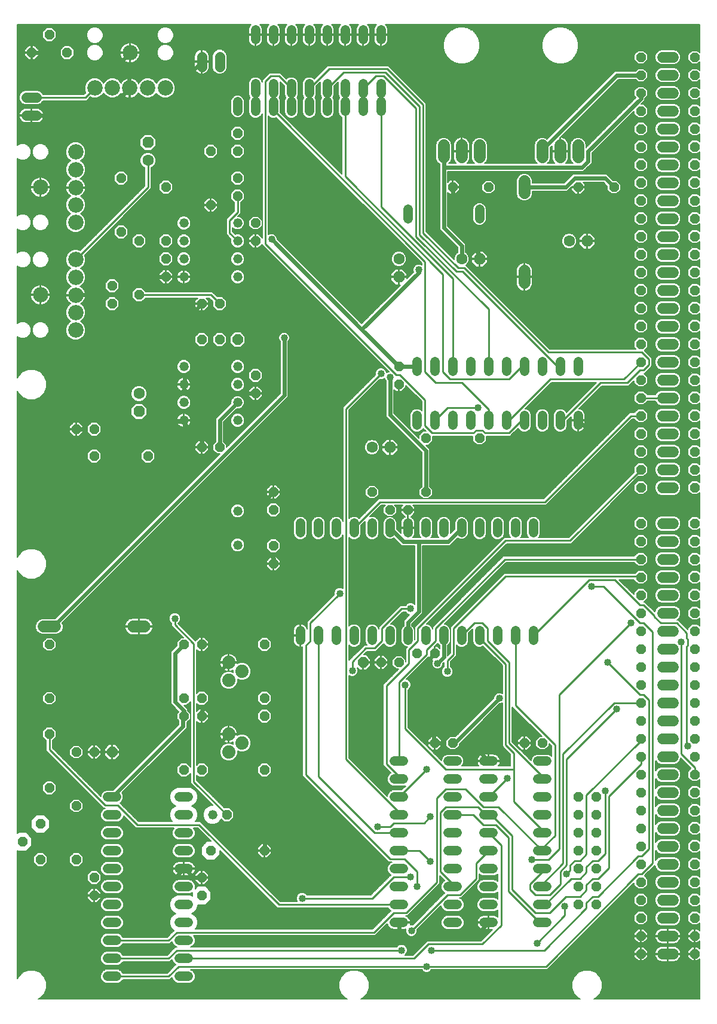
<source format=gbl>
G75*
%MOIN*%
%OFA0B0*%
%FSLAX25Y25*%
%IPPOS*%
%LPD*%
%AMOC8*
5,1,8,0,0,1.08239X$1,22.5*
%
%ADD10OC8,0.05200*%
%ADD11C,0.05200*%
%ADD12C,0.07400*%
%ADD13C,0.05200*%
%ADD14OC8,0.06300*%
%ADD15C,0.06300*%
%ADD16C,0.05600*%
%ADD17C,0.08600*%
%ADD18OC8,0.06000*%
%ADD19C,0.06600*%
%ADD20C,0.06000*%
%ADD21OC8,0.05250*%
%ADD22OC8,0.05600*%
%ADD23C,0.02400*%
%ADD24C,0.04000*%
%ADD25C,0.00600*%
%ADD26C,0.01000*%
D10*
X0056991Y0066300D03*
X0056991Y0076300D03*
X0046991Y0086300D03*
X0026991Y0086400D03*
X0016991Y0096300D03*
X0026991Y0106200D03*
X0031991Y0126300D03*
X0046991Y0116300D03*
X0046991Y0146300D03*
X0056991Y0146300D03*
X0031991Y0156300D03*
X0031991Y0176300D03*
X0031991Y0206300D03*
X0106991Y0206300D03*
X0116991Y0206300D03*
X0116991Y0176300D03*
X0116991Y0166300D03*
X0106991Y0166300D03*
X0106991Y0176300D03*
X0106991Y0136300D03*
X0116991Y0136300D03*
X0130991Y0111300D03*
X0121991Y0091300D03*
X0116991Y0076300D03*
X0116991Y0066300D03*
X0151991Y0091300D03*
X0151991Y0136300D03*
X0151991Y0166300D03*
X0151991Y0176300D03*
X0151991Y0206300D03*
X0156991Y0251300D03*
X0156991Y0261300D03*
X0156991Y0281300D03*
X0156991Y0291300D03*
X0126991Y0316300D03*
X0116991Y0316300D03*
X0146991Y0346300D03*
X0146991Y0356300D03*
X0126991Y0376300D03*
X0116991Y0376300D03*
X0116991Y0396300D03*
X0126991Y0396300D03*
X0146991Y0431300D03*
X0146991Y0441300D03*
X0136991Y0456300D03*
X0136991Y0466300D03*
X0136991Y0481300D03*
X0136991Y0491300D03*
X0121991Y0481300D03*
X0121991Y0451300D03*
X0096991Y0461300D03*
X0096991Y0431300D03*
X0096991Y0421300D03*
X0096991Y0411300D03*
X0081991Y0401300D03*
X0066991Y0396300D03*
X0066991Y0406300D03*
X0081991Y0431300D03*
X0071991Y0436300D03*
X0071991Y0466300D03*
X0041891Y0536300D03*
X0031991Y0546300D03*
X0022091Y0536300D03*
X0046991Y0326300D03*
X0056991Y0326300D03*
X0056991Y0311300D03*
X0086991Y0311300D03*
X0211991Y0291300D03*
X0221991Y0281300D03*
X0231991Y0281300D03*
X0241991Y0291300D03*
X0241991Y0321300D03*
X0226991Y0351300D03*
X0226991Y0361300D03*
X0271991Y0321300D03*
X0246991Y0201300D03*
X0236991Y0201300D03*
X0226991Y0196300D03*
X0216991Y0196300D03*
X0246991Y0151300D03*
X0256991Y0151300D03*
X0296991Y0151300D03*
X0306991Y0151300D03*
X0326991Y0461300D03*
X0346991Y0461300D03*
X0276991Y0461300D03*
X0256991Y0461300D03*
D11*
X0271991Y0448900D02*
X0271991Y0443700D01*
X0231991Y0443700D02*
X0231991Y0448900D01*
X0216991Y0503700D02*
X0216991Y0508900D01*
X0216991Y0513700D02*
X0216991Y0518900D01*
X0206991Y0518900D02*
X0206991Y0513700D01*
X0206991Y0508900D02*
X0206991Y0503700D01*
X0196991Y0503700D02*
X0196991Y0508900D01*
X0196991Y0513700D02*
X0196991Y0518900D01*
X0186991Y0518900D02*
X0186991Y0513700D01*
X0186991Y0508900D02*
X0186991Y0503700D01*
X0176991Y0503700D02*
X0176991Y0508900D01*
X0176991Y0513700D02*
X0176991Y0518900D01*
X0166991Y0518900D02*
X0166991Y0513700D01*
X0166991Y0508900D02*
X0166991Y0503700D01*
X0156991Y0503700D02*
X0156991Y0508900D01*
X0156991Y0513700D02*
X0156991Y0518900D01*
X0146991Y0518900D02*
X0146991Y0513700D01*
X0146991Y0508900D02*
X0146991Y0503700D01*
X0136991Y0503700D02*
X0136991Y0508900D01*
X0146991Y0543700D02*
X0146991Y0548900D01*
X0156991Y0548900D02*
X0156991Y0543700D01*
X0166991Y0543700D02*
X0166991Y0548900D01*
X0176991Y0548900D02*
X0176991Y0543700D01*
X0186991Y0543700D02*
X0186991Y0548900D01*
X0196991Y0548900D02*
X0196991Y0543700D01*
X0206991Y0543700D02*
X0206991Y0548900D01*
X0216991Y0548900D02*
X0216991Y0543700D01*
X0236991Y0363900D02*
X0236991Y0358700D01*
X0246991Y0358700D02*
X0246991Y0363900D01*
X0256991Y0363900D02*
X0256991Y0358700D01*
X0266991Y0358700D02*
X0266991Y0363900D01*
X0276991Y0363900D02*
X0276991Y0358700D01*
X0286991Y0358700D02*
X0286991Y0363900D01*
X0296991Y0363900D02*
X0296991Y0358700D01*
X0306991Y0358700D02*
X0306991Y0363900D01*
X0316991Y0363900D02*
X0316991Y0358700D01*
X0326991Y0358700D02*
X0326991Y0363900D01*
X0326991Y0333900D02*
X0326991Y0328700D01*
X0316991Y0328700D02*
X0316991Y0333900D01*
X0306991Y0333900D02*
X0306991Y0328700D01*
X0296991Y0328700D02*
X0296991Y0333900D01*
X0286991Y0333900D02*
X0286991Y0328700D01*
X0276991Y0328700D02*
X0276991Y0333900D01*
X0266991Y0333900D02*
X0266991Y0328700D01*
X0256991Y0328700D02*
X0256991Y0333900D01*
X0246991Y0333900D02*
X0246991Y0328700D01*
X0236991Y0328700D02*
X0236991Y0333900D01*
X0241991Y0273900D02*
X0241991Y0268700D01*
X0251991Y0268700D02*
X0251991Y0273900D01*
X0261991Y0273900D02*
X0261991Y0268700D01*
X0271991Y0268700D02*
X0271991Y0273900D01*
X0281991Y0273900D02*
X0281991Y0268700D01*
X0291991Y0268700D02*
X0291991Y0273900D01*
X0301991Y0273900D02*
X0301991Y0268700D01*
X0301991Y0213900D02*
X0301991Y0208700D01*
X0291991Y0208700D02*
X0291991Y0213900D01*
X0281991Y0213900D02*
X0281991Y0208700D01*
X0271991Y0208700D02*
X0271991Y0213900D01*
X0261991Y0213900D02*
X0261991Y0208700D01*
X0251991Y0208700D02*
X0251991Y0213900D01*
X0241991Y0213900D02*
X0241991Y0208700D01*
X0231991Y0208700D02*
X0231991Y0213900D01*
X0221991Y0213900D02*
X0221991Y0208700D01*
X0211991Y0208700D02*
X0211991Y0213900D01*
X0201991Y0213900D02*
X0201991Y0208700D01*
X0191991Y0208700D02*
X0191991Y0213900D01*
X0181991Y0213900D02*
X0181991Y0208700D01*
X0171991Y0208700D02*
X0171991Y0213900D01*
X0171991Y0268700D02*
X0171991Y0273900D01*
X0181991Y0273900D02*
X0181991Y0268700D01*
X0191991Y0268700D02*
X0191991Y0273900D01*
X0201991Y0273900D02*
X0201991Y0268700D01*
X0211991Y0268700D02*
X0211991Y0273900D01*
X0221991Y0273900D02*
X0221991Y0268700D01*
X0231991Y0268700D02*
X0231991Y0273900D01*
X0229591Y0141300D02*
X0224391Y0141300D01*
X0224391Y0131300D02*
X0229591Y0131300D01*
X0229591Y0121300D02*
X0224391Y0121300D01*
X0224391Y0111300D02*
X0229591Y0111300D01*
X0229591Y0101300D02*
X0224391Y0101300D01*
X0224391Y0091300D02*
X0229591Y0091300D01*
X0229591Y0081300D02*
X0224391Y0081300D01*
X0224391Y0071300D02*
X0229591Y0071300D01*
X0229591Y0061300D02*
X0224391Y0061300D01*
X0224391Y0051300D02*
X0229591Y0051300D01*
X0254391Y0051300D02*
X0259591Y0051300D01*
X0259591Y0061300D02*
X0254391Y0061300D01*
X0254391Y0071300D02*
X0259591Y0071300D01*
X0259591Y0081300D02*
X0254391Y0081300D01*
X0254391Y0091300D02*
X0259591Y0091300D01*
X0259591Y0101300D02*
X0254391Y0101300D01*
X0254391Y0111300D02*
X0259591Y0111300D01*
X0259591Y0121300D02*
X0254391Y0121300D01*
X0254391Y0131300D02*
X0259591Y0131300D01*
X0259591Y0141300D02*
X0254391Y0141300D01*
X0274391Y0141300D02*
X0279591Y0141300D01*
X0279591Y0131300D02*
X0274391Y0131300D01*
X0274391Y0121300D02*
X0279591Y0121300D01*
X0279591Y0111300D02*
X0274391Y0111300D01*
X0274391Y0101300D02*
X0279591Y0101300D01*
X0279591Y0091300D02*
X0274391Y0091300D01*
X0274391Y0081300D02*
X0279591Y0081300D01*
X0279591Y0071300D02*
X0274391Y0071300D01*
X0274391Y0061300D02*
X0279591Y0061300D01*
X0279591Y0051300D02*
X0274391Y0051300D01*
X0304391Y0051300D02*
X0309591Y0051300D01*
X0309591Y0061300D02*
X0304391Y0061300D01*
X0304391Y0071300D02*
X0309591Y0071300D01*
X0309591Y0081300D02*
X0304391Y0081300D01*
X0304391Y0091300D02*
X0309591Y0091300D01*
X0309591Y0101300D02*
X0304391Y0101300D01*
X0304391Y0111300D02*
X0309591Y0111300D01*
X0309591Y0121300D02*
X0304391Y0121300D01*
X0304391Y0131300D02*
X0309591Y0131300D01*
X0309591Y0141300D02*
X0304391Y0141300D01*
X0109591Y0121300D02*
X0104391Y0121300D01*
X0104391Y0111300D02*
X0109591Y0111300D01*
X0109591Y0101300D02*
X0104391Y0101300D01*
X0104391Y0091300D02*
X0109591Y0091300D01*
X0109591Y0081300D02*
X0104391Y0081300D01*
X0104391Y0071300D02*
X0109591Y0071300D01*
X0109591Y0061300D02*
X0104391Y0061300D01*
X0104391Y0051300D02*
X0109591Y0051300D01*
X0109591Y0041300D02*
X0104391Y0041300D01*
X0104391Y0031300D02*
X0109591Y0031300D01*
X0109591Y0021300D02*
X0104391Y0021300D01*
X0069591Y0021300D02*
X0064391Y0021300D01*
X0064391Y0031300D02*
X0069591Y0031300D01*
X0069591Y0041300D02*
X0064391Y0041300D01*
X0064391Y0051300D02*
X0069591Y0051300D01*
X0069591Y0061300D02*
X0064391Y0061300D01*
X0064391Y0071300D02*
X0069591Y0071300D01*
X0069591Y0081300D02*
X0064391Y0081300D01*
X0064391Y0091300D02*
X0069591Y0091300D01*
X0069591Y0101300D02*
X0064391Y0101300D01*
X0064391Y0111300D02*
X0069591Y0111300D01*
X0069591Y0121300D02*
X0064391Y0121300D01*
D12*
X0131991Y0146300D03*
X0139491Y0151300D03*
X0131991Y0156300D03*
X0131991Y0186300D03*
X0131991Y0196300D03*
X0139491Y0191300D03*
D13*
X0136991Y0261800D03*
X0136991Y0280800D03*
X0136991Y0331300D03*
X0136991Y0341300D03*
X0136991Y0351300D03*
X0136991Y0361300D03*
X0106991Y0361300D03*
X0106991Y0351300D03*
X0106991Y0341300D03*
X0106991Y0331300D03*
X0106991Y0411300D03*
X0106991Y0421300D03*
X0106991Y0431300D03*
X0106991Y0441300D03*
X0136991Y0441300D03*
X0136991Y0431300D03*
X0136991Y0421300D03*
X0136991Y0411300D03*
X0122991Y0111300D03*
D14*
X0221991Y0316300D03*
X0226991Y0411300D03*
X0271991Y0421300D03*
X0331991Y0431300D03*
X0086991Y0486300D03*
X0081991Y0336300D03*
D15*
X0081991Y0346300D03*
X0086991Y0476300D03*
X0211991Y0316300D03*
X0226991Y0421300D03*
X0261991Y0421300D03*
X0321991Y0431300D03*
D16*
X0126991Y0528500D02*
X0126991Y0534100D01*
X0116991Y0534100D02*
X0116991Y0528500D01*
X0024791Y0511300D02*
X0019191Y0511300D01*
X0019191Y0501300D02*
X0024791Y0501300D01*
D17*
X0046676Y0480985D03*
X0046676Y0471143D03*
X0046676Y0461143D03*
X0046676Y0451457D03*
X0046676Y0441615D03*
X0046676Y0420985D03*
X0046676Y0411143D03*
X0046676Y0401143D03*
X0046676Y0391457D03*
X0046676Y0381615D03*
X0026991Y0401300D03*
X0026991Y0461300D03*
X0057306Y0516615D03*
X0067148Y0516615D03*
X0076833Y0516615D03*
X0086833Y0516615D03*
X0096676Y0516615D03*
X0076991Y0536300D03*
D18*
X0136991Y0376300D03*
X0206991Y0196300D03*
X0066991Y0146300D03*
D19*
X0078691Y0216300D02*
X0085291Y0216300D01*
X0035291Y0216300D02*
X0028691Y0216300D01*
X0251991Y0478000D02*
X0251991Y0484600D01*
X0261991Y0484600D02*
X0261991Y0478000D01*
X0271991Y0478000D02*
X0271991Y0484600D01*
X0296991Y0464600D02*
X0296991Y0458000D01*
X0306991Y0478000D02*
X0306991Y0484600D01*
X0316991Y0484600D02*
X0316991Y0478000D01*
X0326991Y0478000D02*
X0326991Y0484600D01*
X0296991Y0414600D02*
X0296991Y0408000D01*
D20*
X0373991Y0403800D02*
X0379991Y0403800D01*
X0379991Y0393800D02*
X0373991Y0393800D01*
X0373991Y0383800D02*
X0379991Y0383800D01*
X0379991Y0373800D02*
X0373991Y0373800D01*
X0373991Y0363800D02*
X0379991Y0363800D01*
X0379991Y0353800D02*
X0373991Y0353800D01*
X0373991Y0343800D02*
X0379991Y0343800D01*
X0379991Y0333800D02*
X0373991Y0333800D01*
X0373991Y0323800D02*
X0379991Y0323800D01*
X0379991Y0313800D02*
X0373991Y0313800D01*
X0373991Y0303800D02*
X0379991Y0303800D01*
X0379991Y0293800D02*
X0373991Y0293800D01*
X0373991Y0273800D02*
X0379991Y0273800D01*
X0379991Y0263800D02*
X0373991Y0263800D01*
X0373991Y0253800D02*
X0379991Y0253800D01*
X0379991Y0243800D02*
X0373991Y0243800D01*
X0373991Y0233800D02*
X0379991Y0233800D01*
X0379991Y0223800D02*
X0373991Y0223800D01*
X0373991Y0213800D02*
X0379991Y0213800D01*
X0379991Y0203800D02*
X0373991Y0203800D01*
X0373991Y0193800D02*
X0379991Y0193800D01*
X0379991Y0183800D02*
X0373991Y0183800D01*
X0373991Y0173800D02*
X0379991Y0173800D01*
X0379991Y0163800D02*
X0373991Y0163800D01*
X0373991Y0153800D02*
X0379991Y0153800D01*
X0379991Y0143800D02*
X0373991Y0143800D01*
X0373991Y0133800D02*
X0379991Y0133800D01*
X0379991Y0123800D02*
X0373991Y0123800D01*
X0373991Y0113800D02*
X0379991Y0113800D01*
X0379991Y0103800D02*
X0373991Y0103800D01*
X0373991Y0093800D02*
X0379991Y0093800D01*
X0379991Y0083800D02*
X0373991Y0083800D01*
X0373991Y0073800D02*
X0379991Y0073800D01*
X0379991Y0063800D02*
X0373991Y0063800D01*
X0373991Y0053800D02*
X0379991Y0053800D01*
X0379991Y0043800D02*
X0373991Y0043800D01*
X0373991Y0033800D02*
X0379991Y0033800D01*
X0379991Y0413800D02*
X0373991Y0413800D01*
X0373991Y0423800D02*
X0379991Y0423800D01*
X0379991Y0433800D02*
X0373991Y0433800D01*
X0373991Y0443800D02*
X0379991Y0443800D01*
X0379991Y0453800D02*
X0373991Y0453800D01*
X0373991Y0463800D02*
X0379991Y0463800D01*
X0379991Y0473800D02*
X0373991Y0473800D01*
X0373991Y0483800D02*
X0379991Y0483800D01*
X0379991Y0493800D02*
X0373991Y0493800D01*
X0373991Y0503800D02*
X0379991Y0503800D01*
X0379991Y0513800D02*
X0373991Y0513800D01*
X0373991Y0523800D02*
X0379991Y0523800D01*
X0379991Y0533800D02*
X0373991Y0533800D01*
D21*
X0361991Y0533800D03*
X0361991Y0523800D03*
X0361991Y0513800D03*
X0361991Y0503800D03*
X0361991Y0493800D03*
X0361991Y0483800D03*
X0361991Y0473800D03*
X0361991Y0463800D03*
X0361991Y0453800D03*
X0361991Y0443800D03*
X0361991Y0433800D03*
X0361991Y0423800D03*
X0361991Y0413800D03*
X0361991Y0403800D03*
X0361991Y0393800D03*
X0361991Y0383800D03*
X0361991Y0373800D03*
X0361991Y0363800D03*
X0361991Y0353800D03*
X0361991Y0343800D03*
X0361991Y0333800D03*
X0361991Y0323800D03*
X0361991Y0313800D03*
X0361991Y0303800D03*
X0361991Y0293800D03*
X0361991Y0273800D03*
X0361991Y0263800D03*
X0361991Y0253800D03*
X0361991Y0243800D03*
X0361991Y0233800D03*
X0361991Y0223800D03*
X0361991Y0213800D03*
X0361991Y0203800D03*
X0361991Y0193800D03*
X0361991Y0183800D03*
X0361991Y0173800D03*
X0361991Y0163800D03*
X0361991Y0153800D03*
X0361991Y0143800D03*
X0361991Y0133800D03*
X0361991Y0123800D03*
X0361991Y0113800D03*
X0361991Y0103800D03*
X0361991Y0093800D03*
X0361991Y0083800D03*
X0361991Y0073800D03*
X0361991Y0063800D03*
X0361991Y0053800D03*
X0361991Y0043800D03*
X0361991Y0033800D03*
X0391991Y0033800D03*
X0391991Y0043800D03*
X0391991Y0053800D03*
X0391991Y0063800D03*
X0391991Y0073800D03*
X0391991Y0083800D03*
X0391991Y0093800D03*
X0391991Y0103800D03*
X0391991Y0113800D03*
X0391991Y0123800D03*
X0391991Y0133800D03*
X0391991Y0143800D03*
X0391991Y0153800D03*
X0391991Y0163800D03*
X0391991Y0173800D03*
X0391991Y0183800D03*
X0391991Y0193800D03*
X0391991Y0203800D03*
X0391991Y0213800D03*
X0391991Y0223800D03*
X0391991Y0233800D03*
X0391991Y0243800D03*
X0391991Y0253800D03*
X0391991Y0263800D03*
X0391991Y0273800D03*
X0391991Y0293800D03*
X0391991Y0303800D03*
X0391991Y0313800D03*
X0391991Y0323800D03*
X0391991Y0333800D03*
X0391991Y0343800D03*
X0391991Y0353800D03*
X0391991Y0363800D03*
X0391991Y0373800D03*
X0391991Y0383800D03*
X0391991Y0393800D03*
X0391991Y0403800D03*
X0391991Y0413800D03*
X0391991Y0423800D03*
X0391991Y0433800D03*
X0391991Y0443800D03*
X0391991Y0453800D03*
X0391991Y0463800D03*
X0391991Y0473800D03*
X0391991Y0483800D03*
X0391991Y0493800D03*
X0391991Y0503800D03*
X0391991Y0513800D03*
X0391991Y0523800D03*
X0391991Y0533800D03*
D22*
X0336991Y0121300D03*
X0336991Y0111300D03*
X0336991Y0101300D03*
X0336991Y0091300D03*
X0336991Y0081300D03*
X0336991Y0071300D03*
X0336991Y0061300D03*
X0326991Y0061300D03*
X0326991Y0071300D03*
X0326991Y0081300D03*
X0326991Y0091300D03*
X0326991Y0101300D03*
X0326991Y0111300D03*
X0326991Y0121300D03*
D23*
X0282991Y0176300D02*
X0257991Y0151300D01*
X0256991Y0151300D01*
X0254991Y0146300D02*
X0271991Y0146300D01*
X0276991Y0141300D01*
X0254991Y0146300D02*
X0249991Y0151300D01*
X0246991Y0151300D01*
X0246491Y0152300D01*
X0246491Y0191800D01*
X0244491Y0193800D01*
X0244491Y0198800D01*
X0246991Y0201300D01*
X0251991Y0199300D02*
X0248491Y0195800D01*
X0251991Y0199300D02*
X0251991Y0211300D01*
X0237991Y0224800D02*
X0237991Y0263800D01*
X0254491Y0263800D01*
X0261991Y0271300D01*
X0241991Y0291300D02*
X0241991Y0314300D01*
X0221991Y0334300D01*
X0221991Y0355300D01*
X0226991Y0361300D02*
X0236991Y0361300D01*
X0226991Y0361300D02*
X0206241Y0382050D01*
X0237991Y0413800D01*
X0237991Y0415300D01*
X0251991Y0438800D02*
X0251991Y0472300D01*
X0328991Y0472300D01*
X0332491Y0475800D01*
X0332491Y0481300D01*
X0361991Y0510800D01*
X0361991Y0513800D01*
X0361991Y0523800D02*
X0348491Y0523800D01*
X0306991Y0482300D01*
X0306991Y0481300D01*
X0296991Y0461300D02*
X0319991Y0461300D01*
X0324991Y0466300D01*
X0341991Y0466300D01*
X0346991Y0461300D01*
X0271991Y0423800D02*
X0271991Y0421300D01*
X0271991Y0423800D02*
X0256991Y0438800D01*
X0256991Y0461300D01*
X0251991Y0472300D02*
X0251991Y0481300D01*
X0251991Y0438800D02*
X0261991Y0428800D01*
X0261991Y0421300D01*
X0206241Y0382050D02*
X0155991Y0432300D01*
X0116991Y0396300D02*
X0111991Y0391300D01*
X0111991Y0359300D01*
X0107491Y0354800D01*
X0107491Y0352300D01*
X0106991Y0351300D01*
X0106991Y0348300D01*
X0107991Y0347800D01*
X0109491Y0346300D01*
X0146991Y0346300D01*
X0136991Y0341300D02*
X0126991Y0331300D01*
X0126991Y0316300D01*
X0116991Y0316300D02*
X0116991Y0319800D01*
X0106991Y0329800D01*
X0106991Y0331300D01*
X0106491Y0330800D01*
X0101991Y0330800D01*
X0101991Y0343300D01*
X0106991Y0348300D01*
X0101991Y0330800D02*
X0079491Y0330800D01*
X0078991Y0331300D01*
X0054991Y0331300D01*
X0049991Y0326300D01*
X0046991Y0326300D01*
X0046676Y0401143D02*
X0046991Y0401300D01*
X0074991Y0401300D01*
X0084991Y0411300D01*
X0096991Y0411300D01*
X0061491Y0501300D02*
X0021991Y0501300D01*
X0040991Y0530300D02*
X0070991Y0530300D01*
X0071491Y0529300D01*
X0076491Y0524300D01*
X0077491Y0524800D01*
X0110491Y0524800D01*
X0116991Y0531300D01*
X0076991Y0536300D02*
X0070991Y0530300D01*
X0076491Y0524300D02*
X0076491Y0516800D01*
X0076833Y0516615D01*
X0075991Y0515800D01*
X0061491Y0501300D01*
X0040991Y0530300D02*
X0034991Y0536300D01*
X0022091Y0536300D01*
X0162991Y0377300D02*
X0162991Y0345300D01*
X0033991Y0216300D01*
X0031991Y0216300D01*
X0106491Y0160800D02*
X0066991Y0121300D01*
X0106991Y0169300D02*
X0101991Y0174300D01*
X0101991Y0201300D01*
X0106991Y0206300D01*
X0125991Y0190300D02*
X0125991Y0178300D01*
X0116991Y0169300D01*
X0116991Y0166300D01*
X0106991Y0166300D02*
X0106491Y0165300D01*
X0106491Y0160800D01*
X0106991Y0166300D02*
X0106991Y0169300D01*
X0125991Y0150300D02*
X0125991Y0143800D01*
X0151991Y0117800D01*
X0151991Y0091300D01*
X0116991Y0076300D02*
X0112491Y0076300D01*
X0107991Y0080800D01*
X0106991Y0081300D01*
X0091991Y0066300D01*
X0056991Y0066300D01*
X0125991Y0150300D02*
X0131991Y0156300D01*
X0125991Y0190300D02*
X0131991Y0196300D01*
X0156991Y0251300D02*
X0156991Y0254300D01*
X0151991Y0259300D01*
X0151991Y0286300D01*
X0156991Y0291300D01*
X0221991Y0271300D02*
X0229491Y0263800D01*
X0237991Y0263800D01*
X0237991Y0224800D02*
X0231991Y0218800D01*
X0231991Y0211300D01*
X0332991Y0325300D02*
X0326991Y0331300D01*
X0332991Y0325300D02*
X0332991Y0315300D01*
X0276991Y0051300D02*
X0267991Y0042300D01*
X0232491Y0042300D01*
X0226991Y0047800D01*
X0226991Y0051300D01*
D24*
X0233991Y0046800D03*
X0228491Y0035800D03*
X0244991Y0035800D03*
X0242491Y0026800D03*
X0236991Y0071300D03*
X0233491Y0076800D03*
X0244491Y0085300D03*
X0244491Y0110300D03*
X0242491Y0136800D03*
X0214991Y0104800D03*
X0172991Y0064800D03*
X0230491Y0183800D03*
X0248491Y0195800D03*
X0253991Y0191300D03*
X0233491Y0226300D03*
X0200991Y0191800D03*
X0193991Y0234800D03*
X0270991Y0338300D03*
X0221991Y0355300D03*
X0216991Y0357300D03*
X0237991Y0415300D03*
X0162991Y0377300D03*
X0155991Y0432300D03*
X0101991Y0220800D03*
X0282991Y0176300D03*
X0287491Y0131800D03*
X0300991Y0086300D03*
X0320491Y0078300D03*
X0319491Y0060300D03*
X0303991Y0039800D03*
X0341991Y0124800D03*
X0348491Y0170300D03*
X0343491Y0196300D03*
X0356491Y0218300D03*
X0334491Y0238800D03*
X0384491Y0207800D03*
X0387991Y0149800D03*
X0332991Y0315300D03*
D25*
X0014291Y0091505D02*
X0014291Y0020053D01*
X0014742Y0021143D01*
X0017147Y0023548D01*
X0020290Y0024850D01*
X0023691Y0024850D01*
X0026834Y0023548D01*
X0029239Y0021143D01*
X0030541Y0018001D01*
X0030541Y0014599D01*
X0029239Y0011457D01*
X0026834Y0009052D01*
X0025743Y0008600D01*
X0198238Y0008600D01*
X0197147Y0009052D01*
X0194742Y0011457D01*
X0193441Y0014599D01*
X0193441Y0018001D01*
X0194742Y0021143D01*
X0197147Y0023548D01*
X0200290Y0024850D01*
X0203691Y0024850D01*
X0206834Y0023548D01*
X0209239Y0021143D01*
X0210541Y0018001D01*
X0210541Y0014599D01*
X0209239Y0011457D01*
X0206834Y0009052D01*
X0205743Y0008600D01*
X0328238Y0008600D01*
X0327147Y0009052D01*
X0324742Y0011457D01*
X0323441Y0014599D01*
X0323441Y0018001D01*
X0324742Y0021143D01*
X0327147Y0023548D01*
X0330290Y0024850D01*
X0333691Y0024850D01*
X0336834Y0023548D01*
X0339239Y0021143D01*
X0340541Y0018001D01*
X0340541Y0014599D01*
X0339239Y0011457D01*
X0336834Y0009052D01*
X0335743Y0008600D01*
X0394691Y0008600D01*
X0394691Y0030949D01*
X0393616Y0029875D01*
X0392291Y0029875D01*
X0392291Y0033500D01*
X0391691Y0033500D01*
X0391691Y0029875D01*
X0390365Y0029875D01*
X0388066Y0032174D01*
X0388066Y0033500D01*
X0391690Y0033500D01*
X0391690Y0034100D01*
X0388066Y0034100D01*
X0388066Y0035426D01*
X0390365Y0037725D01*
X0391691Y0037725D01*
X0391691Y0034100D01*
X0392291Y0034100D01*
X0392291Y0037725D01*
X0393616Y0037725D01*
X0394691Y0036651D01*
X0394691Y0040949D01*
X0393616Y0039875D01*
X0392291Y0039875D01*
X0392291Y0043500D01*
X0391691Y0043500D01*
X0391691Y0039875D01*
X0390365Y0039875D01*
X0388066Y0042174D01*
X0388066Y0043500D01*
X0391690Y0043500D01*
X0391690Y0044100D01*
X0388066Y0044100D01*
X0388066Y0045426D01*
X0390365Y0047725D01*
X0391691Y0047725D01*
X0391691Y0044100D01*
X0392291Y0044100D01*
X0392291Y0047725D01*
X0393616Y0047725D01*
X0394691Y0046651D01*
X0394691Y0050949D01*
X0393616Y0049875D01*
X0390365Y0049875D01*
X0388066Y0052174D01*
X0388066Y0055426D01*
X0390365Y0057725D01*
X0393616Y0057725D01*
X0394691Y0056651D01*
X0394691Y0060949D01*
X0393616Y0059875D01*
X0390365Y0059875D01*
X0388066Y0062174D01*
X0388066Y0065426D01*
X0390365Y0067725D01*
X0393616Y0067725D01*
X0394691Y0066651D01*
X0394691Y0070949D01*
X0393616Y0069875D01*
X0390365Y0069875D01*
X0388066Y0072174D01*
X0388066Y0075426D01*
X0390365Y0077725D01*
X0393616Y0077725D01*
X0394691Y0076651D01*
X0394691Y0080949D01*
X0393616Y0079875D01*
X0390365Y0079875D01*
X0388066Y0082174D01*
X0388066Y0085426D01*
X0390365Y0087725D01*
X0393616Y0087725D01*
X0394691Y0086651D01*
X0394691Y0090949D01*
X0393616Y0089875D01*
X0390365Y0089875D01*
X0388066Y0092174D01*
X0388066Y0095426D01*
X0390365Y0097725D01*
X0393616Y0097725D01*
X0394691Y0096651D01*
X0394691Y0100949D01*
X0393616Y0099875D01*
X0390365Y0099875D01*
X0388066Y0102174D01*
X0388066Y0105426D01*
X0390365Y0107725D01*
X0393616Y0107725D01*
X0394691Y0106651D01*
X0394691Y0110949D01*
X0393616Y0109875D01*
X0390365Y0109875D01*
X0388066Y0112174D01*
X0388066Y0115426D01*
X0390365Y0117725D01*
X0393616Y0117725D01*
X0394691Y0116651D01*
X0394691Y0120949D01*
X0393616Y0119875D01*
X0390365Y0119875D01*
X0388066Y0122174D01*
X0388066Y0125426D01*
X0390365Y0127725D01*
X0393616Y0127725D01*
X0394691Y0126651D01*
X0394691Y0130949D01*
X0393616Y0129875D01*
X0390365Y0129875D01*
X0388066Y0132174D01*
X0388066Y0135426D01*
X0389942Y0137303D01*
X0384291Y0142954D01*
X0384291Y0142945D01*
X0383636Y0141364D01*
X0382426Y0140155D01*
X0380846Y0139500D01*
X0373135Y0139500D01*
X0371555Y0140155D01*
X0370345Y0141364D01*
X0370291Y0141496D01*
X0370291Y0136104D01*
X0370345Y0136236D01*
X0371555Y0137445D01*
X0373135Y0138100D01*
X0380846Y0138100D01*
X0382426Y0137445D01*
X0383636Y0136236D01*
X0384291Y0134655D01*
X0384291Y0132945D01*
X0383636Y0131364D01*
X0382426Y0130155D01*
X0380846Y0129500D01*
X0373135Y0129500D01*
X0371555Y0130155D01*
X0370345Y0131364D01*
X0370291Y0131496D01*
X0370291Y0126104D01*
X0370345Y0126236D01*
X0371555Y0127445D01*
X0373135Y0128100D01*
X0380846Y0128100D01*
X0382426Y0127445D01*
X0383636Y0126236D01*
X0384291Y0124655D01*
X0384291Y0122945D01*
X0383636Y0121364D01*
X0382426Y0120155D01*
X0380846Y0119500D01*
X0373135Y0119500D01*
X0371555Y0120155D01*
X0370345Y0121364D01*
X0370291Y0121496D01*
X0370291Y0116104D01*
X0370345Y0116236D01*
X0371555Y0117445D01*
X0373135Y0118100D01*
X0380846Y0118100D01*
X0382426Y0117445D01*
X0383636Y0116236D01*
X0384291Y0114655D01*
X0384291Y0112945D01*
X0383636Y0111364D01*
X0382426Y0110155D01*
X0380846Y0109500D01*
X0373135Y0109500D01*
X0371555Y0110155D01*
X0370345Y0111364D01*
X0370291Y0111496D01*
X0370291Y0106104D01*
X0370345Y0106236D01*
X0371555Y0107445D01*
X0373135Y0108100D01*
X0380846Y0108100D01*
X0382426Y0107445D01*
X0383636Y0106236D01*
X0384291Y0104655D01*
X0384291Y0102945D01*
X0383636Y0101364D01*
X0382426Y0100155D01*
X0380846Y0099500D01*
X0373135Y0099500D01*
X0371555Y0100155D01*
X0370345Y0101364D01*
X0370291Y0101496D01*
X0370291Y0096104D01*
X0370345Y0096236D01*
X0371555Y0097445D01*
X0373135Y0098100D01*
X0380846Y0098100D01*
X0382426Y0097445D01*
X0383636Y0096236D01*
X0384291Y0094655D01*
X0384291Y0092945D01*
X0383636Y0091364D01*
X0382426Y0090155D01*
X0380846Y0089500D01*
X0373135Y0089500D01*
X0371555Y0090155D01*
X0370345Y0091364D01*
X0370291Y0091496D01*
X0370291Y0086104D01*
X0370345Y0086236D01*
X0371555Y0087445D01*
X0373135Y0088100D01*
X0380846Y0088100D01*
X0382426Y0087445D01*
X0383636Y0086236D01*
X0384291Y0084655D01*
X0384291Y0082945D01*
X0383636Y0081364D01*
X0382426Y0080155D01*
X0380846Y0079500D01*
X0373135Y0079500D01*
X0371555Y0080155D01*
X0370345Y0081364D01*
X0369691Y0082945D01*
X0369691Y0082954D01*
X0364291Y0077554D01*
X0364039Y0077303D01*
X0365916Y0075426D01*
X0365916Y0072174D01*
X0363616Y0069875D01*
X0360365Y0069875D01*
X0358066Y0072174D01*
X0358066Y0073329D01*
X0310791Y0026054D01*
X0309736Y0025000D01*
X0245317Y0025000D01*
X0245288Y0024931D01*
X0244360Y0024002D01*
X0243147Y0023500D01*
X0241834Y0023500D01*
X0240621Y0024002D01*
X0239693Y0024931D01*
X0239664Y0025000D01*
X0110849Y0025000D01*
X0111800Y0024606D01*
X0112897Y0023509D01*
X0113491Y0022076D01*
X0113491Y0020524D01*
X0112897Y0019091D01*
X0111800Y0017994D01*
X0110366Y0017400D01*
X0103615Y0017400D01*
X0102181Y0017994D01*
X0101084Y0019091D01*
X0100491Y0020524D01*
X0100491Y0020754D01*
X0099236Y0019500D01*
X0073066Y0019500D01*
X0072897Y0019091D01*
X0071800Y0017994D01*
X0070366Y0017400D01*
X0063615Y0017400D01*
X0062181Y0017994D01*
X0061084Y0019091D01*
X0060491Y0020524D01*
X0060491Y0022076D01*
X0061084Y0023509D01*
X0062181Y0024606D01*
X0063615Y0025200D01*
X0070366Y0025200D01*
X0071800Y0024606D01*
X0072897Y0023509D01*
X0073066Y0023100D01*
X0097745Y0023100D01*
X0102191Y0027546D01*
X0102505Y0027860D01*
X0102181Y0027994D01*
X0101084Y0029091D01*
X0100491Y0030524D01*
X0100491Y0030754D01*
X0099236Y0029500D01*
X0073066Y0029500D01*
X0072897Y0029091D01*
X0071800Y0027994D01*
X0070366Y0027400D01*
X0063615Y0027400D01*
X0062181Y0027994D01*
X0061084Y0029091D01*
X0060491Y0030524D01*
X0060491Y0032076D01*
X0061084Y0033509D01*
X0062181Y0034606D01*
X0063615Y0035200D01*
X0070366Y0035200D01*
X0071800Y0034606D01*
X0072897Y0033509D01*
X0073066Y0033100D01*
X0097745Y0033100D01*
X0101191Y0036546D01*
X0102245Y0037600D01*
X0103132Y0037600D01*
X0102181Y0037994D01*
X0101084Y0039091D01*
X0100491Y0040524D01*
X0100491Y0040754D01*
X0099236Y0039500D01*
X0073066Y0039500D01*
X0072897Y0039091D01*
X0071800Y0037994D01*
X0070366Y0037400D01*
X0063615Y0037400D01*
X0062181Y0037994D01*
X0061084Y0039091D01*
X0060491Y0040524D01*
X0060491Y0042076D01*
X0061084Y0043509D01*
X0062181Y0044606D01*
X0063615Y0045200D01*
X0070366Y0045200D01*
X0071800Y0044606D01*
X0072897Y0043509D01*
X0073066Y0043100D01*
X0097745Y0043100D01*
X0101191Y0046546D01*
X0101433Y0046788D01*
X0101388Y0046807D01*
X0099897Y0048298D01*
X0099091Y0050246D01*
X0099091Y0052354D01*
X0099897Y0054302D01*
X0101388Y0055793D01*
X0102612Y0056300D01*
X0101388Y0056807D01*
X0099897Y0058298D01*
X0099091Y0060246D01*
X0099091Y0062354D01*
X0099897Y0064302D01*
X0101388Y0065793D01*
X0103336Y0066600D01*
X0110645Y0066600D01*
X0111691Y0066167D01*
X0111691Y0067949D01*
X0110366Y0067400D01*
X0103615Y0067400D01*
X0102181Y0067994D01*
X0101084Y0069091D01*
X0100491Y0070524D01*
X0100491Y0072076D01*
X0101084Y0073509D01*
X0102181Y0074606D01*
X0103615Y0075200D01*
X0110366Y0075200D01*
X0111800Y0074606D01*
X0112897Y0073509D01*
X0113491Y0072076D01*
X0113491Y0070524D01*
X0113329Y0070133D01*
X0114795Y0071600D01*
X0119186Y0071600D01*
X0122291Y0068495D01*
X0122291Y0064105D01*
X0119186Y0061000D01*
X0114891Y0061000D01*
X0114891Y0060246D01*
X0114084Y0058298D01*
X0112593Y0056807D01*
X0111369Y0056300D01*
X0112593Y0055793D01*
X0114084Y0054302D01*
X0114891Y0052354D01*
X0114891Y0050246D01*
X0114084Y0048298D01*
X0113386Y0047600D01*
X0212245Y0047600D01*
X0222191Y0057546D01*
X0222505Y0057860D01*
X0222181Y0057994D01*
X0221084Y0059091D01*
X0220915Y0059500D01*
X0159245Y0059500D01*
X0127291Y0091454D01*
X0127291Y0089105D01*
X0124186Y0086000D01*
X0119795Y0086000D01*
X0116691Y0089105D01*
X0116691Y0093495D01*
X0119795Y0096600D01*
X0122145Y0096600D01*
X0114745Y0104000D01*
X0112406Y0104000D01*
X0112897Y0103509D01*
X0113491Y0102076D01*
X0113491Y0100524D01*
X0112897Y0099091D01*
X0111800Y0097994D01*
X0110366Y0097400D01*
X0103615Y0097400D01*
X0102181Y0097994D01*
X0101084Y0099091D01*
X0100491Y0100524D01*
X0100491Y0102076D01*
X0101084Y0103509D01*
X0101575Y0104000D01*
X0080245Y0104000D01*
X0073491Y0110754D01*
X0073491Y0110524D01*
X0072897Y0109091D01*
X0071800Y0107994D01*
X0070366Y0107400D01*
X0063615Y0107400D01*
X0062181Y0107994D01*
X0061084Y0109091D01*
X0060491Y0110524D01*
X0060491Y0112076D01*
X0061084Y0113509D01*
X0062181Y0114606D01*
X0063132Y0115000D01*
X0062245Y0115000D01*
X0031245Y0146000D01*
X0030191Y0147054D01*
X0030191Y0152585D01*
X0028091Y0154685D01*
X0028091Y0157915D01*
X0030375Y0160200D01*
X0033606Y0160200D01*
X0035891Y0157915D01*
X0035891Y0154685D01*
X0033791Y0152585D01*
X0033791Y0148546D01*
X0060691Y0121646D01*
X0060691Y0122036D01*
X0061254Y0123396D01*
X0062295Y0124437D01*
X0063655Y0125000D01*
X0067438Y0125000D01*
X0104191Y0161753D01*
X0104191Y0163867D01*
X0103291Y0164767D01*
X0103291Y0167833D01*
X0104248Y0168790D01*
X0101038Y0172000D01*
X0099691Y0173347D01*
X0099691Y0202253D01*
X0103291Y0205853D01*
X0103291Y0207833D01*
X0105458Y0210000D01*
X0106745Y0210000D01*
X0100191Y0216554D01*
X0100191Y0217974D01*
X0100121Y0218002D01*
X0099193Y0218931D01*
X0098691Y0220144D01*
X0098691Y0221456D01*
X0099193Y0222669D01*
X0100121Y0223598D01*
X0101334Y0224100D01*
X0102647Y0224100D01*
X0103860Y0223598D01*
X0104788Y0222669D01*
X0105291Y0221456D01*
X0105291Y0220144D01*
X0104788Y0218931D01*
X0103860Y0218002D01*
X0103841Y0217995D01*
X0113236Y0208600D01*
X0113506Y0208330D01*
X0115375Y0210200D01*
X0116691Y0210200D01*
X0116691Y0206600D01*
X0117291Y0206600D01*
X0120891Y0206600D01*
X0120891Y0207915D01*
X0118606Y0210200D01*
X0117291Y0210200D01*
X0117291Y0206600D01*
X0117291Y0206000D01*
X0120891Y0206000D01*
X0120891Y0204685D01*
X0118606Y0202400D01*
X0117291Y0202400D01*
X0117291Y0206000D01*
X0116691Y0206000D01*
X0116691Y0202400D01*
X0115375Y0202400D01*
X0114291Y0203485D01*
X0114291Y0179115D01*
X0115375Y0180200D01*
X0118606Y0180200D01*
X0120891Y0177915D01*
X0120891Y0174685D01*
X0118606Y0172400D01*
X0115375Y0172400D01*
X0114291Y0173485D01*
X0114291Y0169115D01*
X0115375Y0170200D01*
X0116691Y0170200D01*
X0116691Y0166600D01*
X0117291Y0166600D01*
X0120891Y0166600D01*
X0120891Y0167915D01*
X0118606Y0170200D01*
X0117291Y0170200D01*
X0117291Y0166600D01*
X0117291Y0166000D01*
X0120891Y0166000D01*
X0120891Y0164685D01*
X0118606Y0162400D01*
X0117291Y0162400D01*
X0117291Y0166000D01*
X0116691Y0166000D01*
X0116691Y0162400D01*
X0115375Y0162400D01*
X0114291Y0163485D01*
X0114291Y0139115D01*
X0115375Y0140200D01*
X0118606Y0140200D01*
X0120891Y0137915D01*
X0120891Y0134685D01*
X0118606Y0132400D01*
X0115375Y0132400D01*
X0114291Y0133485D01*
X0114291Y0130546D01*
X0129636Y0115200D01*
X0132606Y0115200D01*
X0134891Y0112915D01*
X0134891Y0109685D01*
X0132606Y0107400D01*
X0129375Y0107400D01*
X0127775Y0109000D01*
X0127484Y0108298D01*
X0125993Y0106807D01*
X0124045Y0106000D01*
X0121936Y0106000D01*
X0119988Y0106807D01*
X0118497Y0108298D01*
X0117691Y0110246D01*
X0117691Y0112354D01*
X0118497Y0114302D01*
X0119988Y0115793D01*
X0121936Y0116600D01*
X0123145Y0116600D01*
X0110691Y0129054D01*
X0110691Y0134485D01*
X0108606Y0132400D01*
X0105375Y0132400D01*
X0103091Y0134685D01*
X0103091Y0137915D01*
X0105375Y0140200D01*
X0108606Y0140200D01*
X0110691Y0138115D01*
X0110691Y0174485D01*
X0108606Y0172400D01*
X0107143Y0172400D01*
X0109291Y0170253D01*
X0109291Y0169233D01*
X0110691Y0167833D01*
X0110691Y0164767D01*
X0108791Y0162867D01*
X0108791Y0159847D01*
X0072533Y0123590D01*
X0072727Y0123396D01*
X0073291Y0122036D01*
X0073291Y0120564D01*
X0072727Y0119204D01*
X0071686Y0118163D01*
X0071323Y0118013D01*
X0071791Y0117546D01*
X0081736Y0107600D01*
X0100595Y0107600D01*
X0099897Y0108298D01*
X0099091Y0110246D01*
X0099091Y0112354D01*
X0099897Y0114302D01*
X0101388Y0115793D01*
X0102612Y0116300D01*
X0101388Y0116807D01*
X0099897Y0118298D01*
X0099091Y0120246D01*
X0099091Y0122354D01*
X0099897Y0124302D01*
X0101388Y0125793D01*
X0103336Y0126600D01*
X0110645Y0126600D01*
X0112593Y0125793D01*
X0114084Y0124302D01*
X0114891Y0122354D01*
X0114891Y0120246D01*
X0114084Y0118298D01*
X0112593Y0116807D01*
X0111369Y0116300D01*
X0112593Y0115793D01*
X0114084Y0114302D01*
X0114891Y0112354D01*
X0114891Y0110246D01*
X0114084Y0108298D01*
X0113386Y0107600D01*
X0116236Y0107600D01*
X0117291Y0106546D01*
X0160736Y0063100D01*
X0170123Y0063100D01*
X0169691Y0064144D01*
X0169691Y0065456D01*
X0170193Y0066669D01*
X0171121Y0067598D01*
X0172334Y0068100D01*
X0173647Y0068100D01*
X0174860Y0067598D01*
X0175788Y0066669D01*
X0175817Y0066600D01*
X0211245Y0066600D01*
X0222191Y0077546D01*
X0222505Y0077860D01*
X0222181Y0077994D01*
X0221084Y0079091D01*
X0220491Y0080524D01*
X0220491Y0082076D01*
X0221084Y0083509D01*
X0222181Y0084606D01*
X0223132Y0085000D01*
X0221245Y0085000D01*
X0220191Y0086054D01*
X0220191Y0086054D01*
X0174245Y0132000D01*
X0174245Y0132000D01*
X0173191Y0133054D01*
X0173191Y0204976D01*
X0173128Y0204950D01*
X0172375Y0204800D01*
X0172291Y0204800D01*
X0172291Y0211000D01*
X0171691Y0211000D01*
X0171691Y0204800D01*
X0171606Y0204800D01*
X0170853Y0204950D01*
X0170143Y0205244D01*
X0169504Y0205671D01*
X0168961Y0206214D01*
X0168534Y0206853D01*
X0168240Y0207562D01*
X0168091Y0208316D01*
X0168091Y0211000D01*
X0171690Y0211000D01*
X0171690Y0211600D01*
X0168091Y0211600D01*
X0168091Y0214284D01*
X0168240Y0215038D01*
X0168534Y0215747D01*
X0168961Y0216386D01*
X0169504Y0216929D01*
X0170143Y0217356D01*
X0170853Y0217650D01*
X0171606Y0217800D01*
X0171691Y0217800D01*
X0171691Y0211600D01*
X0172291Y0211600D01*
X0172291Y0217800D01*
X0172375Y0217800D01*
X0173128Y0217650D01*
X0173838Y0217356D01*
X0174477Y0216929D01*
X0175020Y0216386D01*
X0175447Y0215747D01*
X0175691Y0215159D01*
X0175691Y0219046D01*
X0190719Y0234074D01*
X0190691Y0234144D01*
X0190691Y0235456D01*
X0191193Y0236669D01*
X0192121Y0237598D01*
X0193334Y0238100D01*
X0194647Y0238100D01*
X0195691Y0237668D01*
X0195691Y0267441D01*
X0195297Y0266491D01*
X0194200Y0265394D01*
X0192766Y0264800D01*
X0191215Y0264800D01*
X0189781Y0265394D01*
X0188684Y0266491D01*
X0188091Y0267924D01*
X0188091Y0274676D01*
X0188684Y0276109D01*
X0189781Y0277206D01*
X0191215Y0277800D01*
X0192766Y0277800D01*
X0194200Y0277206D01*
X0195297Y0276109D01*
X0195691Y0275159D01*
X0195691Y0338546D01*
X0213719Y0356574D01*
X0213691Y0356644D01*
X0213691Y0357956D01*
X0214193Y0359169D01*
X0215121Y0360098D01*
X0216334Y0360600D01*
X0217647Y0360600D01*
X0218860Y0360098D01*
X0219788Y0359169D01*
X0220291Y0357956D01*
X0220291Y0357951D01*
X0221353Y0358392D01*
X0151745Y0428000D01*
X0150691Y0429054D01*
X0150691Y0429485D01*
X0148606Y0427400D01*
X0147291Y0427400D01*
X0147291Y0431000D01*
X0146691Y0431000D01*
X0146691Y0427400D01*
X0145375Y0427400D01*
X0143091Y0429685D01*
X0143091Y0431000D01*
X0146690Y0431000D01*
X0146690Y0431600D01*
X0143091Y0431600D01*
X0143091Y0432915D01*
X0145375Y0435200D01*
X0146691Y0435200D01*
X0146691Y0431600D01*
X0147291Y0431600D01*
X0147291Y0435200D01*
X0148606Y0435200D01*
X0150691Y0433115D01*
X0150691Y0502441D01*
X0150297Y0501491D01*
X0149200Y0500394D01*
X0147766Y0499800D01*
X0146215Y0499800D01*
X0144781Y0500394D01*
X0143684Y0501491D01*
X0143091Y0502924D01*
X0143091Y0509676D01*
X0143684Y0511109D01*
X0143875Y0511300D01*
X0143684Y0511491D01*
X0143091Y0512924D01*
X0143091Y0519676D01*
X0143684Y0521109D01*
X0144781Y0522206D01*
X0146215Y0522800D01*
X0147766Y0522800D01*
X0149200Y0522206D01*
X0150297Y0521109D01*
X0150691Y0520159D01*
X0150691Y0521046D01*
X0153691Y0524046D01*
X0154745Y0525100D01*
X0160736Y0525100D01*
X0164206Y0521630D01*
X0164781Y0522206D01*
X0166215Y0522800D01*
X0167766Y0522800D01*
X0169200Y0522206D01*
X0170297Y0521109D01*
X0170891Y0519676D01*
X0170891Y0512924D01*
X0170297Y0511491D01*
X0170106Y0511300D01*
X0170297Y0511109D01*
X0170891Y0509676D01*
X0170891Y0502924D01*
X0170297Y0501491D01*
X0169200Y0500394D01*
X0167766Y0499800D01*
X0166215Y0499800D01*
X0164781Y0500394D01*
X0163684Y0501491D01*
X0163091Y0502924D01*
X0163091Y0509676D01*
X0163684Y0511109D01*
X0163875Y0511300D01*
X0163684Y0511491D01*
X0163091Y0512924D01*
X0163091Y0517654D01*
X0160764Y0519981D01*
X0160891Y0519676D01*
X0160891Y0512924D01*
X0160297Y0511491D01*
X0160106Y0511300D01*
X0160297Y0511109D01*
X0160891Y0509676D01*
X0160891Y0502946D01*
X0195191Y0468646D01*
X0195191Y0500224D01*
X0194781Y0500394D01*
X0193684Y0501491D01*
X0193091Y0502924D01*
X0193091Y0509676D01*
X0193684Y0511109D01*
X0193875Y0511300D01*
X0193684Y0511491D01*
X0193091Y0512924D01*
X0193091Y0519676D01*
X0193217Y0519981D01*
X0190891Y0517654D01*
X0190891Y0512924D01*
X0190297Y0511491D01*
X0190106Y0511300D01*
X0190297Y0511109D01*
X0190891Y0509676D01*
X0190891Y0502924D01*
X0190297Y0501491D01*
X0189200Y0500394D01*
X0187766Y0499800D01*
X0186215Y0499800D01*
X0184781Y0500394D01*
X0183684Y0501491D01*
X0183091Y0502924D01*
X0183091Y0509676D01*
X0183684Y0511109D01*
X0183875Y0511300D01*
X0183684Y0511491D01*
X0183091Y0512924D01*
X0183091Y0519676D01*
X0183217Y0519981D01*
X0180891Y0517654D01*
X0180891Y0512924D01*
X0180297Y0511491D01*
X0180106Y0511300D01*
X0180297Y0511109D01*
X0180891Y0509676D01*
X0180891Y0502924D01*
X0180297Y0501491D01*
X0179200Y0500394D01*
X0177766Y0499800D01*
X0176215Y0499800D01*
X0174781Y0500394D01*
X0173684Y0501491D01*
X0173091Y0502924D01*
X0173091Y0509676D01*
X0173684Y0511109D01*
X0173875Y0511300D01*
X0173684Y0511491D01*
X0173091Y0512924D01*
X0173091Y0519676D01*
X0173684Y0521109D01*
X0174781Y0522206D01*
X0176215Y0522800D01*
X0177766Y0522800D01*
X0179200Y0522206D01*
X0179775Y0521630D01*
X0187245Y0529100D01*
X0221236Y0529100D01*
X0222291Y0528046D01*
X0242291Y0508046D01*
X0242291Y0436546D01*
X0257741Y0421096D01*
X0257741Y0422145D01*
X0258388Y0423707D01*
X0259583Y0424903D01*
X0259691Y0424947D01*
X0259691Y0427847D01*
X0251038Y0436500D01*
X0249691Y0437847D01*
X0249691Y0474190D01*
X0249498Y0474270D01*
X0248260Y0475508D01*
X0247591Y0477125D01*
X0247591Y0485475D01*
X0248260Y0487092D01*
X0249498Y0488330D01*
X0251115Y0489000D01*
X0252866Y0489000D01*
X0254483Y0488330D01*
X0255721Y0487092D01*
X0256391Y0485475D01*
X0256391Y0477125D01*
X0255721Y0475508D01*
X0254813Y0474600D01*
X0258885Y0474600D01*
X0258482Y0475003D01*
X0258056Y0475589D01*
X0257728Y0476234D01*
X0257504Y0476923D01*
X0257391Y0477638D01*
X0257391Y0481000D01*
X0261690Y0481000D01*
X0261690Y0481600D01*
X0257391Y0481600D01*
X0257391Y0484962D01*
X0257504Y0485677D01*
X0257728Y0486366D01*
X0258056Y0487011D01*
X0258482Y0487597D01*
X0258994Y0488109D01*
X0259580Y0488534D01*
X0260225Y0488863D01*
X0260913Y0489087D01*
X0261629Y0489200D01*
X0261691Y0489200D01*
X0261691Y0481600D01*
X0262291Y0481600D01*
X0266591Y0481600D01*
X0266591Y0484962D01*
X0266477Y0485677D01*
X0266254Y0486366D01*
X0265925Y0487011D01*
X0265499Y0487597D01*
X0264987Y0488109D01*
X0264401Y0488534D01*
X0263756Y0488863D01*
X0263068Y0489087D01*
X0262353Y0489200D01*
X0262291Y0489200D01*
X0262291Y0481600D01*
X0262291Y0481000D01*
X0266591Y0481000D01*
X0266591Y0477638D01*
X0266477Y0476923D01*
X0266254Y0476234D01*
X0265925Y0475589D01*
X0265499Y0475003D01*
X0265096Y0474600D01*
X0269168Y0474600D01*
X0268260Y0475508D01*
X0267591Y0477125D01*
X0267591Y0485475D01*
X0268260Y0487092D01*
X0269498Y0488330D01*
X0271115Y0489000D01*
X0272866Y0489000D01*
X0274483Y0488330D01*
X0275721Y0487092D01*
X0276391Y0485475D01*
X0276391Y0477125D01*
X0275721Y0475508D01*
X0274813Y0474600D01*
X0304168Y0474600D01*
X0303260Y0475508D01*
X0302591Y0477125D01*
X0302591Y0485475D01*
X0303260Y0487092D01*
X0304498Y0488330D01*
X0306115Y0489000D01*
X0307866Y0489000D01*
X0309483Y0488330D01*
X0309625Y0488188D01*
X0347538Y0526100D01*
X0359023Y0526100D01*
X0360448Y0527525D01*
X0363533Y0527525D01*
X0365716Y0525343D01*
X0365716Y0522257D01*
X0363533Y0520075D01*
X0360448Y0520075D01*
X0359023Y0521500D01*
X0349443Y0521500D01*
X0316691Y0488747D01*
X0316691Y0481600D01*
X0317291Y0481600D01*
X0321591Y0481600D01*
X0321591Y0484962D01*
X0321477Y0485677D01*
X0321254Y0486366D01*
X0320925Y0487011D01*
X0320499Y0487597D01*
X0319987Y0488109D01*
X0319401Y0488534D01*
X0318756Y0488863D01*
X0318068Y0489087D01*
X0317353Y0489200D01*
X0317291Y0489200D01*
X0317291Y0481600D01*
X0317291Y0481000D01*
X0321591Y0481000D01*
X0321591Y0477638D01*
X0321477Y0476923D01*
X0321254Y0476234D01*
X0320925Y0475589D01*
X0320499Y0475003D01*
X0320096Y0474600D01*
X0324168Y0474600D01*
X0323260Y0475508D01*
X0322591Y0477125D01*
X0322591Y0485475D01*
X0323260Y0487092D01*
X0324498Y0488330D01*
X0326115Y0489000D01*
X0327866Y0489000D01*
X0329483Y0488330D01*
X0330721Y0487092D01*
X0331391Y0485475D01*
X0331391Y0483453D01*
X0331538Y0483600D01*
X0359230Y0511292D01*
X0358266Y0512257D01*
X0358266Y0515343D01*
X0360448Y0517525D01*
X0363533Y0517525D01*
X0365716Y0515343D01*
X0365716Y0512257D01*
X0364291Y0510832D01*
X0364291Y0509847D01*
X0362168Y0507725D01*
X0363616Y0507725D01*
X0365916Y0505426D01*
X0365916Y0502174D01*
X0363616Y0499875D01*
X0360365Y0499875D01*
X0358066Y0502174D01*
X0358066Y0503622D01*
X0334791Y0480347D01*
X0334791Y0474847D01*
X0331291Y0471347D01*
X0329943Y0470000D01*
X0254291Y0470000D01*
X0254291Y0464115D01*
X0255375Y0465200D01*
X0256691Y0465200D01*
X0256691Y0461600D01*
X0257291Y0461600D01*
X0260891Y0461600D01*
X0260891Y0462915D01*
X0258606Y0465200D01*
X0257291Y0465200D01*
X0257291Y0461600D01*
X0257291Y0461000D01*
X0260891Y0461000D01*
X0260891Y0459685D01*
X0258606Y0457400D01*
X0257291Y0457400D01*
X0257291Y0461000D01*
X0256691Y0461000D01*
X0256691Y0457400D01*
X0255375Y0457400D01*
X0254291Y0458485D01*
X0254291Y0439753D01*
X0264291Y0429753D01*
X0264291Y0424947D01*
X0264398Y0424903D01*
X0265594Y0423707D01*
X0266241Y0422145D01*
X0266241Y0420455D01*
X0265594Y0418893D01*
X0264519Y0417818D01*
X0265291Y0417046D01*
X0311236Y0371100D01*
X0359140Y0371100D01*
X0358066Y0372174D01*
X0358066Y0375426D01*
X0360365Y0377725D01*
X0363616Y0377725D01*
X0365916Y0375426D01*
X0365916Y0372174D01*
X0364039Y0370297D01*
X0364291Y0370046D01*
X0368291Y0366046D01*
X0368291Y0361554D01*
X0367236Y0360500D01*
X0364236Y0357500D01*
X0363841Y0357500D01*
X0365916Y0355426D01*
X0365916Y0352174D01*
X0363616Y0349875D01*
X0360365Y0349875D01*
X0358066Y0352174D01*
X0358066Y0353329D01*
X0355236Y0350500D01*
X0340236Y0350500D01*
X0327509Y0337773D01*
X0328128Y0337650D01*
X0328838Y0337356D01*
X0329477Y0336929D01*
X0330020Y0336386D01*
X0330447Y0335747D01*
X0330741Y0335038D01*
X0330891Y0334284D01*
X0330891Y0331600D01*
X0327291Y0331600D01*
X0327291Y0331000D01*
X0330891Y0331000D01*
X0330891Y0328316D01*
X0330741Y0327562D01*
X0330447Y0326853D01*
X0330020Y0326214D01*
X0329477Y0325671D01*
X0328838Y0325244D01*
X0328128Y0324950D01*
X0327375Y0324800D01*
X0327291Y0324800D01*
X0327291Y0331000D01*
X0326691Y0331000D01*
X0326691Y0324800D01*
X0326606Y0324800D01*
X0325853Y0324950D01*
X0325143Y0325244D01*
X0324504Y0325671D01*
X0323961Y0326214D01*
X0323534Y0326853D01*
X0323240Y0327562D01*
X0323091Y0328316D01*
X0323091Y0331000D01*
X0326690Y0331000D01*
X0326690Y0331600D01*
X0323091Y0331600D01*
X0323091Y0333354D01*
X0320891Y0331154D01*
X0320891Y0327924D01*
X0320297Y0326491D01*
X0319200Y0325394D01*
X0317766Y0324800D01*
X0316215Y0324800D01*
X0314781Y0325394D01*
X0313684Y0326491D01*
X0313091Y0327924D01*
X0313091Y0334676D01*
X0313684Y0336109D01*
X0314781Y0337206D01*
X0316215Y0337800D01*
X0317766Y0337800D01*
X0319200Y0337206D01*
X0320297Y0336109D01*
X0320431Y0335786D01*
X0337145Y0352500D01*
X0312236Y0352500D01*
X0297536Y0337800D01*
X0297766Y0337800D01*
X0299200Y0337206D01*
X0300297Y0336109D01*
X0300891Y0334676D01*
X0300891Y0327924D01*
X0300297Y0326491D01*
X0299200Y0325394D01*
X0297766Y0324800D01*
X0296215Y0324800D01*
X0294781Y0325394D01*
X0293684Y0326491D01*
X0293550Y0326814D01*
X0290291Y0323554D01*
X0289236Y0322500D01*
X0275691Y0322500D01*
X0275691Y0319767D01*
X0273523Y0317600D01*
X0270458Y0317600D01*
X0268291Y0319767D01*
X0268291Y0322500D01*
X0245891Y0322500D01*
X0245891Y0319685D01*
X0243606Y0317400D01*
X0242143Y0317400D01*
X0244291Y0315253D01*
X0244291Y0294233D01*
X0245691Y0292833D01*
X0245691Y0289767D01*
X0243523Y0287600D01*
X0240458Y0287600D01*
X0238291Y0289767D01*
X0238291Y0292833D01*
X0239691Y0294233D01*
X0239691Y0313347D01*
X0221038Y0332000D01*
X0219691Y0333347D01*
X0219691Y0353216D01*
X0219362Y0353544D01*
X0218935Y0354577D01*
X0218860Y0354502D01*
X0217647Y0354000D01*
X0216334Y0354000D01*
X0216265Y0354029D01*
X0199291Y0337054D01*
X0199291Y0276715D01*
X0199781Y0277206D01*
X0201215Y0277800D01*
X0202766Y0277800D01*
X0204200Y0277206D01*
X0204775Y0276630D01*
X0215745Y0287600D01*
X0307745Y0287600D01*
X0355745Y0335600D01*
X0358240Y0335600D01*
X0360365Y0337725D01*
X0363616Y0337725D01*
X0365916Y0335426D01*
X0365916Y0332174D01*
X0363616Y0329875D01*
X0360365Y0329875D01*
X0358240Y0332000D01*
X0357236Y0332000D01*
X0310291Y0285054D01*
X0309236Y0284000D01*
X0234806Y0284000D01*
X0235891Y0282915D01*
X0235891Y0281600D01*
X0232291Y0281600D01*
X0232291Y0281000D01*
X0235891Y0281000D01*
X0235891Y0279685D01*
X0233643Y0277437D01*
X0233838Y0277356D01*
X0234477Y0276929D01*
X0235020Y0276386D01*
X0235447Y0275747D01*
X0235741Y0275038D01*
X0235891Y0274284D01*
X0235891Y0271600D01*
X0232291Y0271600D01*
X0232291Y0271000D01*
X0235891Y0271000D01*
X0235891Y0268316D01*
X0235741Y0267562D01*
X0235447Y0266853D01*
X0235020Y0266214D01*
X0234906Y0266100D01*
X0239075Y0266100D01*
X0238684Y0266491D01*
X0238091Y0267924D01*
X0238091Y0274676D01*
X0238684Y0276109D01*
X0239781Y0277206D01*
X0241215Y0277800D01*
X0242766Y0277800D01*
X0244200Y0277206D01*
X0245297Y0276109D01*
X0245891Y0274676D01*
X0245891Y0267924D01*
X0245297Y0266491D01*
X0244906Y0266100D01*
X0249075Y0266100D01*
X0248684Y0266491D01*
X0248091Y0267924D01*
X0248091Y0274676D01*
X0248684Y0276109D01*
X0249781Y0277206D01*
X0251215Y0277800D01*
X0252766Y0277800D01*
X0254200Y0277206D01*
X0255297Y0276109D01*
X0255891Y0274676D01*
X0255891Y0268453D01*
X0258291Y0270853D01*
X0258291Y0274636D01*
X0258854Y0275996D01*
X0259895Y0277037D01*
X0261255Y0277600D01*
X0262727Y0277600D01*
X0264086Y0277037D01*
X0265127Y0275996D01*
X0265691Y0274636D01*
X0265691Y0267964D01*
X0265127Y0266604D01*
X0264086Y0265563D01*
X0262727Y0265000D01*
X0261255Y0265000D01*
X0259895Y0265563D01*
X0259701Y0265757D01*
X0256791Y0262847D01*
X0255443Y0261500D01*
X0240291Y0261500D01*
X0240291Y0223847D01*
X0238943Y0222500D01*
X0234291Y0217847D01*
X0234291Y0216833D01*
X0235127Y0215996D01*
X0235691Y0214636D01*
X0235691Y0209046D01*
X0235691Y0209046D01*
X0235691Y0216046D01*
X0284691Y0265046D01*
X0285745Y0266100D01*
X0289075Y0266100D01*
X0288684Y0266491D01*
X0288091Y0267924D01*
X0288091Y0274676D01*
X0288684Y0276109D01*
X0289781Y0277206D01*
X0291215Y0277800D01*
X0292766Y0277800D01*
X0294200Y0277206D01*
X0295297Y0276109D01*
X0295891Y0274676D01*
X0295891Y0267924D01*
X0295297Y0266491D01*
X0294906Y0266100D01*
X0299075Y0266100D01*
X0298684Y0266491D01*
X0298091Y0267924D01*
X0298091Y0274676D01*
X0298684Y0276109D01*
X0299781Y0277206D01*
X0301215Y0277800D01*
X0302766Y0277800D01*
X0304200Y0277206D01*
X0305297Y0276109D01*
X0305891Y0274676D01*
X0305891Y0267924D01*
X0305297Y0266491D01*
X0304906Y0266100D01*
X0321745Y0266100D01*
X0358066Y0302421D01*
X0358066Y0305426D01*
X0360365Y0307725D01*
X0363616Y0307725D01*
X0365916Y0305426D01*
X0365916Y0302174D01*
X0363616Y0299875D01*
X0360611Y0299875D01*
X0323236Y0262500D01*
X0287236Y0262500D01*
X0242536Y0217800D01*
X0242766Y0217800D01*
X0244200Y0217206D01*
X0245297Y0216109D01*
X0245691Y0215159D01*
X0245691Y0216046D01*
X0284191Y0254546D01*
X0285245Y0255600D01*
X0358240Y0255600D01*
X0360365Y0257725D01*
X0363616Y0257725D01*
X0365916Y0255426D01*
X0365916Y0252174D01*
X0363616Y0249875D01*
X0360365Y0249875D01*
X0358240Y0252000D01*
X0286736Y0252000D01*
X0252336Y0217600D01*
X0252727Y0217600D01*
X0254086Y0217037D01*
X0255127Y0215996D01*
X0255691Y0214636D01*
X0255691Y0207964D01*
X0255127Y0206604D01*
X0254291Y0205767D01*
X0254291Y0200146D01*
X0255691Y0201546D01*
X0255691Y0216046D01*
X0284691Y0245046D01*
X0285745Y0246100D01*
X0358740Y0246100D01*
X0360365Y0247725D01*
X0363616Y0247725D01*
X0365916Y0245426D01*
X0365916Y0242174D01*
X0363616Y0239875D01*
X0360365Y0239875D01*
X0358066Y0242174D01*
X0358066Y0242500D01*
X0349836Y0242500D01*
X0358066Y0234271D01*
X0358066Y0235426D01*
X0360365Y0237725D01*
X0363616Y0237725D01*
X0365916Y0235426D01*
X0365916Y0232174D01*
X0363841Y0230100D01*
X0364236Y0230100D01*
X0369691Y0224646D01*
X0369691Y0224655D01*
X0370345Y0226236D01*
X0371555Y0227445D01*
X0373135Y0228100D01*
X0380846Y0228100D01*
X0382426Y0227445D01*
X0383636Y0226236D01*
X0384291Y0224655D01*
X0384291Y0222945D01*
X0383636Y0221364D01*
X0382426Y0220155D01*
X0382294Y0220100D01*
X0382736Y0220100D01*
X0388066Y0214771D01*
X0388066Y0215426D01*
X0390365Y0217725D01*
X0393616Y0217725D01*
X0394691Y0216651D01*
X0394691Y0220949D01*
X0393616Y0219875D01*
X0390365Y0219875D01*
X0388066Y0222174D01*
X0388066Y0225426D01*
X0390365Y0227725D01*
X0393616Y0227725D01*
X0394691Y0226651D01*
X0394691Y0230949D01*
X0393616Y0229875D01*
X0390365Y0229875D01*
X0388066Y0232174D01*
X0388066Y0235426D01*
X0390365Y0237725D01*
X0393616Y0237725D01*
X0394691Y0236651D01*
X0394691Y0240949D01*
X0393616Y0239875D01*
X0390365Y0239875D01*
X0388066Y0242174D01*
X0388066Y0245426D01*
X0390365Y0247725D01*
X0393616Y0247725D01*
X0394691Y0246651D01*
X0394691Y0250949D01*
X0393616Y0249875D01*
X0390365Y0249875D01*
X0388066Y0252174D01*
X0388066Y0255426D01*
X0390365Y0257725D01*
X0393616Y0257725D01*
X0394691Y0256651D01*
X0394691Y0260949D01*
X0393616Y0259875D01*
X0390365Y0259875D01*
X0388066Y0262174D01*
X0388066Y0265426D01*
X0390365Y0267725D01*
X0393616Y0267725D01*
X0394691Y0266651D01*
X0394691Y0270949D01*
X0393616Y0269875D01*
X0390365Y0269875D01*
X0388066Y0272174D01*
X0388066Y0275426D01*
X0390365Y0277725D01*
X0393616Y0277725D01*
X0394691Y0276651D01*
X0394691Y0290949D01*
X0393616Y0289875D01*
X0390365Y0289875D01*
X0388066Y0292174D01*
X0388066Y0295426D01*
X0390365Y0297725D01*
X0393616Y0297725D01*
X0394691Y0296651D01*
X0394691Y0300949D01*
X0393616Y0299875D01*
X0390365Y0299875D01*
X0388066Y0302174D01*
X0388066Y0305426D01*
X0390365Y0307725D01*
X0393616Y0307725D01*
X0394691Y0306651D01*
X0394691Y0310949D01*
X0393616Y0309875D01*
X0390365Y0309875D01*
X0388066Y0312174D01*
X0388066Y0315426D01*
X0390365Y0317725D01*
X0393616Y0317725D01*
X0394691Y0316651D01*
X0394691Y0320949D01*
X0393616Y0319875D01*
X0390365Y0319875D01*
X0388066Y0322174D01*
X0388066Y0325426D01*
X0390365Y0327725D01*
X0393616Y0327725D01*
X0394691Y0326651D01*
X0394691Y0330949D01*
X0393616Y0329875D01*
X0390365Y0329875D01*
X0388066Y0332174D01*
X0388066Y0335426D01*
X0390365Y0337725D01*
X0393616Y0337725D01*
X0394691Y0336651D01*
X0394691Y0340949D01*
X0393616Y0339875D01*
X0390365Y0339875D01*
X0388066Y0342174D01*
X0388066Y0345426D01*
X0390365Y0347725D01*
X0393616Y0347725D01*
X0394691Y0346651D01*
X0394691Y0350949D01*
X0393616Y0349875D01*
X0390365Y0349875D01*
X0388066Y0352174D01*
X0388066Y0355426D01*
X0390365Y0357725D01*
X0393616Y0357725D01*
X0394691Y0356651D01*
X0394691Y0360949D01*
X0393616Y0359875D01*
X0390365Y0359875D01*
X0388066Y0362174D01*
X0388066Y0365426D01*
X0390365Y0367725D01*
X0393616Y0367725D01*
X0394691Y0366651D01*
X0394691Y0370949D01*
X0393616Y0369875D01*
X0390365Y0369875D01*
X0388066Y0372174D01*
X0388066Y0375426D01*
X0390365Y0377725D01*
X0393616Y0377725D01*
X0394691Y0376651D01*
X0394691Y0380949D01*
X0393616Y0379875D01*
X0390365Y0379875D01*
X0388066Y0382174D01*
X0388066Y0385426D01*
X0390365Y0387725D01*
X0393616Y0387725D01*
X0394691Y0386651D01*
X0394691Y0390949D01*
X0393616Y0389875D01*
X0390365Y0389875D01*
X0388066Y0392174D01*
X0388066Y0395426D01*
X0390365Y0397725D01*
X0393616Y0397725D01*
X0394691Y0396651D01*
X0394691Y0400949D01*
X0393616Y0399875D01*
X0390365Y0399875D01*
X0388066Y0402174D01*
X0388066Y0405426D01*
X0390365Y0407725D01*
X0393616Y0407725D01*
X0394691Y0406651D01*
X0394691Y0410949D01*
X0393616Y0409875D01*
X0390365Y0409875D01*
X0388066Y0412174D01*
X0388066Y0415426D01*
X0390365Y0417725D01*
X0393616Y0417725D01*
X0394691Y0416651D01*
X0394691Y0420949D01*
X0393616Y0419875D01*
X0390365Y0419875D01*
X0388066Y0422174D01*
X0388066Y0425426D01*
X0390365Y0427725D01*
X0393616Y0427725D01*
X0394691Y0426651D01*
X0394691Y0430949D01*
X0393616Y0429875D01*
X0390365Y0429875D01*
X0388066Y0432174D01*
X0388066Y0435426D01*
X0390365Y0437725D01*
X0393616Y0437725D01*
X0394691Y0436651D01*
X0394691Y0440949D01*
X0393616Y0439875D01*
X0390365Y0439875D01*
X0388066Y0442174D01*
X0388066Y0445426D01*
X0390365Y0447725D01*
X0393616Y0447725D01*
X0394691Y0446651D01*
X0394691Y0450949D01*
X0393616Y0449875D01*
X0390365Y0449875D01*
X0388066Y0452174D01*
X0388066Y0455426D01*
X0390365Y0457725D01*
X0393616Y0457725D01*
X0394691Y0456651D01*
X0394691Y0460949D01*
X0393616Y0459875D01*
X0390365Y0459875D01*
X0388066Y0462174D01*
X0388066Y0465426D01*
X0390365Y0467725D01*
X0393616Y0467725D01*
X0394691Y0466651D01*
X0394691Y0470949D01*
X0393616Y0469875D01*
X0390365Y0469875D01*
X0388066Y0472174D01*
X0388066Y0475426D01*
X0390365Y0477725D01*
X0393616Y0477725D01*
X0394691Y0476651D01*
X0394691Y0480949D01*
X0393616Y0479875D01*
X0390365Y0479875D01*
X0388066Y0482174D01*
X0388066Y0485426D01*
X0390365Y0487725D01*
X0393616Y0487725D01*
X0394691Y0486651D01*
X0394691Y0490949D01*
X0393616Y0489875D01*
X0390365Y0489875D01*
X0388066Y0492174D01*
X0388066Y0495426D01*
X0390365Y0497725D01*
X0393616Y0497725D01*
X0394691Y0496651D01*
X0394691Y0500949D01*
X0393616Y0499875D01*
X0390365Y0499875D01*
X0388066Y0502174D01*
X0388066Y0505426D01*
X0390365Y0507725D01*
X0393616Y0507725D01*
X0394691Y0506651D01*
X0394691Y0511232D01*
X0393533Y0510075D01*
X0390448Y0510075D01*
X0388266Y0512257D01*
X0388266Y0515343D01*
X0390448Y0517525D01*
X0393533Y0517525D01*
X0394691Y0516368D01*
X0394691Y0521232D01*
X0393533Y0520075D01*
X0390448Y0520075D01*
X0388266Y0522257D01*
X0388266Y0525343D01*
X0390448Y0527525D01*
X0393533Y0527525D01*
X0394691Y0526368D01*
X0394691Y0531232D01*
X0393533Y0530075D01*
X0390448Y0530075D01*
X0388266Y0532257D01*
X0388266Y0535343D01*
X0390448Y0537525D01*
X0393533Y0537525D01*
X0394691Y0536368D01*
X0394691Y0552000D01*
X0219371Y0552000D01*
X0219477Y0551929D01*
X0220020Y0551386D01*
X0220447Y0550747D01*
X0220741Y0550038D01*
X0220891Y0549284D01*
X0220891Y0546600D01*
X0217291Y0546600D01*
X0217291Y0546000D01*
X0220891Y0546000D01*
X0220891Y0543316D01*
X0220741Y0542562D01*
X0220447Y0541853D01*
X0220020Y0541214D01*
X0219477Y0540671D01*
X0218838Y0540244D01*
X0218128Y0539950D01*
X0217375Y0539800D01*
X0217291Y0539800D01*
X0217291Y0546000D01*
X0216691Y0546000D01*
X0216691Y0539800D01*
X0216606Y0539800D01*
X0215853Y0539950D01*
X0215143Y0540244D01*
X0214504Y0540671D01*
X0213961Y0541214D01*
X0213534Y0541853D01*
X0213240Y0542562D01*
X0213091Y0543316D01*
X0213091Y0546000D01*
X0216690Y0546000D01*
X0216690Y0546600D01*
X0213091Y0546600D01*
X0213091Y0549284D01*
X0213240Y0550038D01*
X0213534Y0550747D01*
X0213961Y0551386D01*
X0214504Y0551929D01*
X0214610Y0552000D01*
X0209371Y0552000D01*
X0209477Y0551929D01*
X0210020Y0551386D01*
X0210447Y0550747D01*
X0210741Y0550038D01*
X0210891Y0549284D01*
X0210891Y0546600D01*
X0207291Y0546600D01*
X0207291Y0546000D01*
X0210891Y0546000D01*
X0210891Y0543316D01*
X0210741Y0542562D01*
X0210447Y0541853D01*
X0210020Y0541214D01*
X0209477Y0540671D01*
X0208838Y0540244D01*
X0208128Y0539950D01*
X0207375Y0539800D01*
X0207291Y0539800D01*
X0207291Y0546000D01*
X0206691Y0546000D01*
X0206691Y0539800D01*
X0206606Y0539800D01*
X0205853Y0539950D01*
X0205143Y0540244D01*
X0204504Y0540671D01*
X0203961Y0541214D01*
X0203534Y0541853D01*
X0203240Y0542562D01*
X0203091Y0543316D01*
X0203091Y0546000D01*
X0206690Y0546000D01*
X0206690Y0546600D01*
X0203091Y0546600D01*
X0203091Y0549284D01*
X0203240Y0550038D01*
X0203534Y0550747D01*
X0203961Y0551386D01*
X0204504Y0551929D01*
X0204610Y0552000D01*
X0199371Y0552000D01*
X0199477Y0551929D01*
X0200020Y0551386D01*
X0200447Y0550747D01*
X0200741Y0550038D01*
X0200891Y0549284D01*
X0200891Y0546600D01*
X0197291Y0546600D01*
X0197291Y0546000D01*
X0200891Y0546000D01*
X0200891Y0543316D01*
X0200741Y0542562D01*
X0200447Y0541853D01*
X0200020Y0541214D01*
X0199477Y0540671D01*
X0198838Y0540244D01*
X0198128Y0539950D01*
X0197375Y0539800D01*
X0197291Y0539800D01*
X0197291Y0546000D01*
X0196691Y0546000D01*
X0196691Y0539800D01*
X0196606Y0539800D01*
X0195853Y0539950D01*
X0195143Y0540244D01*
X0194504Y0540671D01*
X0193961Y0541214D01*
X0193534Y0541853D01*
X0193240Y0542562D01*
X0193091Y0543316D01*
X0193091Y0546000D01*
X0196690Y0546000D01*
X0196690Y0546600D01*
X0193091Y0546600D01*
X0193091Y0549284D01*
X0193240Y0550038D01*
X0193534Y0550747D01*
X0193961Y0551386D01*
X0194504Y0551929D01*
X0194610Y0552000D01*
X0189371Y0552000D01*
X0189477Y0551929D01*
X0190020Y0551386D01*
X0190447Y0550747D01*
X0190741Y0550038D01*
X0190891Y0549284D01*
X0190891Y0546600D01*
X0187291Y0546600D01*
X0187291Y0546000D01*
X0190891Y0546000D01*
X0190891Y0543316D01*
X0190741Y0542562D01*
X0190447Y0541853D01*
X0190020Y0541214D01*
X0189477Y0540671D01*
X0188838Y0540244D01*
X0188128Y0539950D01*
X0187375Y0539800D01*
X0187291Y0539800D01*
X0187291Y0546000D01*
X0186691Y0546000D01*
X0186691Y0539800D01*
X0186606Y0539800D01*
X0185853Y0539950D01*
X0185143Y0540244D01*
X0184504Y0540671D01*
X0183961Y0541214D01*
X0183534Y0541853D01*
X0183240Y0542562D01*
X0183091Y0543316D01*
X0183091Y0546000D01*
X0186690Y0546000D01*
X0186690Y0546600D01*
X0183091Y0546600D01*
X0183091Y0549284D01*
X0183240Y0550038D01*
X0183534Y0550747D01*
X0183961Y0551386D01*
X0184504Y0551929D01*
X0184610Y0552000D01*
X0179371Y0552000D01*
X0179477Y0551929D01*
X0180020Y0551386D01*
X0180447Y0550747D01*
X0180741Y0550038D01*
X0180891Y0549284D01*
X0180891Y0546600D01*
X0177291Y0546600D01*
X0177291Y0546000D01*
X0180891Y0546000D01*
X0180891Y0543316D01*
X0180741Y0542562D01*
X0180447Y0541853D01*
X0180020Y0541214D01*
X0179477Y0540671D01*
X0178838Y0540244D01*
X0178128Y0539950D01*
X0177375Y0539800D01*
X0177291Y0539800D01*
X0177291Y0546000D01*
X0176691Y0546000D01*
X0176691Y0539800D01*
X0176606Y0539800D01*
X0175853Y0539950D01*
X0175143Y0540244D01*
X0174504Y0540671D01*
X0173961Y0541214D01*
X0173534Y0541853D01*
X0173240Y0542562D01*
X0173091Y0543316D01*
X0173091Y0546000D01*
X0176690Y0546000D01*
X0176690Y0546600D01*
X0173091Y0546600D01*
X0173091Y0549284D01*
X0173240Y0550038D01*
X0173534Y0550747D01*
X0173961Y0551386D01*
X0174504Y0551929D01*
X0174610Y0552000D01*
X0169371Y0552000D01*
X0169477Y0551929D01*
X0170020Y0551386D01*
X0170447Y0550747D01*
X0170741Y0550038D01*
X0170891Y0549284D01*
X0170891Y0546600D01*
X0167291Y0546600D01*
X0167291Y0546000D01*
X0170891Y0546000D01*
X0170891Y0543316D01*
X0170741Y0542562D01*
X0170447Y0541853D01*
X0170020Y0541214D01*
X0169477Y0540671D01*
X0168838Y0540244D01*
X0168128Y0539950D01*
X0167375Y0539800D01*
X0167291Y0539800D01*
X0167291Y0546000D01*
X0166691Y0546000D01*
X0166691Y0539800D01*
X0166606Y0539800D01*
X0165853Y0539950D01*
X0165143Y0540244D01*
X0164504Y0540671D01*
X0163961Y0541214D01*
X0163534Y0541853D01*
X0163240Y0542562D01*
X0163091Y0543316D01*
X0163091Y0546000D01*
X0166690Y0546000D01*
X0166690Y0546600D01*
X0163091Y0546600D01*
X0163091Y0549284D01*
X0163240Y0550038D01*
X0163534Y0550747D01*
X0163961Y0551386D01*
X0164504Y0551929D01*
X0164610Y0552000D01*
X0159371Y0552000D01*
X0159477Y0551929D01*
X0160020Y0551386D01*
X0160447Y0550747D01*
X0160741Y0550038D01*
X0160891Y0549284D01*
X0160891Y0546600D01*
X0157291Y0546600D01*
X0157291Y0546000D01*
X0160891Y0546000D01*
X0160891Y0543316D01*
X0160741Y0542562D01*
X0160447Y0541853D01*
X0160020Y0541214D01*
X0159477Y0540671D01*
X0158838Y0540244D01*
X0158128Y0539950D01*
X0157375Y0539800D01*
X0157291Y0539800D01*
X0157291Y0546000D01*
X0156691Y0546000D01*
X0156691Y0539800D01*
X0156606Y0539800D01*
X0155853Y0539950D01*
X0155143Y0540244D01*
X0154504Y0540671D01*
X0153961Y0541214D01*
X0153534Y0541853D01*
X0153240Y0542562D01*
X0153091Y0543316D01*
X0153091Y0546000D01*
X0156690Y0546000D01*
X0156690Y0546600D01*
X0153091Y0546600D01*
X0153091Y0549284D01*
X0153240Y0550038D01*
X0153534Y0550747D01*
X0153961Y0551386D01*
X0154504Y0551929D01*
X0154610Y0552000D01*
X0149371Y0552000D01*
X0149477Y0551929D01*
X0150020Y0551386D01*
X0150447Y0550747D01*
X0150741Y0550038D01*
X0150891Y0549284D01*
X0150891Y0546600D01*
X0147291Y0546600D01*
X0147291Y0546000D01*
X0150891Y0546000D01*
X0150891Y0543316D01*
X0150741Y0542562D01*
X0150447Y0541853D01*
X0150020Y0541214D01*
X0149477Y0540671D01*
X0148838Y0540244D01*
X0148128Y0539950D01*
X0147375Y0539800D01*
X0147291Y0539800D01*
X0147291Y0546000D01*
X0146691Y0546000D01*
X0146691Y0539800D01*
X0146606Y0539800D01*
X0145853Y0539950D01*
X0145143Y0540244D01*
X0144504Y0540671D01*
X0143961Y0541214D01*
X0143534Y0541853D01*
X0143240Y0542562D01*
X0143091Y0543316D01*
X0143091Y0546000D01*
X0146690Y0546000D01*
X0146690Y0546600D01*
X0143091Y0546600D01*
X0143091Y0549284D01*
X0143240Y0550038D01*
X0143534Y0550747D01*
X0143961Y0551386D01*
X0144504Y0551929D01*
X0144610Y0552000D01*
X0014291Y0552000D01*
X0014291Y0484721D01*
X0014507Y0484937D01*
X0016221Y0485647D01*
X0018075Y0485647D01*
X0019789Y0484937D01*
X0021100Y0483626D01*
X0021810Y0481912D01*
X0021810Y0480058D01*
X0021100Y0478344D01*
X0019789Y0477033D01*
X0018075Y0476323D01*
X0016221Y0476323D01*
X0014507Y0477033D01*
X0014291Y0477249D01*
X0014291Y0445351D01*
X0014507Y0445567D01*
X0016221Y0446277D01*
X0018075Y0446277D01*
X0019789Y0445567D01*
X0021100Y0444256D01*
X0021810Y0442542D01*
X0021810Y0440688D01*
X0021100Y0438974D01*
X0019789Y0437663D01*
X0018075Y0436953D01*
X0016221Y0436953D01*
X0014507Y0437663D01*
X0014291Y0437879D01*
X0014291Y0424721D01*
X0014507Y0424937D01*
X0016221Y0425647D01*
X0018075Y0425647D01*
X0019789Y0424937D01*
X0021100Y0423626D01*
X0021810Y0421912D01*
X0021810Y0420058D01*
X0021100Y0418344D01*
X0019789Y0417033D01*
X0018075Y0416323D01*
X0016221Y0416323D01*
X0014507Y0417033D01*
X0014291Y0417249D01*
X0014291Y0385351D01*
X0014507Y0385567D01*
X0016221Y0386277D01*
X0018075Y0386277D01*
X0019789Y0385567D01*
X0021100Y0384256D01*
X0021810Y0382542D01*
X0021810Y0380688D01*
X0021100Y0378974D01*
X0019789Y0377663D01*
X0018075Y0376953D01*
X0016221Y0376953D01*
X0014507Y0377663D01*
X0014291Y0377879D01*
X0014291Y0355053D01*
X0014742Y0356143D01*
X0017147Y0358548D01*
X0020290Y0359850D01*
X0023691Y0359850D01*
X0026834Y0358548D01*
X0029239Y0356143D01*
X0030541Y0353001D01*
X0030541Y0349599D01*
X0029239Y0346457D01*
X0026834Y0344052D01*
X0023691Y0342750D01*
X0020290Y0342750D01*
X0017147Y0344052D01*
X0014742Y0346457D01*
X0014291Y0347547D01*
X0014291Y0255053D01*
X0014742Y0256143D01*
X0017147Y0258548D01*
X0020290Y0259850D01*
X0023691Y0259850D01*
X0026834Y0258548D01*
X0029239Y0256143D01*
X0030541Y0253001D01*
X0030541Y0249599D01*
X0029239Y0246457D01*
X0026834Y0244052D01*
X0023691Y0242750D01*
X0020290Y0242750D01*
X0017147Y0244052D01*
X0014742Y0246457D01*
X0014291Y0247547D01*
X0014291Y0101095D01*
X0014795Y0101600D01*
X0019186Y0101600D01*
X0022291Y0098495D01*
X0022291Y0094105D01*
X0019186Y0091000D01*
X0014795Y0091000D01*
X0014291Y0091505D01*
X0014291Y0091289D02*
X0014507Y0091289D01*
X0014291Y0090690D02*
X0060491Y0090690D01*
X0060491Y0090524D02*
X0061084Y0089091D01*
X0062181Y0087994D01*
X0063615Y0087400D01*
X0070366Y0087400D01*
X0071800Y0087994D01*
X0072897Y0089091D01*
X0073491Y0090524D01*
X0073491Y0092076D01*
X0072897Y0093509D01*
X0071800Y0094606D01*
X0070366Y0095200D01*
X0063615Y0095200D01*
X0062181Y0094606D01*
X0061084Y0093509D01*
X0060491Y0092076D01*
X0060491Y0090524D01*
X0060670Y0090092D02*
X0048714Y0090092D01*
X0048606Y0090200D02*
X0050891Y0087915D01*
X0050891Y0084685D01*
X0048606Y0082400D01*
X0045375Y0082400D01*
X0043091Y0084685D01*
X0043091Y0087915D01*
X0045375Y0090200D01*
X0048606Y0090200D01*
X0049313Y0089493D02*
X0060918Y0089493D01*
X0061281Y0088895D02*
X0049911Y0088895D01*
X0050510Y0088296D02*
X0061879Y0088296D01*
X0062896Y0087698D02*
X0050891Y0087698D01*
X0050891Y0087099D02*
X0118696Y0087099D01*
X0118098Y0087698D02*
X0111085Y0087698D01*
X0111800Y0087994D02*
X0112897Y0089091D01*
X0113491Y0090524D01*
X0113491Y0092076D01*
X0112897Y0093509D01*
X0111800Y0094606D01*
X0110366Y0095200D01*
X0103615Y0095200D01*
X0102181Y0094606D01*
X0101084Y0093509D01*
X0100491Y0092076D01*
X0100491Y0090524D01*
X0101084Y0089091D01*
X0102181Y0087994D01*
X0103615Y0087400D01*
X0110366Y0087400D01*
X0111800Y0087994D01*
X0112102Y0088296D02*
X0117499Y0088296D01*
X0116901Y0088895D02*
X0112701Y0088895D01*
X0113063Y0089493D02*
X0116691Y0089493D01*
X0116691Y0090092D02*
X0113311Y0090092D01*
X0113491Y0090690D02*
X0116691Y0090690D01*
X0116691Y0091289D02*
X0113491Y0091289D01*
X0113491Y0091887D02*
X0116691Y0091887D01*
X0116691Y0092486D02*
X0113321Y0092486D01*
X0113073Y0093084D02*
X0116691Y0093084D01*
X0116878Y0093683D02*
X0112723Y0093683D01*
X0112125Y0094281D02*
X0117476Y0094281D01*
X0118075Y0094880D02*
X0111140Y0094880D01*
X0111506Y0097872D02*
X0120873Y0097872D01*
X0121471Y0097274D02*
X0022291Y0097274D01*
X0022291Y0097872D02*
X0062475Y0097872D01*
X0062181Y0097994D02*
X0063615Y0097400D01*
X0070366Y0097400D01*
X0071800Y0097994D01*
X0072897Y0099091D01*
X0073491Y0100524D01*
X0073491Y0102076D01*
X0072897Y0103509D01*
X0071800Y0104606D01*
X0070366Y0105200D01*
X0063615Y0105200D01*
X0062181Y0104606D01*
X0061084Y0103509D01*
X0060491Y0102076D01*
X0060491Y0100524D01*
X0061084Y0099091D01*
X0062181Y0097994D01*
X0061704Y0098471D02*
X0022291Y0098471D01*
X0021717Y0099069D02*
X0061106Y0099069D01*
X0060845Y0099668D02*
X0021118Y0099668D01*
X0020520Y0100266D02*
X0060597Y0100266D01*
X0060491Y0100865D02*
X0019921Y0100865D01*
X0019323Y0101463D02*
X0024232Y0101463D01*
X0024795Y0100900D02*
X0029186Y0100900D01*
X0032291Y0104005D01*
X0032291Y0108395D01*
X0029186Y0111500D01*
X0024795Y0111500D01*
X0021691Y0108395D01*
X0021691Y0104005D01*
X0024795Y0100900D01*
X0023633Y0102062D02*
X0014291Y0102062D01*
X0014291Y0102660D02*
X0023035Y0102660D01*
X0022436Y0103259D02*
X0014291Y0103259D01*
X0014291Y0103857D02*
X0021838Y0103857D01*
X0021691Y0104456D02*
X0014291Y0104456D01*
X0014291Y0105054D02*
X0021691Y0105054D01*
X0021691Y0105653D02*
X0014291Y0105653D01*
X0014291Y0106251D02*
X0021691Y0106251D01*
X0021691Y0106850D02*
X0014291Y0106850D01*
X0014291Y0107448D02*
X0021691Y0107448D01*
X0021691Y0108047D02*
X0014291Y0108047D01*
X0014291Y0108645D02*
X0021941Y0108645D01*
X0022539Y0109244D02*
X0014291Y0109244D01*
X0014291Y0109842D02*
X0023138Y0109842D01*
X0023736Y0110441D02*
X0014291Y0110441D01*
X0014291Y0111039D02*
X0024335Y0111039D01*
X0029646Y0111039D02*
X0060491Y0111039D01*
X0060491Y0111638D02*
X0014291Y0111638D01*
X0014291Y0112237D02*
X0060557Y0112237D01*
X0060805Y0112835D02*
X0048758Y0112835D01*
X0048523Y0112600D02*
X0050691Y0114767D01*
X0050691Y0117833D01*
X0048523Y0120000D01*
X0045458Y0120000D01*
X0043291Y0117833D01*
X0043291Y0114767D01*
X0045458Y0112600D01*
X0048523Y0112600D01*
X0049357Y0113434D02*
X0061053Y0113434D01*
X0061607Y0114032D02*
X0049955Y0114032D01*
X0050554Y0114631D02*
X0062240Y0114631D01*
X0062016Y0115229D02*
X0050691Y0115229D01*
X0050691Y0115828D02*
X0061417Y0115828D01*
X0060819Y0116426D02*
X0050691Y0116426D01*
X0050691Y0117025D02*
X0060220Y0117025D01*
X0059622Y0117623D02*
X0050691Y0117623D01*
X0050302Y0118222D02*
X0059023Y0118222D01*
X0058425Y0118820D02*
X0049703Y0118820D01*
X0049104Y0119419D02*
X0057826Y0119419D01*
X0057228Y0120017D02*
X0014291Y0120017D01*
X0014291Y0119419D02*
X0044877Y0119419D01*
X0044278Y0118820D02*
X0014291Y0118820D01*
X0014291Y0118222D02*
X0043680Y0118222D01*
X0043291Y0117623D02*
X0014291Y0117623D01*
X0014291Y0117025D02*
X0043291Y0117025D01*
X0043291Y0116426D02*
X0014291Y0116426D01*
X0014291Y0115828D02*
X0043291Y0115828D01*
X0043291Y0115229D02*
X0014291Y0115229D01*
X0014291Y0114631D02*
X0043427Y0114631D01*
X0044026Y0114032D02*
X0014291Y0114032D01*
X0014291Y0113434D02*
X0044624Y0113434D01*
X0045223Y0112835D02*
X0014291Y0112835D01*
X0014291Y0120616D02*
X0056629Y0120616D01*
X0056031Y0121214D02*
X0014291Y0121214D01*
X0014291Y0121813D02*
X0055432Y0121813D01*
X0054834Y0122411D02*
X0033617Y0122411D01*
X0033606Y0122400D02*
X0035891Y0124685D01*
X0035891Y0127915D01*
X0033606Y0130200D01*
X0030375Y0130200D01*
X0028091Y0127915D01*
X0028091Y0124685D01*
X0030375Y0122400D01*
X0033606Y0122400D01*
X0034216Y0123010D02*
X0054235Y0123010D01*
X0053637Y0123608D02*
X0034814Y0123608D01*
X0035413Y0124207D02*
X0053038Y0124207D01*
X0052440Y0124805D02*
X0035891Y0124805D01*
X0035891Y0125404D02*
X0051841Y0125404D01*
X0051243Y0126002D02*
X0035891Y0126002D01*
X0035891Y0126601D02*
X0050644Y0126601D01*
X0050046Y0127199D02*
X0035891Y0127199D01*
X0035891Y0127798D02*
X0049447Y0127798D01*
X0048849Y0128396D02*
X0035410Y0128396D01*
X0034811Y0128995D02*
X0048250Y0128995D01*
X0047652Y0129593D02*
X0034213Y0129593D01*
X0033614Y0130192D02*
X0047053Y0130192D01*
X0046455Y0130790D02*
X0014291Y0130790D01*
X0014291Y0130192D02*
X0030367Y0130192D01*
X0029768Y0129593D02*
X0014291Y0129593D01*
X0014291Y0128995D02*
X0029170Y0128995D01*
X0028571Y0128396D02*
X0014291Y0128396D01*
X0014291Y0127798D02*
X0028091Y0127798D01*
X0028091Y0127199D02*
X0014291Y0127199D01*
X0014291Y0126601D02*
X0028091Y0126601D01*
X0028091Y0126002D02*
X0014291Y0126002D01*
X0014291Y0125404D02*
X0028091Y0125404D01*
X0028091Y0124805D02*
X0014291Y0124805D01*
X0014291Y0124207D02*
X0028568Y0124207D01*
X0029167Y0123608D02*
X0014291Y0123608D01*
X0014291Y0123010D02*
X0029765Y0123010D01*
X0030364Y0122411D02*
X0014291Y0122411D01*
X0014291Y0131389D02*
X0045856Y0131389D01*
X0045258Y0131987D02*
X0014291Y0131987D01*
X0014291Y0132586D02*
X0044659Y0132586D01*
X0044061Y0133184D02*
X0014291Y0133184D01*
X0014291Y0133783D02*
X0043462Y0133783D01*
X0042864Y0134381D02*
X0014291Y0134381D01*
X0014291Y0134980D02*
X0042265Y0134980D01*
X0041667Y0135578D02*
X0014291Y0135578D01*
X0014291Y0136177D02*
X0041068Y0136177D01*
X0040469Y0136775D02*
X0014291Y0136775D01*
X0014291Y0137374D02*
X0039871Y0137374D01*
X0039272Y0137972D02*
X0014291Y0137972D01*
X0014291Y0138571D02*
X0038674Y0138571D01*
X0038075Y0139170D02*
X0014291Y0139170D01*
X0014291Y0139768D02*
X0037477Y0139768D01*
X0036878Y0140367D02*
X0014291Y0140367D01*
X0014291Y0140965D02*
X0036280Y0140965D01*
X0035681Y0141564D02*
X0014291Y0141564D01*
X0014291Y0142162D02*
X0035083Y0142162D01*
X0034484Y0142761D02*
X0014291Y0142761D01*
X0014291Y0143359D02*
X0033886Y0143359D01*
X0033287Y0143958D02*
X0014291Y0143958D01*
X0014291Y0144556D02*
X0032689Y0144556D01*
X0032090Y0145155D02*
X0014291Y0145155D01*
X0014291Y0145753D02*
X0031492Y0145753D01*
X0030893Y0146352D02*
X0014291Y0146352D01*
X0014291Y0146950D02*
X0030295Y0146950D01*
X0030191Y0147549D02*
X0014291Y0147549D01*
X0014291Y0148147D02*
X0030191Y0148147D01*
X0030191Y0148746D02*
X0014291Y0148746D01*
X0014291Y0149344D02*
X0030191Y0149344D01*
X0030191Y0149943D02*
X0014291Y0149943D01*
X0014291Y0150541D02*
X0030191Y0150541D01*
X0030191Y0151140D02*
X0014291Y0151140D01*
X0014291Y0151738D02*
X0030191Y0151738D01*
X0030191Y0152337D02*
X0014291Y0152337D01*
X0014291Y0152935D02*
X0029840Y0152935D01*
X0029241Y0153534D02*
X0014291Y0153534D01*
X0014291Y0154132D02*
X0028643Y0154132D01*
X0028091Y0154731D02*
X0014291Y0154731D01*
X0014291Y0155329D02*
X0028091Y0155329D01*
X0028091Y0155928D02*
X0014291Y0155928D01*
X0014291Y0156526D02*
X0028091Y0156526D01*
X0028091Y0157125D02*
X0014291Y0157125D01*
X0014291Y0157723D02*
X0028091Y0157723D01*
X0028497Y0158322D02*
X0014291Y0158322D01*
X0014291Y0158920D02*
X0029096Y0158920D01*
X0029694Y0159519D02*
X0014291Y0159519D01*
X0014291Y0160117D02*
X0030293Y0160117D01*
X0033689Y0160117D02*
X0102555Y0160117D01*
X0101957Y0159519D02*
X0034287Y0159519D01*
X0034886Y0158920D02*
X0101358Y0158920D01*
X0100760Y0158322D02*
X0035484Y0158322D01*
X0035891Y0157723D02*
X0100161Y0157723D01*
X0099563Y0157125D02*
X0035891Y0157125D01*
X0035891Y0156526D02*
X0098964Y0156526D01*
X0098366Y0155928D02*
X0035891Y0155928D01*
X0035891Y0155329D02*
X0097767Y0155329D01*
X0097169Y0154731D02*
X0035891Y0154731D01*
X0035338Y0154132D02*
X0096570Y0154132D01*
X0095972Y0153534D02*
X0034740Y0153534D01*
X0034141Y0152935D02*
X0095373Y0152935D01*
X0094775Y0152337D02*
X0033791Y0152337D01*
X0033791Y0151738D02*
X0094176Y0151738D01*
X0093578Y0151140D02*
X0033791Y0151140D01*
X0033791Y0150541D02*
X0065151Y0150541D01*
X0065209Y0150600D02*
X0062691Y0148081D01*
X0062691Y0146600D01*
X0066690Y0146600D01*
X0066690Y0146000D01*
X0062691Y0146000D01*
X0062691Y0144519D01*
X0065209Y0142000D01*
X0066691Y0142000D01*
X0066691Y0146000D01*
X0067291Y0146000D01*
X0067291Y0146600D01*
X0071291Y0146600D01*
X0071291Y0148081D01*
X0068772Y0150600D01*
X0067291Y0150600D01*
X0067291Y0146600D01*
X0066691Y0146600D01*
X0066691Y0150600D01*
X0065209Y0150600D01*
X0064552Y0149943D02*
X0058863Y0149943D01*
X0058606Y0150200D02*
X0057291Y0150200D01*
X0057291Y0146600D01*
X0060891Y0146600D01*
X0060891Y0147915D01*
X0058606Y0150200D01*
X0059462Y0149344D02*
X0063954Y0149344D01*
X0063355Y0148746D02*
X0060060Y0148746D01*
X0060659Y0148147D02*
X0062757Y0148147D01*
X0062691Y0147549D02*
X0060891Y0147549D01*
X0060891Y0146950D02*
X0062691Y0146950D01*
X0062691Y0145753D02*
X0060891Y0145753D01*
X0060891Y0146000D02*
X0057291Y0146000D01*
X0057291Y0146600D01*
X0056691Y0146600D01*
X0056691Y0150200D01*
X0055375Y0150200D01*
X0053091Y0147915D01*
X0053091Y0146600D01*
X0056690Y0146600D01*
X0056690Y0146000D01*
X0053091Y0146000D01*
X0053091Y0144685D01*
X0055375Y0142400D01*
X0056691Y0142400D01*
X0056691Y0146000D01*
X0057291Y0146000D01*
X0057291Y0142400D01*
X0058606Y0142400D01*
X0060891Y0144685D01*
X0060891Y0146000D01*
X0060891Y0145155D02*
X0062691Y0145155D01*
X0062691Y0144556D02*
X0060762Y0144556D01*
X0060164Y0143958D02*
X0063252Y0143958D01*
X0063850Y0143359D02*
X0059565Y0143359D01*
X0058967Y0142761D02*
X0064449Y0142761D01*
X0065047Y0142162D02*
X0040174Y0142162D01*
X0040773Y0141564D02*
X0084001Y0141564D01*
X0084600Y0142162D02*
X0068934Y0142162D01*
X0068772Y0142000D02*
X0071291Y0144519D01*
X0071291Y0146000D01*
X0067291Y0146000D01*
X0067291Y0142000D01*
X0068772Y0142000D01*
X0069532Y0142761D02*
X0085198Y0142761D01*
X0085797Y0143359D02*
X0070131Y0143359D01*
X0070729Y0143958D02*
X0086395Y0143958D01*
X0086994Y0144556D02*
X0071291Y0144556D01*
X0071291Y0145155D02*
X0087592Y0145155D01*
X0088191Y0145753D02*
X0071291Y0145753D01*
X0071291Y0146950D02*
X0089388Y0146950D01*
X0088790Y0146352D02*
X0067291Y0146352D01*
X0067291Y0146950D02*
X0066691Y0146950D01*
X0066690Y0146352D02*
X0057291Y0146352D01*
X0057291Y0146950D02*
X0056691Y0146950D01*
X0056690Y0146352D02*
X0050691Y0146352D01*
X0050691Y0146950D02*
X0053091Y0146950D01*
X0053091Y0147549D02*
X0050691Y0147549D01*
X0050691Y0147833D02*
X0048523Y0150000D01*
X0045458Y0150000D01*
X0043291Y0147833D01*
X0043291Y0144767D01*
X0045458Y0142600D01*
X0048523Y0142600D01*
X0050691Y0144767D01*
X0050691Y0147833D01*
X0050376Y0148147D02*
X0053322Y0148147D01*
X0053921Y0148746D02*
X0049777Y0148746D01*
X0049179Y0149344D02*
X0054519Y0149344D01*
X0055118Y0149943D02*
X0048580Y0149943D01*
X0045401Y0149943D02*
X0033791Y0149943D01*
X0033791Y0149344D02*
X0044802Y0149344D01*
X0044204Y0148746D02*
X0033791Y0148746D01*
X0034189Y0148147D02*
X0043605Y0148147D01*
X0043291Y0147549D02*
X0034787Y0147549D01*
X0035386Y0146950D02*
X0043291Y0146950D01*
X0043291Y0146352D02*
X0035984Y0146352D01*
X0036583Y0145753D02*
X0043291Y0145753D01*
X0043291Y0145155D02*
X0037181Y0145155D01*
X0037780Y0144556D02*
X0043502Y0144556D01*
X0044100Y0143958D02*
X0038379Y0143958D01*
X0038977Y0143359D02*
X0044699Y0143359D01*
X0045297Y0142761D02*
X0039576Y0142761D01*
X0041371Y0140965D02*
X0083403Y0140965D01*
X0082804Y0140367D02*
X0041970Y0140367D01*
X0042568Y0139768D02*
X0082206Y0139768D01*
X0081607Y0139170D02*
X0043167Y0139170D01*
X0043765Y0138571D02*
X0081009Y0138571D01*
X0080410Y0137972D02*
X0044364Y0137972D01*
X0044962Y0137374D02*
X0079812Y0137374D01*
X0079213Y0136775D02*
X0045561Y0136775D01*
X0046159Y0136177D02*
X0078615Y0136177D01*
X0078016Y0135578D02*
X0046758Y0135578D01*
X0047356Y0134980D02*
X0077418Y0134980D01*
X0076819Y0134381D02*
X0047955Y0134381D01*
X0048553Y0133783D02*
X0076221Y0133783D01*
X0075622Y0133184D02*
X0049152Y0133184D01*
X0049750Y0132586D02*
X0075024Y0132586D01*
X0074425Y0131987D02*
X0050349Y0131987D01*
X0050947Y0131389D02*
X0073827Y0131389D01*
X0073228Y0130790D02*
X0051546Y0130790D01*
X0052144Y0130192D02*
X0072630Y0130192D01*
X0072031Y0129593D02*
X0052743Y0129593D01*
X0053341Y0128995D02*
X0071433Y0128995D01*
X0070834Y0128396D02*
X0053940Y0128396D01*
X0054538Y0127798D02*
X0070236Y0127798D01*
X0069637Y0127199D02*
X0055137Y0127199D01*
X0055735Y0126601D02*
X0069039Y0126601D01*
X0068440Y0126002D02*
X0056334Y0126002D01*
X0056932Y0125404D02*
X0067842Y0125404D01*
X0063184Y0124805D02*
X0057531Y0124805D01*
X0058129Y0124207D02*
X0062065Y0124207D01*
X0061466Y0123608D02*
X0058728Y0123608D01*
X0059326Y0123010D02*
X0061094Y0123010D01*
X0060846Y0122411D02*
X0059925Y0122411D01*
X0060523Y0121813D02*
X0060691Y0121813D01*
X0060525Y0110441D02*
X0030245Y0110441D01*
X0030843Y0109842D02*
X0060773Y0109842D01*
X0061021Y0109244D02*
X0031442Y0109244D01*
X0032040Y0108645D02*
X0061530Y0108645D01*
X0062128Y0108047D02*
X0032291Y0108047D01*
X0032291Y0107448D02*
X0063498Y0107448D01*
X0063263Y0105054D02*
X0032291Y0105054D01*
X0032291Y0104456D02*
X0062031Y0104456D01*
X0061432Y0103857D02*
X0032143Y0103857D01*
X0031545Y0103259D02*
X0060981Y0103259D01*
X0060733Y0102660D02*
X0030946Y0102660D01*
X0030348Y0102062D02*
X0060491Y0102062D01*
X0060491Y0101463D02*
X0029749Y0101463D01*
X0032291Y0105653D02*
X0078592Y0105653D01*
X0077994Y0106251D02*
X0032291Y0106251D01*
X0032291Y0106850D02*
X0077395Y0106850D01*
X0076797Y0107448D02*
X0070483Y0107448D01*
X0071853Y0108047D02*
X0076198Y0108047D01*
X0075600Y0108645D02*
X0072451Y0108645D01*
X0072960Y0109244D02*
X0075001Y0109244D01*
X0074402Y0109842D02*
X0073208Y0109842D01*
X0073456Y0110441D02*
X0073804Y0110441D01*
X0076501Y0112835D02*
X0099290Y0112835D01*
X0099091Y0112237D02*
X0077100Y0112237D01*
X0077698Y0111638D02*
X0099091Y0111638D01*
X0099091Y0111039D02*
X0078297Y0111039D01*
X0078895Y0110441D02*
X0099091Y0110441D01*
X0099258Y0109842D02*
X0079494Y0109842D01*
X0080092Y0109244D02*
X0099506Y0109244D01*
X0099753Y0108645D02*
X0080691Y0108645D01*
X0081289Y0108047D02*
X0100148Y0108047D01*
X0101432Y0103857D02*
X0072549Y0103857D01*
X0073000Y0103259D02*
X0100981Y0103259D01*
X0100733Y0102660D02*
X0073248Y0102660D01*
X0073491Y0102062D02*
X0100491Y0102062D01*
X0100491Y0101463D02*
X0073491Y0101463D01*
X0073491Y0100865D02*
X0100491Y0100865D01*
X0100597Y0100266D02*
X0073384Y0100266D01*
X0073136Y0099668D02*
X0100845Y0099668D01*
X0101106Y0099069D02*
X0072875Y0099069D01*
X0072277Y0098471D02*
X0101704Y0098471D01*
X0102475Y0097872D02*
X0071506Y0097872D01*
X0071140Y0094880D02*
X0102841Y0094880D01*
X0101856Y0094281D02*
X0072125Y0094281D01*
X0072723Y0093683D02*
X0101258Y0093683D01*
X0100908Y0093084D02*
X0073073Y0093084D01*
X0073321Y0092486D02*
X0100660Y0092486D01*
X0100491Y0091887D02*
X0073491Y0091887D01*
X0073491Y0091289D02*
X0100491Y0091289D01*
X0100491Y0090690D02*
X0073491Y0090690D01*
X0073311Y0090092D02*
X0100670Y0090092D01*
X0100918Y0089493D02*
X0073063Y0089493D01*
X0072701Y0088895D02*
X0101281Y0088895D01*
X0101879Y0088296D02*
X0072102Y0088296D01*
X0071085Y0087698D02*
X0102896Y0087698D01*
X0103253Y0085050D02*
X0102543Y0084756D01*
X0101904Y0084329D01*
X0101361Y0083786D01*
X0100934Y0083147D01*
X0100640Y0082438D01*
X0100491Y0081684D01*
X0100491Y0081600D01*
X0106690Y0081600D01*
X0106690Y0081000D01*
X0100491Y0081000D01*
X0100491Y0080916D01*
X0100640Y0080162D01*
X0100934Y0079453D01*
X0101361Y0078814D01*
X0101904Y0078271D01*
X0102543Y0077844D01*
X0103253Y0077550D01*
X0104006Y0077400D01*
X0106691Y0077400D01*
X0106691Y0081000D01*
X0107291Y0081000D01*
X0107291Y0081600D01*
X0113491Y0081600D01*
X0113491Y0081684D01*
X0113341Y0082438D01*
X0113047Y0083147D01*
X0112620Y0083786D01*
X0112077Y0084329D01*
X0111438Y0084756D01*
X0110728Y0085050D01*
X0109975Y0085200D01*
X0107291Y0085200D01*
X0107291Y0081600D01*
X0106691Y0081600D01*
X0106691Y0085200D01*
X0104006Y0085200D01*
X0103253Y0085050D01*
X0102467Y0084705D02*
X0071561Y0084705D01*
X0071800Y0084606D02*
X0070366Y0085200D01*
X0063615Y0085200D01*
X0062181Y0084606D01*
X0061084Y0083509D01*
X0060491Y0082076D01*
X0060491Y0080524D01*
X0061084Y0079091D01*
X0062181Y0077994D01*
X0063615Y0077400D01*
X0070366Y0077400D01*
X0071800Y0077994D01*
X0072897Y0079091D01*
X0073491Y0080524D01*
X0073491Y0082076D01*
X0072897Y0083509D01*
X0071800Y0084606D01*
X0072299Y0084106D02*
X0101682Y0084106D01*
X0101175Y0083508D02*
X0072897Y0083508D01*
X0073145Y0082909D02*
X0100836Y0082909D01*
X0100615Y0082311D02*
X0073393Y0082311D01*
X0073491Y0081712D02*
X0100496Y0081712D01*
X0100570Y0080515D02*
X0073487Y0080515D01*
X0073491Y0081114D02*
X0106690Y0081114D01*
X0106691Y0081712D02*
X0107291Y0081712D01*
X0107291Y0081114D02*
X0137631Y0081114D01*
X0137033Y0081712D02*
X0113485Y0081712D01*
X0113366Y0082311D02*
X0136434Y0082311D01*
X0135836Y0082909D02*
X0113145Y0082909D01*
X0112806Y0083508D02*
X0135237Y0083508D01*
X0134638Y0084106D02*
X0112299Y0084106D01*
X0111514Y0084705D02*
X0134040Y0084705D01*
X0133441Y0085303D02*
X0050891Y0085303D01*
X0050891Y0084705D02*
X0062420Y0084705D01*
X0061682Y0084106D02*
X0050312Y0084106D01*
X0049714Y0083508D02*
X0061084Y0083508D01*
X0060836Y0082909D02*
X0049115Y0082909D01*
X0050891Y0085902D02*
X0132843Y0085902D01*
X0132244Y0086501D02*
X0124686Y0086501D01*
X0125285Y0087099D02*
X0131646Y0087099D01*
X0131047Y0087698D02*
X0125883Y0087698D01*
X0126482Y0088296D02*
X0130449Y0088296D01*
X0129850Y0088895D02*
X0127080Y0088895D01*
X0127291Y0089493D02*
X0129252Y0089493D01*
X0128653Y0090092D02*
X0127291Y0090092D01*
X0127291Y0090690D02*
X0128055Y0090690D01*
X0127456Y0091289D02*
X0127291Y0091289D01*
X0130153Y0093683D02*
X0148858Y0093683D01*
X0149456Y0094281D02*
X0129555Y0094281D01*
X0128956Y0094880D02*
X0150055Y0094880D01*
X0150375Y0095200D02*
X0148091Y0092915D01*
X0148091Y0091600D01*
X0151690Y0091600D01*
X0151690Y0091000D01*
X0148091Y0091000D01*
X0148091Y0089685D01*
X0150375Y0087400D01*
X0151691Y0087400D01*
X0151691Y0091000D01*
X0152291Y0091000D01*
X0152291Y0091600D01*
X0155891Y0091600D01*
X0155891Y0092915D01*
X0153606Y0095200D01*
X0152291Y0095200D01*
X0152291Y0091600D01*
X0151691Y0091600D01*
X0151691Y0095200D01*
X0150375Y0095200D01*
X0151691Y0094880D02*
X0152291Y0094880D01*
X0152291Y0094281D02*
X0151691Y0094281D01*
X0151691Y0093683D02*
X0152291Y0093683D01*
X0152291Y0093084D02*
X0151691Y0093084D01*
X0151691Y0092486D02*
X0152291Y0092486D01*
X0152291Y0091887D02*
X0151691Y0091887D01*
X0151690Y0091289D02*
X0132548Y0091289D01*
X0133146Y0090690D02*
X0148091Y0090690D01*
X0148091Y0090092D02*
X0133745Y0090092D01*
X0134343Y0089493D02*
X0148282Y0089493D01*
X0148881Y0088895D02*
X0134942Y0088895D01*
X0135540Y0088296D02*
X0149479Y0088296D01*
X0150078Y0087698D02*
X0136139Y0087698D01*
X0136737Y0087099D02*
X0219146Y0087099D01*
X0219744Y0086501D02*
X0137336Y0086501D01*
X0137934Y0085902D02*
X0220343Y0085902D01*
X0220941Y0085303D02*
X0138533Y0085303D01*
X0139131Y0084705D02*
X0222420Y0084705D01*
X0221682Y0084106D02*
X0139730Y0084106D01*
X0140328Y0083508D02*
X0221084Y0083508D01*
X0220836Y0082909D02*
X0140927Y0082909D01*
X0141525Y0082311D02*
X0220588Y0082311D01*
X0220491Y0081712D02*
X0142124Y0081712D01*
X0142722Y0081114D02*
X0220491Y0081114D01*
X0220494Y0080515D02*
X0143321Y0080515D01*
X0143919Y0079917D02*
X0220742Y0079917D01*
X0220990Y0079318D02*
X0144518Y0079318D01*
X0145116Y0078720D02*
X0221455Y0078720D01*
X0222054Y0078121D02*
X0145715Y0078121D01*
X0146313Y0077523D02*
X0222168Y0077523D01*
X0221569Y0076924D02*
X0146912Y0076924D01*
X0147510Y0076326D02*
X0220971Y0076326D01*
X0220372Y0075727D02*
X0148109Y0075727D01*
X0148707Y0075129D02*
X0219774Y0075129D01*
X0219175Y0074530D02*
X0149306Y0074530D01*
X0149904Y0073932D02*
X0218577Y0073932D01*
X0217978Y0073333D02*
X0150503Y0073333D01*
X0151101Y0072735D02*
X0217380Y0072735D01*
X0216781Y0072136D02*
X0151700Y0072136D01*
X0152298Y0071538D02*
X0216183Y0071538D01*
X0215584Y0070939D02*
X0152897Y0070939D01*
X0153495Y0070341D02*
X0214986Y0070341D01*
X0214387Y0069742D02*
X0154094Y0069742D01*
X0154692Y0069144D02*
X0213789Y0069144D01*
X0213190Y0068545D02*
X0155291Y0068545D01*
X0155889Y0067947D02*
X0171964Y0067947D01*
X0170872Y0067348D02*
X0156488Y0067348D01*
X0157086Y0066750D02*
X0170273Y0066750D01*
X0169978Y0066151D02*
X0157685Y0066151D01*
X0158284Y0065553D02*
X0169730Y0065553D01*
X0169691Y0064954D02*
X0158882Y0064954D01*
X0159481Y0064356D02*
X0169691Y0064356D01*
X0169851Y0063757D02*
X0160079Y0063757D01*
X0160678Y0063159D02*
X0170099Y0063159D01*
X0174017Y0067947D02*
X0212592Y0067947D01*
X0211993Y0067348D02*
X0175109Y0067348D01*
X0175708Y0066750D02*
X0211395Y0066750D01*
X0221206Y0058969D02*
X0114362Y0058969D01*
X0114610Y0059568D02*
X0159177Y0059568D01*
X0158579Y0060166D02*
X0114858Y0060166D01*
X0114891Y0060765D02*
X0157980Y0060765D01*
X0157382Y0061363D02*
X0119549Y0061363D01*
X0120147Y0061962D02*
X0156783Y0061962D01*
X0156185Y0062560D02*
X0120746Y0062560D01*
X0121344Y0063159D02*
X0155586Y0063159D01*
X0154988Y0063757D02*
X0121943Y0063757D01*
X0122291Y0064356D02*
X0154389Y0064356D01*
X0153791Y0064954D02*
X0122291Y0064954D01*
X0122291Y0065553D02*
X0153192Y0065553D01*
X0152594Y0066151D02*
X0122291Y0066151D01*
X0122291Y0066750D02*
X0151995Y0066750D01*
X0151397Y0067348D02*
X0122291Y0067348D01*
X0122291Y0067947D02*
X0150798Y0067947D01*
X0150200Y0068545D02*
X0122241Y0068545D01*
X0121642Y0069144D02*
X0149601Y0069144D01*
X0149003Y0069742D02*
X0121044Y0069742D01*
X0120445Y0070341D02*
X0148404Y0070341D01*
X0147806Y0070939D02*
X0119847Y0070939D01*
X0119248Y0071538D02*
X0147207Y0071538D01*
X0146609Y0072136D02*
X0113465Y0072136D01*
X0113491Y0071538D02*
X0114733Y0071538D01*
X0114134Y0070939D02*
X0113491Y0070939D01*
X0113536Y0070341D02*
X0113415Y0070341D01*
X0113218Y0072735D02*
X0115040Y0072735D01*
X0115375Y0072400D02*
X0113091Y0074685D01*
X0113091Y0076000D01*
X0116690Y0076000D01*
X0116690Y0076600D01*
X0113091Y0076600D01*
X0113091Y0077915D01*
X0115375Y0080200D01*
X0116691Y0080200D01*
X0116691Y0076600D01*
X0117291Y0076600D01*
X0120891Y0076600D01*
X0120891Y0077915D01*
X0118606Y0080200D01*
X0117291Y0080200D01*
X0117291Y0076600D01*
X0117291Y0076000D01*
X0120891Y0076000D01*
X0120891Y0074685D01*
X0118606Y0072400D01*
X0117291Y0072400D01*
X0117291Y0076000D01*
X0116691Y0076000D01*
X0116691Y0072400D01*
X0115375Y0072400D01*
X0114442Y0073333D02*
X0112970Y0073333D01*
X0112474Y0073932D02*
X0113843Y0073932D01*
X0113245Y0074530D02*
X0111876Y0074530D01*
X0113091Y0075129D02*
X0110538Y0075129D01*
X0109975Y0077400D02*
X0110728Y0077550D01*
X0111438Y0077844D01*
X0112077Y0078271D01*
X0112620Y0078814D01*
X0113047Y0079453D01*
X0113341Y0080162D01*
X0113491Y0080916D01*
X0113491Y0081000D01*
X0107291Y0081000D01*
X0107291Y0077400D01*
X0109975Y0077400D01*
X0110592Y0077523D02*
X0113091Y0077523D01*
X0113091Y0076924D02*
X0060891Y0076924D01*
X0060891Y0076326D02*
X0116690Y0076326D01*
X0116691Y0076924D02*
X0117291Y0076924D01*
X0117291Y0076326D02*
X0142419Y0076326D01*
X0141821Y0076924D02*
X0120891Y0076924D01*
X0120891Y0077523D02*
X0141222Y0077523D01*
X0140624Y0078121D02*
X0120685Y0078121D01*
X0120086Y0078720D02*
X0140025Y0078720D01*
X0139427Y0079318D02*
X0119488Y0079318D01*
X0118889Y0079917D02*
X0138828Y0079917D01*
X0138230Y0080515D02*
X0113411Y0080515D01*
X0113239Y0079917D02*
X0115092Y0079917D01*
X0114494Y0079318D02*
X0112957Y0079318D01*
X0112526Y0078720D02*
X0113895Y0078720D01*
X0113296Y0078121D02*
X0111853Y0078121D01*
X0113091Y0075727D02*
X0060891Y0075727D01*
X0060891Y0075129D02*
X0063443Y0075129D01*
X0063615Y0075200D02*
X0062181Y0074606D01*
X0061084Y0073509D01*
X0060491Y0072076D01*
X0060491Y0070524D01*
X0061084Y0069091D01*
X0062181Y0067994D01*
X0063615Y0067400D01*
X0070366Y0067400D01*
X0071800Y0067994D01*
X0072897Y0069091D01*
X0073491Y0070524D01*
X0073491Y0072076D01*
X0072897Y0073509D01*
X0071800Y0074606D01*
X0070366Y0075200D01*
X0063615Y0075200D01*
X0062105Y0074530D02*
X0060736Y0074530D01*
X0060891Y0074685D02*
X0058606Y0072400D01*
X0055375Y0072400D01*
X0053091Y0074685D01*
X0053091Y0077915D01*
X0055375Y0080200D01*
X0058606Y0080200D01*
X0060891Y0077915D01*
X0060891Y0074685D01*
X0061507Y0073932D02*
X0060138Y0073932D01*
X0059539Y0073333D02*
X0061011Y0073333D01*
X0060764Y0072735D02*
X0058941Y0072735D01*
X0060516Y0072136D02*
X0014291Y0072136D01*
X0014291Y0071538D02*
X0060491Y0071538D01*
X0060491Y0070939D02*
X0014291Y0070939D01*
X0014291Y0070341D02*
X0060567Y0070341D01*
X0060814Y0069742D02*
X0059064Y0069742D01*
X0058606Y0070200D02*
X0057291Y0070200D01*
X0057291Y0066600D01*
X0060891Y0066600D01*
X0060891Y0067915D01*
X0058606Y0070200D01*
X0057291Y0069742D02*
X0056691Y0069742D01*
X0056691Y0070200D02*
X0055375Y0070200D01*
X0053091Y0067915D01*
X0053091Y0066600D01*
X0056690Y0066600D01*
X0056690Y0066000D01*
X0053091Y0066000D01*
X0053091Y0064685D01*
X0055375Y0062400D01*
X0056691Y0062400D01*
X0056691Y0066000D01*
X0057291Y0066000D01*
X0057291Y0066600D01*
X0056691Y0066600D01*
X0056691Y0070200D01*
X0056691Y0069144D02*
X0057291Y0069144D01*
X0057291Y0068545D02*
X0056691Y0068545D01*
X0056691Y0067947D02*
X0057291Y0067947D01*
X0057291Y0067348D02*
X0056691Y0067348D01*
X0056691Y0066750D02*
X0057291Y0066750D01*
X0057291Y0066151D02*
X0102253Y0066151D01*
X0101148Y0065553D02*
X0060891Y0065553D01*
X0060891Y0066000D02*
X0057291Y0066000D01*
X0057291Y0062400D01*
X0058606Y0062400D01*
X0060891Y0064685D01*
X0060891Y0066000D01*
X0060891Y0066750D02*
X0111691Y0066750D01*
X0111691Y0067348D02*
X0060891Y0067348D01*
X0060859Y0067947D02*
X0062295Y0067947D01*
X0061630Y0068545D02*
X0060261Y0068545D01*
X0059662Y0069144D02*
X0061062Y0069144D01*
X0060891Y0064954D02*
X0063021Y0064954D01*
X0063615Y0065200D02*
X0062181Y0064606D01*
X0061084Y0063509D01*
X0060491Y0062076D01*
X0060491Y0060524D01*
X0061084Y0059091D01*
X0062181Y0057994D01*
X0063615Y0057400D01*
X0070366Y0057400D01*
X0071800Y0057994D01*
X0072897Y0059091D01*
X0073491Y0060524D01*
X0073491Y0062076D01*
X0072897Y0063509D01*
X0071800Y0064606D01*
X0070366Y0065200D01*
X0063615Y0065200D01*
X0061931Y0064356D02*
X0060562Y0064356D01*
X0059963Y0063757D02*
X0061332Y0063757D01*
X0060939Y0063159D02*
X0059365Y0063159D01*
X0058766Y0062560D02*
X0060691Y0062560D01*
X0060491Y0061962D02*
X0014291Y0061962D01*
X0014291Y0062560D02*
X0055215Y0062560D01*
X0054617Y0063159D02*
X0014291Y0063159D01*
X0014291Y0063757D02*
X0054018Y0063757D01*
X0053420Y0064356D02*
X0014291Y0064356D01*
X0014291Y0064954D02*
X0053091Y0064954D01*
X0053091Y0065553D02*
X0014291Y0065553D01*
X0014291Y0066151D02*
X0056690Y0066151D01*
X0056691Y0065553D02*
X0057291Y0065553D01*
X0057291Y0064954D02*
X0056691Y0064954D01*
X0056691Y0064356D02*
X0057291Y0064356D01*
X0057291Y0063757D02*
X0056691Y0063757D01*
X0056691Y0063159D02*
X0057291Y0063159D01*
X0057291Y0062560D02*
X0056691Y0062560D01*
X0060491Y0061363D02*
X0014291Y0061363D01*
X0014291Y0060765D02*
X0060491Y0060765D01*
X0060639Y0060166D02*
X0014291Y0060166D01*
X0014291Y0059568D02*
X0060887Y0059568D01*
X0061206Y0058969D02*
X0014291Y0058969D01*
X0014291Y0058370D02*
X0061805Y0058370D01*
X0062717Y0057772D02*
X0014291Y0057772D01*
X0014291Y0057173D02*
X0101022Y0057173D01*
X0100423Y0057772D02*
X0071264Y0057772D01*
X0072176Y0058370D02*
X0099867Y0058370D01*
X0099619Y0058969D02*
X0072775Y0058969D01*
X0073094Y0059568D02*
X0099371Y0059568D01*
X0099124Y0060166D02*
X0073342Y0060166D01*
X0073491Y0060765D02*
X0099091Y0060765D01*
X0099091Y0061363D02*
X0073491Y0061363D01*
X0073491Y0061962D02*
X0099091Y0061962D01*
X0099176Y0062560D02*
X0073290Y0062560D01*
X0073042Y0063159D02*
X0099424Y0063159D01*
X0099672Y0063757D02*
X0072649Y0063757D01*
X0072050Y0064356D02*
X0099951Y0064356D01*
X0100549Y0064954D02*
X0070960Y0064954D01*
X0071686Y0067947D02*
X0102295Y0067947D01*
X0101630Y0068545D02*
X0072351Y0068545D01*
X0072919Y0069144D02*
X0101062Y0069144D01*
X0100814Y0069742D02*
X0073167Y0069742D01*
X0073415Y0070341D02*
X0100567Y0070341D01*
X0100491Y0070939D02*
X0073491Y0070939D01*
X0073491Y0071538D02*
X0100491Y0071538D01*
X0100516Y0072136D02*
X0073465Y0072136D01*
X0073218Y0072735D02*
X0100764Y0072735D01*
X0101011Y0073333D02*
X0072970Y0073333D01*
X0072474Y0073932D02*
X0101507Y0073932D01*
X0102105Y0074530D02*
X0071876Y0074530D01*
X0070538Y0075129D02*
X0103443Y0075129D01*
X0103389Y0077523D02*
X0070663Y0077523D01*
X0071927Y0078121D02*
X0102128Y0078121D01*
X0101455Y0078720D02*
X0072526Y0078720D01*
X0072991Y0079318D02*
X0101024Y0079318D01*
X0100742Y0079917D02*
X0073239Y0079917D01*
X0063318Y0077523D02*
X0060891Y0077523D01*
X0060685Y0078121D02*
X0062054Y0078121D01*
X0061455Y0078720D02*
X0060086Y0078720D01*
X0059488Y0079318D02*
X0060990Y0079318D01*
X0060742Y0079917D02*
X0058889Y0079917D01*
X0060494Y0080515D02*
X0014291Y0080515D01*
X0014291Y0079917D02*
X0055092Y0079917D01*
X0054494Y0079318D02*
X0014291Y0079318D01*
X0014291Y0078720D02*
X0053895Y0078720D01*
X0053296Y0078121D02*
X0014291Y0078121D01*
X0014291Y0077523D02*
X0053091Y0077523D01*
X0053091Y0076924D02*
X0014291Y0076924D01*
X0014291Y0076326D02*
X0053091Y0076326D01*
X0053091Y0075727D02*
X0014291Y0075727D01*
X0014291Y0075129D02*
X0053091Y0075129D01*
X0053245Y0074530D02*
X0014291Y0074530D01*
X0014291Y0073932D02*
X0053843Y0073932D01*
X0054442Y0073333D02*
X0014291Y0073333D01*
X0014291Y0072735D02*
X0055040Y0072735D01*
X0054917Y0069742D02*
X0014291Y0069742D01*
X0014291Y0069144D02*
X0054319Y0069144D01*
X0053720Y0068545D02*
X0014291Y0068545D01*
X0014291Y0067947D02*
X0053122Y0067947D01*
X0053091Y0067348D02*
X0014291Y0067348D01*
X0014291Y0066750D02*
X0053091Y0066750D01*
X0062181Y0054606D02*
X0061084Y0053509D01*
X0060491Y0052076D01*
X0060491Y0050524D01*
X0061084Y0049091D01*
X0062181Y0047994D01*
X0063615Y0047400D01*
X0070366Y0047400D01*
X0071800Y0047994D01*
X0072897Y0049091D01*
X0073491Y0050524D01*
X0073491Y0052076D01*
X0072897Y0053509D01*
X0071800Y0054606D01*
X0070366Y0055200D01*
X0063615Y0055200D01*
X0062181Y0054606D01*
X0062599Y0054779D02*
X0014291Y0054779D01*
X0014291Y0054181D02*
X0061756Y0054181D01*
X0061158Y0053582D02*
X0014291Y0053582D01*
X0014291Y0052984D02*
X0060867Y0052984D01*
X0060619Y0052385D02*
X0014291Y0052385D01*
X0014291Y0051787D02*
X0060491Y0051787D01*
X0060491Y0051188D02*
X0014291Y0051188D01*
X0014291Y0050590D02*
X0060491Y0050590D01*
X0060711Y0049991D02*
X0014291Y0049991D01*
X0014291Y0049393D02*
X0060959Y0049393D01*
X0061381Y0048794D02*
X0014291Y0048794D01*
X0014291Y0048196D02*
X0061979Y0048196D01*
X0063138Y0047597D02*
X0014291Y0047597D01*
X0014291Y0046999D02*
X0101196Y0046999D01*
X0101045Y0046400D02*
X0014291Y0046400D01*
X0014291Y0045802D02*
X0100447Y0045802D01*
X0099848Y0045203D02*
X0014291Y0045203D01*
X0014291Y0044605D02*
X0062180Y0044605D01*
X0061581Y0044006D02*
X0014291Y0044006D01*
X0014291Y0043408D02*
X0061042Y0043408D01*
X0060794Y0042809D02*
X0014291Y0042809D01*
X0014291Y0042211D02*
X0060546Y0042211D01*
X0060491Y0041612D02*
X0014291Y0041612D01*
X0014291Y0041014D02*
X0060491Y0041014D01*
X0060536Y0040415D02*
X0014291Y0040415D01*
X0014291Y0039817D02*
X0060784Y0039817D01*
X0061032Y0039218D02*
X0014291Y0039218D01*
X0014291Y0038620D02*
X0061555Y0038620D01*
X0062154Y0038021D02*
X0014291Y0038021D01*
X0014291Y0037423D02*
X0063560Y0037423D01*
X0063201Y0035029D02*
X0014291Y0035029D01*
X0014291Y0035627D02*
X0100272Y0035627D01*
X0099674Y0035029D02*
X0070780Y0035029D01*
X0071976Y0034430D02*
X0099075Y0034430D01*
X0098476Y0033832D02*
X0072574Y0033832D01*
X0073011Y0033233D02*
X0097878Y0033233D01*
X0099977Y0030240D02*
X0100608Y0030240D01*
X0100856Y0029642D02*
X0099378Y0029642D01*
X0101132Y0029043D02*
X0072849Y0029043D01*
X0072251Y0028445D02*
X0101730Y0028445D01*
X0102491Y0027846D02*
X0071444Y0027846D01*
X0071202Y0024854D02*
X0099499Y0024854D01*
X0100097Y0025452D02*
X0014291Y0025452D01*
X0014291Y0024854D02*
X0062779Y0024854D01*
X0061830Y0024255D02*
X0025127Y0024255D01*
X0026572Y0023657D02*
X0061232Y0023657D01*
X0060898Y0023058D02*
X0027324Y0023058D01*
X0027922Y0022460D02*
X0060650Y0022460D01*
X0060491Y0021861D02*
X0028521Y0021861D01*
X0029119Y0021263D02*
X0060491Y0021263D01*
X0060491Y0020664D02*
X0029437Y0020664D01*
X0029685Y0020066D02*
X0060680Y0020066D01*
X0060928Y0019467D02*
X0029933Y0019467D01*
X0030181Y0018869D02*
X0061306Y0018869D01*
X0061905Y0018270D02*
X0030429Y0018270D01*
X0030541Y0017672D02*
X0062959Y0017672D01*
X0062537Y0027846D02*
X0014291Y0027846D01*
X0014291Y0027248D02*
X0101893Y0027248D01*
X0101294Y0026649D02*
X0014291Y0026649D01*
X0014291Y0026051D02*
X0100696Y0026051D01*
X0098900Y0024255D02*
X0072151Y0024255D01*
X0072749Y0023657D02*
X0098302Y0023657D01*
X0100400Y0020664D02*
X0100491Y0020664D01*
X0100680Y0020066D02*
X0099802Y0020066D01*
X0100928Y0019467D02*
X0073053Y0019467D01*
X0072675Y0018869D02*
X0101306Y0018869D01*
X0101905Y0018270D02*
X0072076Y0018270D01*
X0071022Y0017672D02*
X0102959Y0017672D01*
X0111022Y0017672D02*
X0193441Y0017672D01*
X0193441Y0017073D02*
X0030541Y0017073D01*
X0030541Y0016475D02*
X0193441Y0016475D01*
X0193441Y0015876D02*
X0030541Y0015876D01*
X0030541Y0015278D02*
X0193441Y0015278D01*
X0193441Y0014679D02*
X0030541Y0014679D01*
X0030326Y0014081D02*
X0193655Y0014081D01*
X0193903Y0013482D02*
X0030078Y0013482D01*
X0029830Y0012884D02*
X0194151Y0012884D01*
X0194399Y0012285D02*
X0029582Y0012285D01*
X0029334Y0011687D02*
X0194647Y0011687D01*
X0195111Y0011088D02*
X0028870Y0011088D01*
X0028272Y0010490D02*
X0195709Y0010490D01*
X0196308Y0009891D02*
X0027673Y0009891D01*
X0027075Y0009293D02*
X0196906Y0009293D01*
X0198011Y0008694D02*
X0025970Y0008694D01*
X0014296Y0020066D02*
X0014291Y0020066D01*
X0014291Y0020664D02*
X0014544Y0020664D01*
X0014291Y0021263D02*
X0014862Y0021263D01*
X0014291Y0021861D02*
X0015460Y0021861D01*
X0016059Y0022460D02*
X0014291Y0022460D01*
X0014291Y0023058D02*
X0016657Y0023058D01*
X0017409Y0023657D02*
X0014291Y0023657D01*
X0014291Y0024255D02*
X0018854Y0024255D01*
X0014291Y0028445D02*
X0061730Y0028445D01*
X0061132Y0029043D02*
X0014291Y0029043D01*
X0014291Y0029642D02*
X0060856Y0029642D01*
X0060608Y0030240D02*
X0014291Y0030240D01*
X0014291Y0030839D02*
X0060491Y0030839D01*
X0060491Y0031437D02*
X0014291Y0031437D01*
X0014291Y0032036D02*
X0060491Y0032036D01*
X0060722Y0032634D02*
X0014291Y0032634D01*
X0014291Y0033233D02*
X0060970Y0033233D01*
X0061407Y0033832D02*
X0014291Y0033832D01*
X0014291Y0034430D02*
X0062005Y0034430D01*
X0070421Y0037423D02*
X0102068Y0037423D01*
X0102154Y0038021D02*
X0071827Y0038021D01*
X0072426Y0038620D02*
X0101555Y0038620D01*
X0101032Y0039218D02*
X0072950Y0039218D01*
X0072939Y0043408D02*
X0098053Y0043408D01*
X0098651Y0044006D02*
X0072400Y0044006D01*
X0071801Y0044605D02*
X0099250Y0044605D01*
X0100598Y0047597D02*
X0070843Y0047597D01*
X0072002Y0048196D02*
X0099999Y0048196D01*
X0099692Y0048794D02*
X0072600Y0048794D01*
X0073022Y0049393D02*
X0099444Y0049393D01*
X0099196Y0049991D02*
X0073270Y0049991D01*
X0073491Y0050590D02*
X0099091Y0050590D01*
X0099091Y0051188D02*
X0073491Y0051188D01*
X0073491Y0051787D02*
X0099091Y0051787D01*
X0099103Y0052385D02*
X0073362Y0052385D01*
X0073114Y0052984D02*
X0099351Y0052984D01*
X0099599Y0053582D02*
X0072824Y0053582D01*
X0072225Y0054181D02*
X0099847Y0054181D01*
X0100375Y0054779D02*
X0071382Y0054779D01*
X0060491Y0081114D02*
X0014291Y0081114D01*
X0014291Y0081712D02*
X0060491Y0081712D01*
X0060588Y0082311D02*
X0014291Y0082311D01*
X0014291Y0082909D02*
X0024966Y0082909D01*
X0025375Y0082500D02*
X0028606Y0082500D01*
X0030891Y0084785D01*
X0030891Y0088015D01*
X0028606Y0090300D01*
X0025375Y0090300D01*
X0023091Y0088015D01*
X0023091Y0084785D01*
X0025375Y0082500D01*
X0024367Y0083508D02*
X0014291Y0083508D01*
X0014291Y0084106D02*
X0023769Y0084106D01*
X0023170Y0084705D02*
X0014291Y0084705D01*
X0014291Y0085303D02*
X0023091Y0085303D01*
X0023091Y0085902D02*
X0014291Y0085902D01*
X0014291Y0086501D02*
X0023091Y0086501D01*
X0023091Y0087099D02*
X0014291Y0087099D01*
X0014291Y0087698D02*
X0023091Y0087698D01*
X0023371Y0088296D02*
X0014291Y0088296D01*
X0014291Y0088895D02*
X0023970Y0088895D01*
X0024568Y0089493D02*
X0014291Y0089493D01*
X0014291Y0090092D02*
X0025167Y0090092D01*
X0028814Y0090092D02*
X0045267Y0090092D01*
X0044668Y0089493D02*
X0029413Y0089493D01*
X0030011Y0088895D02*
X0044070Y0088895D01*
X0043471Y0088296D02*
X0030610Y0088296D01*
X0030891Y0087698D02*
X0043091Y0087698D01*
X0043091Y0087099D02*
X0030891Y0087099D01*
X0030891Y0086501D02*
X0043091Y0086501D01*
X0043091Y0085902D02*
X0030891Y0085902D01*
X0030891Y0085303D02*
X0043091Y0085303D01*
X0043091Y0084705D02*
X0030811Y0084705D01*
X0030212Y0084106D02*
X0043669Y0084106D01*
X0044267Y0083508D02*
X0029614Y0083508D01*
X0029015Y0082909D02*
X0044866Y0082909D01*
X0050891Y0086501D02*
X0119295Y0086501D01*
X0117291Y0079917D02*
X0116691Y0079917D01*
X0116691Y0079318D02*
X0117291Y0079318D01*
X0117291Y0078720D02*
X0116691Y0078720D01*
X0116691Y0078121D02*
X0117291Y0078121D01*
X0117291Y0077523D02*
X0116691Y0077523D01*
X0116691Y0075727D02*
X0117291Y0075727D01*
X0117291Y0075129D02*
X0116691Y0075129D01*
X0116691Y0074530D02*
X0117291Y0074530D01*
X0117291Y0073932D02*
X0116691Y0073932D01*
X0116691Y0073333D02*
X0117291Y0073333D01*
X0117291Y0072735D02*
X0116691Y0072735D01*
X0118941Y0072735D02*
X0146010Y0072735D01*
X0145412Y0073333D02*
X0119539Y0073333D01*
X0120138Y0073932D02*
X0144813Y0073932D01*
X0144215Y0074530D02*
X0120736Y0074530D01*
X0120891Y0075129D02*
X0143616Y0075129D01*
X0143018Y0075727D02*
X0120891Y0075727D01*
X0111691Y0067947D02*
X0111686Y0067947D01*
X0107291Y0077523D02*
X0106691Y0077523D01*
X0106691Y0078121D02*
X0107291Y0078121D01*
X0107291Y0078720D02*
X0106691Y0078720D01*
X0106691Y0079318D02*
X0107291Y0079318D01*
X0107291Y0079917D02*
X0106691Y0079917D01*
X0106691Y0080515D02*
X0107291Y0080515D01*
X0107291Y0082311D02*
X0106691Y0082311D01*
X0106691Y0082909D02*
X0107291Y0082909D01*
X0107291Y0083508D02*
X0106691Y0083508D01*
X0106691Y0084106D02*
X0107291Y0084106D01*
X0107291Y0084705D02*
X0106691Y0084705D01*
X0112277Y0098471D02*
X0120274Y0098471D01*
X0119676Y0099069D02*
X0112875Y0099069D01*
X0113136Y0099668D02*
X0119077Y0099668D01*
X0118479Y0100266D02*
X0113384Y0100266D01*
X0113491Y0100865D02*
X0117880Y0100865D01*
X0117282Y0101463D02*
X0113491Y0101463D01*
X0113491Y0102062D02*
X0116683Y0102062D01*
X0116085Y0102660D02*
X0113248Y0102660D01*
X0113000Y0103259D02*
X0115486Y0103259D01*
X0114888Y0103857D02*
X0112549Y0103857D01*
X0113833Y0108047D02*
X0118748Y0108047D01*
X0118353Y0108645D02*
X0114228Y0108645D01*
X0114476Y0109244D02*
X0118106Y0109244D01*
X0117858Y0109842D02*
X0114723Y0109842D01*
X0114891Y0110441D02*
X0117691Y0110441D01*
X0117691Y0111039D02*
X0114891Y0111039D01*
X0114891Y0111638D02*
X0117691Y0111638D01*
X0117691Y0112237D02*
X0114891Y0112237D01*
X0114691Y0112835D02*
X0117890Y0112835D01*
X0118138Y0113434D02*
X0114443Y0113434D01*
X0114196Y0114032D02*
X0118386Y0114032D01*
X0118826Y0114631D02*
X0113755Y0114631D01*
X0113157Y0115229D02*
X0119424Y0115229D01*
X0120072Y0115828D02*
X0112510Y0115828D01*
X0111673Y0116426D02*
X0121516Y0116426D01*
X0122122Y0117623D02*
X0113409Y0117623D01*
X0112810Y0117025D02*
X0122720Y0117025D01*
X0121523Y0118222D02*
X0114007Y0118222D01*
X0114300Y0118820D02*
X0120925Y0118820D01*
X0120326Y0119419D02*
X0114548Y0119419D01*
X0114796Y0120017D02*
X0119728Y0120017D01*
X0119129Y0120616D02*
X0114891Y0120616D01*
X0114891Y0121214D02*
X0118531Y0121214D01*
X0117932Y0121813D02*
X0114891Y0121813D01*
X0114867Y0122411D02*
X0117334Y0122411D01*
X0116735Y0123010D02*
X0114619Y0123010D01*
X0114371Y0123608D02*
X0116137Y0123608D01*
X0115538Y0124207D02*
X0114123Y0124207D01*
X0113581Y0124805D02*
X0114940Y0124805D01*
X0114341Y0125404D02*
X0112982Y0125404D01*
X0113743Y0126002D02*
X0112088Y0126002D01*
X0113144Y0126601D02*
X0075544Y0126601D01*
X0076143Y0127199D02*
X0112546Y0127199D01*
X0111947Y0127798D02*
X0076741Y0127798D01*
X0077340Y0128396D02*
X0111349Y0128396D01*
X0110750Y0128995D02*
X0077938Y0128995D01*
X0078537Y0129593D02*
X0110691Y0129593D01*
X0110691Y0130192D02*
X0079135Y0130192D01*
X0079734Y0130790D02*
X0110691Y0130790D01*
X0110691Y0131389D02*
X0080332Y0131389D01*
X0080931Y0131987D02*
X0110691Y0131987D01*
X0110691Y0132586D02*
X0108792Y0132586D01*
X0109390Y0133184D02*
X0110691Y0133184D01*
X0110691Y0133783D02*
X0109989Y0133783D01*
X0110587Y0134381D02*
X0110691Y0134381D01*
X0114291Y0133184D02*
X0114591Y0133184D01*
X0114291Y0132586D02*
X0115189Y0132586D01*
X0114291Y0131987D02*
X0174258Y0131987D01*
X0174856Y0131389D02*
X0114291Y0131389D01*
X0114291Y0130790D02*
X0175455Y0130790D01*
X0176053Y0130192D02*
X0114644Y0130192D01*
X0115243Y0129593D02*
X0176652Y0129593D01*
X0177250Y0128995D02*
X0115841Y0128995D01*
X0116440Y0128396D02*
X0177849Y0128396D01*
X0178447Y0127798D02*
X0117038Y0127798D01*
X0117637Y0127199D02*
X0179046Y0127199D01*
X0179644Y0126601D02*
X0118235Y0126601D01*
X0118834Y0126002D02*
X0180243Y0126002D01*
X0180841Y0125404D02*
X0119432Y0125404D01*
X0120031Y0124805D02*
X0181440Y0124805D01*
X0182038Y0124207D02*
X0120629Y0124207D01*
X0121228Y0123608D02*
X0182637Y0123608D01*
X0183235Y0123010D02*
X0121826Y0123010D01*
X0122425Y0122411D02*
X0183834Y0122411D01*
X0184432Y0121813D02*
X0123023Y0121813D01*
X0123622Y0121214D02*
X0185031Y0121214D01*
X0185629Y0120616D02*
X0124220Y0120616D01*
X0124819Y0120017D02*
X0186228Y0120017D01*
X0186826Y0119419D02*
X0125417Y0119419D01*
X0126016Y0118820D02*
X0187425Y0118820D01*
X0188023Y0118222D02*
X0126615Y0118222D01*
X0127213Y0117623D02*
X0188622Y0117623D01*
X0189220Y0117025D02*
X0127812Y0117025D01*
X0128410Y0116426D02*
X0189819Y0116426D01*
X0190417Y0115828D02*
X0129009Y0115828D01*
X0129607Y0115229D02*
X0191016Y0115229D01*
X0191614Y0114631D02*
X0133175Y0114631D01*
X0133774Y0114032D02*
X0192213Y0114032D01*
X0192811Y0113434D02*
X0134372Y0113434D01*
X0134891Y0112835D02*
X0193410Y0112835D01*
X0194008Y0112237D02*
X0134891Y0112237D01*
X0134891Y0111638D02*
X0194607Y0111638D01*
X0195205Y0111039D02*
X0134891Y0111039D01*
X0134891Y0110441D02*
X0195804Y0110441D01*
X0196403Y0109842D02*
X0134891Y0109842D01*
X0134450Y0109244D02*
X0197001Y0109244D01*
X0197600Y0108645D02*
X0133851Y0108645D01*
X0133253Y0108047D02*
X0198198Y0108047D01*
X0198797Y0107448D02*
X0132654Y0107448D01*
X0129327Y0107448D02*
X0126634Y0107448D01*
X0126036Y0106850D02*
X0199395Y0106850D01*
X0199994Y0106251D02*
X0124652Y0106251D01*
X0127233Y0108047D02*
X0128728Y0108047D01*
X0128130Y0108645D02*
X0127628Y0108645D01*
X0121329Y0106251D02*
X0117585Y0106251D01*
X0118183Y0105653D02*
X0200592Y0105653D01*
X0201191Y0105054D02*
X0118782Y0105054D01*
X0119380Y0104456D02*
X0201789Y0104456D01*
X0202388Y0103857D02*
X0119979Y0103857D01*
X0120577Y0103259D02*
X0202986Y0103259D01*
X0203585Y0102660D02*
X0121176Y0102660D01*
X0121774Y0102062D02*
X0204183Y0102062D01*
X0204782Y0101463D02*
X0122373Y0101463D01*
X0122971Y0100865D02*
X0205380Y0100865D01*
X0205979Y0100266D02*
X0123570Y0100266D01*
X0124168Y0099668D02*
X0206577Y0099668D01*
X0207176Y0099069D02*
X0124767Y0099069D01*
X0125365Y0098471D02*
X0207774Y0098471D01*
X0208373Y0097872D02*
X0125964Y0097872D01*
X0126562Y0097274D02*
X0208971Y0097274D01*
X0209570Y0096675D02*
X0127161Y0096675D01*
X0127759Y0096077D02*
X0210168Y0096077D01*
X0210767Y0095478D02*
X0128358Y0095478D01*
X0130752Y0093084D02*
X0148259Y0093084D01*
X0148091Y0092486D02*
X0131350Y0092486D01*
X0131949Y0091887D02*
X0148091Y0091887D01*
X0151691Y0090690D02*
X0152291Y0090690D01*
X0152291Y0091000D02*
X0152291Y0087400D01*
X0153606Y0087400D01*
X0155891Y0089685D01*
X0155891Y0091000D01*
X0152291Y0091000D01*
X0152291Y0091289D02*
X0214956Y0091289D01*
X0214358Y0091887D02*
X0155891Y0091887D01*
X0155891Y0092486D02*
X0213759Y0092486D01*
X0213161Y0093084D02*
X0155722Y0093084D01*
X0155123Y0093683D02*
X0212562Y0093683D01*
X0211964Y0094281D02*
X0154525Y0094281D01*
X0153926Y0094880D02*
X0211365Y0094880D01*
X0215555Y0090690D02*
X0155891Y0090690D01*
X0155891Y0090092D02*
X0216153Y0090092D01*
X0216752Y0089493D02*
X0155699Y0089493D01*
X0155101Y0088895D02*
X0217350Y0088895D01*
X0217949Y0088296D02*
X0154502Y0088296D01*
X0153904Y0087698D02*
X0218547Y0087698D01*
X0221805Y0058370D02*
X0114114Y0058370D01*
X0113558Y0057772D02*
X0222417Y0057772D01*
X0221818Y0057173D02*
X0112959Y0057173D01*
X0112033Y0056575D02*
X0221220Y0056575D01*
X0220621Y0055976D02*
X0112150Y0055976D01*
X0113008Y0055378D02*
X0220023Y0055378D01*
X0219424Y0054779D02*
X0113606Y0054779D01*
X0114134Y0054181D02*
X0218826Y0054181D01*
X0218227Y0053582D02*
X0114382Y0053582D01*
X0114630Y0052984D02*
X0217629Y0052984D01*
X0217030Y0052385D02*
X0114878Y0052385D01*
X0114891Y0051787D02*
X0216432Y0051787D01*
X0215833Y0051188D02*
X0114891Y0051188D01*
X0114891Y0050590D02*
X0215235Y0050590D01*
X0214636Y0049991D02*
X0114785Y0049991D01*
X0114537Y0049393D02*
X0214038Y0049393D01*
X0213439Y0048794D02*
X0114289Y0048794D01*
X0113982Y0048196D02*
X0212841Y0048196D01*
X0215538Y0045802D02*
X0230832Y0045802D01*
X0230691Y0046144D02*
X0231193Y0044931D01*
X0232121Y0044002D01*
X0233334Y0043500D01*
X0234647Y0043500D01*
X0235860Y0044002D01*
X0236788Y0044931D01*
X0237291Y0046144D01*
X0237291Y0047456D01*
X0237262Y0047526D01*
X0250491Y0060754D01*
X0250491Y0060524D01*
X0251084Y0059091D01*
X0252181Y0057994D01*
X0253615Y0057400D01*
X0260366Y0057400D01*
X0261800Y0057994D01*
X0262897Y0059091D01*
X0263491Y0060524D01*
X0263491Y0062076D01*
X0262897Y0063509D01*
X0261800Y0064606D01*
X0260849Y0065000D01*
X0261736Y0065000D01*
X0270736Y0074000D01*
X0271791Y0075054D01*
X0271791Y0078385D01*
X0272181Y0077994D01*
X0273615Y0077400D01*
X0280366Y0077400D01*
X0281800Y0077994D01*
X0282191Y0078385D01*
X0282191Y0074215D01*
X0281800Y0074606D01*
X0280366Y0075200D01*
X0273615Y0075200D01*
X0272181Y0074606D01*
X0271084Y0073509D01*
X0270491Y0072076D01*
X0270491Y0070524D01*
X0271084Y0069091D01*
X0272181Y0067994D01*
X0273615Y0067400D01*
X0280366Y0067400D01*
X0281800Y0067994D01*
X0282191Y0068385D01*
X0282191Y0064215D01*
X0281800Y0064606D01*
X0280366Y0065200D01*
X0273615Y0065200D01*
X0272181Y0064606D01*
X0271084Y0063509D01*
X0270491Y0062076D01*
X0270491Y0060524D01*
X0271084Y0059091D01*
X0272181Y0057994D01*
X0273615Y0057400D01*
X0280366Y0057400D01*
X0281800Y0057994D01*
X0282191Y0058385D01*
X0282191Y0054215D01*
X0282077Y0054329D01*
X0281438Y0054756D01*
X0280728Y0055050D01*
X0279975Y0055200D01*
X0277291Y0055200D01*
X0277291Y0051600D01*
X0276691Y0051600D01*
X0276691Y0055200D01*
X0274006Y0055200D01*
X0273253Y0055050D01*
X0272543Y0054756D01*
X0271904Y0054329D01*
X0271361Y0053786D01*
X0270934Y0053147D01*
X0270640Y0052438D01*
X0270491Y0051684D01*
X0270491Y0051600D01*
X0276690Y0051600D01*
X0276690Y0051000D01*
X0270491Y0051000D01*
X0270491Y0050916D01*
X0270640Y0050162D01*
X0270934Y0049453D01*
X0271361Y0048814D01*
X0271904Y0048271D01*
X0272543Y0047844D01*
X0273253Y0047550D01*
X0274006Y0047400D01*
X0276691Y0047400D01*
X0276691Y0051000D01*
X0277291Y0051000D01*
X0277291Y0047400D01*
X0279045Y0047400D01*
X0272745Y0041100D01*
X0242745Y0041100D01*
X0241691Y0040046D01*
X0234745Y0033100D01*
X0230457Y0033100D01*
X0231288Y0033931D01*
X0231791Y0035144D01*
X0231791Y0036456D01*
X0231288Y0037669D01*
X0230360Y0038598D01*
X0229147Y0039100D01*
X0227834Y0039100D01*
X0226621Y0038598D01*
X0225693Y0037669D01*
X0225664Y0037600D01*
X0110849Y0037600D01*
X0111800Y0037994D01*
X0112897Y0039091D01*
X0113491Y0040524D01*
X0113491Y0042076D01*
X0112897Y0043509D01*
X0112406Y0044000D01*
X0213736Y0044000D01*
X0220517Y0050781D01*
X0220640Y0050162D01*
X0220934Y0049453D01*
X0221361Y0048814D01*
X0221904Y0048271D01*
X0222543Y0047844D01*
X0223253Y0047550D01*
X0224006Y0047400D01*
X0226691Y0047400D01*
X0226691Y0051000D01*
X0227291Y0051000D01*
X0227291Y0051600D01*
X0233491Y0051600D01*
X0233491Y0051684D01*
X0233341Y0052438D01*
X0233047Y0053147D01*
X0232620Y0053786D01*
X0232077Y0054329D01*
X0231438Y0054756D01*
X0230849Y0055000D01*
X0231736Y0055000D01*
X0248736Y0072000D01*
X0249791Y0073054D01*
X0249791Y0077454D01*
X0252505Y0074740D01*
X0252181Y0074606D01*
X0251084Y0073509D01*
X0250491Y0072076D01*
X0250491Y0070524D01*
X0251084Y0069091D01*
X0252181Y0067994D01*
X0252505Y0067860D01*
X0252191Y0067546D01*
X0234716Y0050071D01*
X0234647Y0050100D01*
X0233334Y0050100D01*
X0233311Y0050090D01*
X0233341Y0050162D01*
X0233491Y0050916D01*
X0233491Y0051000D01*
X0227291Y0051000D01*
X0227291Y0047400D01*
X0229975Y0047400D01*
X0230728Y0047550D01*
X0230730Y0047550D01*
X0230691Y0047456D01*
X0230691Y0046144D01*
X0230691Y0046400D02*
X0216136Y0046400D01*
X0216735Y0046999D02*
X0230691Y0046999D01*
X0231080Y0045203D02*
X0214939Y0045203D01*
X0214341Y0044605D02*
X0231519Y0044605D01*
X0232117Y0044006D02*
X0213742Y0044006D01*
X0217333Y0047597D02*
X0223138Y0047597D01*
X0222016Y0048196D02*
X0217932Y0048196D01*
X0218530Y0048794D02*
X0221381Y0048794D01*
X0220974Y0049393D02*
X0219129Y0049393D01*
X0219727Y0049991D02*
X0220711Y0049991D01*
X0220555Y0050590D02*
X0220326Y0050590D01*
X0226691Y0050590D02*
X0227291Y0050590D01*
X0227291Y0051188D02*
X0235833Y0051188D01*
X0235235Y0050590D02*
X0233426Y0050590D01*
X0233470Y0051787D02*
X0236432Y0051787D01*
X0237030Y0052385D02*
X0233351Y0052385D01*
X0233114Y0052984D02*
X0237629Y0052984D01*
X0238227Y0053582D02*
X0232756Y0053582D01*
X0232225Y0054181D02*
X0238826Y0054181D01*
X0239424Y0054779D02*
X0231382Y0054779D01*
X0232114Y0055378D02*
X0240023Y0055378D01*
X0240621Y0055976D02*
X0232713Y0055976D01*
X0233311Y0056575D02*
X0241220Y0056575D01*
X0241818Y0057173D02*
X0233910Y0057173D01*
X0234508Y0057772D02*
X0242417Y0057772D01*
X0243015Y0058370D02*
X0235107Y0058370D01*
X0235705Y0058969D02*
X0243614Y0058969D01*
X0244212Y0059568D02*
X0236304Y0059568D01*
X0236902Y0060166D02*
X0244811Y0060166D01*
X0245409Y0060765D02*
X0237501Y0060765D01*
X0238099Y0061363D02*
X0246008Y0061363D01*
X0246607Y0061962D02*
X0238698Y0061962D01*
X0239296Y0062560D02*
X0247205Y0062560D01*
X0247804Y0063159D02*
X0239895Y0063159D01*
X0240493Y0063757D02*
X0248402Y0063757D01*
X0249001Y0064356D02*
X0241092Y0064356D01*
X0241690Y0064954D02*
X0249599Y0064954D01*
X0250198Y0065553D02*
X0242289Y0065553D01*
X0242887Y0066151D02*
X0250796Y0066151D01*
X0251395Y0066750D02*
X0243486Y0066750D01*
X0244084Y0067348D02*
X0251993Y0067348D01*
X0252295Y0067947D02*
X0244683Y0067947D01*
X0245281Y0068545D02*
X0251630Y0068545D01*
X0251062Y0069144D02*
X0245880Y0069144D01*
X0246478Y0069742D02*
X0250814Y0069742D01*
X0250567Y0070341D02*
X0247077Y0070341D01*
X0247675Y0070939D02*
X0250491Y0070939D01*
X0250491Y0071538D02*
X0248274Y0071538D01*
X0248872Y0072136D02*
X0250516Y0072136D01*
X0250764Y0072735D02*
X0249471Y0072735D01*
X0249791Y0073333D02*
X0251011Y0073333D01*
X0251507Y0073932D02*
X0249791Y0073932D01*
X0249791Y0074530D02*
X0252105Y0074530D01*
X0252116Y0075129D02*
X0249791Y0075129D01*
X0249791Y0075727D02*
X0251518Y0075727D01*
X0250919Y0076326D02*
X0249791Y0076326D01*
X0249791Y0076924D02*
X0250321Y0076924D01*
X0260960Y0064954D02*
X0273021Y0064954D01*
X0271931Y0064356D02*
X0262050Y0064356D01*
X0262649Y0063757D02*
X0271332Y0063757D01*
X0270939Y0063159D02*
X0263042Y0063159D01*
X0263290Y0062560D02*
X0270691Y0062560D01*
X0270491Y0061962D02*
X0263491Y0061962D01*
X0263491Y0061363D02*
X0270491Y0061363D01*
X0270491Y0060765D02*
X0263491Y0060765D01*
X0263342Y0060166D02*
X0270639Y0060166D01*
X0270887Y0059568D02*
X0263094Y0059568D01*
X0262775Y0058969D02*
X0271206Y0058969D01*
X0271805Y0058370D02*
X0262176Y0058370D01*
X0261264Y0057772D02*
X0272717Y0057772D01*
X0272599Y0054779D02*
X0261382Y0054779D01*
X0261800Y0054606D02*
X0260366Y0055200D01*
X0253615Y0055200D01*
X0252181Y0054606D01*
X0251084Y0053509D01*
X0250491Y0052076D01*
X0250491Y0050524D01*
X0251084Y0049091D01*
X0252181Y0047994D01*
X0253615Y0047400D01*
X0260366Y0047400D01*
X0261800Y0047994D01*
X0262897Y0049091D01*
X0263491Y0050524D01*
X0263491Y0052076D01*
X0262897Y0053509D01*
X0261800Y0054606D01*
X0262225Y0054181D02*
X0271756Y0054181D01*
X0271225Y0053582D02*
X0262824Y0053582D01*
X0263114Y0052984D02*
X0270867Y0052984D01*
X0270630Y0052385D02*
X0263362Y0052385D01*
X0263491Y0051787D02*
X0270511Y0051787D01*
X0270555Y0050590D02*
X0263491Y0050590D01*
X0263491Y0051188D02*
X0276690Y0051188D01*
X0276691Y0050590D02*
X0277291Y0050590D01*
X0277291Y0049991D02*
X0276691Y0049991D01*
X0276691Y0049393D02*
X0277291Y0049393D01*
X0277291Y0048794D02*
X0276691Y0048794D01*
X0276691Y0048196D02*
X0277291Y0048196D01*
X0277291Y0047597D02*
X0276691Y0047597D01*
X0278045Y0046400D02*
X0237291Y0046400D01*
X0237291Y0046999D02*
X0278644Y0046999D01*
X0277447Y0045802D02*
X0237149Y0045802D01*
X0236901Y0045203D02*
X0276848Y0045203D01*
X0276250Y0044605D02*
X0236462Y0044605D01*
X0235864Y0044006D02*
X0275651Y0044006D01*
X0275053Y0043408D02*
X0112939Y0043408D01*
X0113187Y0042809D02*
X0274454Y0042809D01*
X0273856Y0042211D02*
X0113435Y0042211D01*
X0113491Y0041612D02*
X0273257Y0041612D01*
X0273138Y0047597D02*
X0260843Y0047597D01*
X0262002Y0048196D02*
X0272016Y0048196D01*
X0271381Y0048794D02*
X0262600Y0048794D01*
X0263022Y0049393D02*
X0270974Y0049393D01*
X0270711Y0049991D02*
X0263270Y0049991D01*
X0253138Y0047597D02*
X0237333Y0047597D01*
X0237932Y0048196D02*
X0251979Y0048196D01*
X0251381Y0048794D02*
X0238530Y0048794D01*
X0239129Y0049393D02*
X0250959Y0049393D01*
X0250711Y0049991D02*
X0239727Y0049991D01*
X0240326Y0050590D02*
X0250491Y0050590D01*
X0250491Y0051188D02*
X0240924Y0051188D01*
X0241523Y0051787D02*
X0250491Y0051787D01*
X0250619Y0052385D02*
X0242121Y0052385D01*
X0242720Y0052984D02*
X0250867Y0052984D01*
X0251158Y0053582D02*
X0243319Y0053582D01*
X0243917Y0054181D02*
X0251756Y0054181D01*
X0252599Y0054779D02*
X0244516Y0054779D01*
X0245114Y0055378D02*
X0282191Y0055378D01*
X0282191Y0055976D02*
X0245713Y0055976D01*
X0246311Y0056575D02*
X0282191Y0056575D01*
X0282191Y0057173D02*
X0246910Y0057173D01*
X0247508Y0057772D02*
X0252717Y0057772D01*
X0251805Y0058370D02*
X0248107Y0058370D01*
X0248705Y0058969D02*
X0251206Y0058969D01*
X0250887Y0059568D02*
X0249304Y0059568D01*
X0249902Y0060166D02*
X0250639Y0060166D01*
X0262289Y0065553D02*
X0282191Y0065553D01*
X0282191Y0066151D02*
X0262887Y0066151D01*
X0263486Y0066750D02*
X0282191Y0066750D01*
X0282191Y0067348D02*
X0264084Y0067348D01*
X0264683Y0067947D02*
X0272295Y0067947D01*
X0271630Y0068545D02*
X0265281Y0068545D01*
X0265880Y0069144D02*
X0271062Y0069144D01*
X0270814Y0069742D02*
X0266478Y0069742D01*
X0267077Y0070341D02*
X0270567Y0070341D01*
X0270491Y0070939D02*
X0267675Y0070939D01*
X0268274Y0071538D02*
X0270491Y0071538D01*
X0270516Y0072136D02*
X0268872Y0072136D01*
X0269471Y0072735D02*
X0270764Y0072735D01*
X0271011Y0073333D02*
X0270069Y0073333D01*
X0270668Y0073932D02*
X0271507Y0073932D01*
X0271266Y0074530D02*
X0272105Y0074530D01*
X0271791Y0075129D02*
X0273443Y0075129D01*
X0271791Y0075727D02*
X0282191Y0075727D01*
X0282191Y0075129D02*
X0280538Y0075129D01*
X0281876Y0074530D02*
X0282191Y0074530D01*
X0282191Y0076326D02*
X0271791Y0076326D01*
X0271791Y0076924D02*
X0282191Y0076924D01*
X0282191Y0077523D02*
X0280663Y0077523D01*
X0281927Y0078121D02*
X0282191Y0078121D01*
X0282191Y0067947D02*
X0281686Y0067947D01*
X0282191Y0064954D02*
X0280960Y0064954D01*
X0282050Y0064356D02*
X0282191Y0064356D01*
X0282176Y0058370D02*
X0282191Y0058370D01*
X0282191Y0057772D02*
X0281264Y0057772D01*
X0281382Y0054779D02*
X0282191Y0054779D01*
X0277291Y0054779D02*
X0276691Y0054779D01*
X0276691Y0054181D02*
X0277291Y0054181D01*
X0277291Y0053582D02*
X0276691Y0053582D01*
X0276691Y0052984D02*
X0277291Y0052984D01*
X0277291Y0052385D02*
X0276691Y0052385D01*
X0276691Y0051787D02*
X0277291Y0051787D01*
X0273318Y0077523D02*
X0271791Y0077523D01*
X0271791Y0078121D02*
X0272054Y0078121D01*
X0242659Y0041014D02*
X0113491Y0041014D01*
X0113445Y0040415D02*
X0242060Y0040415D01*
X0241462Y0039817D02*
X0113197Y0039817D01*
X0112950Y0039218D02*
X0240863Y0039218D01*
X0240265Y0038620D02*
X0230307Y0038620D01*
X0230936Y0038021D02*
X0239666Y0038021D01*
X0239068Y0037423D02*
X0231390Y0037423D01*
X0231638Y0036824D02*
X0238469Y0036824D01*
X0237871Y0036226D02*
X0231791Y0036226D01*
X0231791Y0035627D02*
X0237272Y0035627D01*
X0236674Y0035029D02*
X0231743Y0035029D01*
X0231495Y0034430D02*
X0236075Y0034430D01*
X0235476Y0033832D02*
X0231189Y0033832D01*
X0230590Y0033233D02*
X0234878Y0033233D01*
X0239770Y0024854D02*
X0111202Y0024854D01*
X0112151Y0024255D02*
X0198854Y0024255D01*
X0197409Y0023657D02*
X0112749Y0023657D01*
X0113084Y0023058D02*
X0196657Y0023058D01*
X0196059Y0022460D02*
X0113331Y0022460D01*
X0113491Y0021861D02*
X0195460Y0021861D01*
X0194862Y0021263D02*
X0113491Y0021263D01*
X0113491Y0020664D02*
X0194544Y0020664D01*
X0194296Y0020066D02*
X0113301Y0020066D01*
X0113053Y0019467D02*
X0194048Y0019467D01*
X0193800Y0018869D02*
X0112675Y0018869D01*
X0112076Y0018270D02*
X0193552Y0018270D01*
X0205127Y0024255D02*
X0240368Y0024255D01*
X0241456Y0023657D02*
X0206572Y0023657D01*
X0207324Y0023058D02*
X0326657Y0023058D01*
X0326059Y0022460D02*
X0207922Y0022460D01*
X0208521Y0021861D02*
X0325460Y0021861D01*
X0324862Y0021263D02*
X0209119Y0021263D01*
X0209437Y0020664D02*
X0324544Y0020664D01*
X0324296Y0020066D02*
X0209685Y0020066D01*
X0209933Y0019467D02*
X0324048Y0019467D01*
X0323800Y0018869D02*
X0210181Y0018869D01*
X0210429Y0018270D02*
X0323552Y0018270D01*
X0323441Y0017672D02*
X0210541Y0017672D01*
X0210541Y0017073D02*
X0323441Y0017073D01*
X0323441Y0016475D02*
X0210541Y0016475D01*
X0210541Y0015876D02*
X0323441Y0015876D01*
X0323441Y0015278D02*
X0210541Y0015278D01*
X0210541Y0014679D02*
X0323441Y0014679D01*
X0323655Y0014081D02*
X0210326Y0014081D01*
X0210078Y0013482D02*
X0323903Y0013482D01*
X0324151Y0012884D02*
X0209830Y0012884D01*
X0209582Y0012285D02*
X0324399Y0012285D01*
X0324647Y0011687D02*
X0209334Y0011687D01*
X0208870Y0011088D02*
X0325111Y0011088D01*
X0325709Y0010490D02*
X0208272Y0010490D01*
X0207673Y0009891D02*
X0326308Y0009891D01*
X0326906Y0009293D02*
X0207075Y0009293D01*
X0205970Y0008694D02*
X0328011Y0008694D01*
X0335970Y0008694D02*
X0394691Y0008694D01*
X0394691Y0009293D02*
X0337075Y0009293D01*
X0337673Y0009891D02*
X0394691Y0009891D01*
X0394691Y0010490D02*
X0338272Y0010490D01*
X0338870Y0011088D02*
X0394691Y0011088D01*
X0394691Y0011687D02*
X0339334Y0011687D01*
X0339582Y0012285D02*
X0394691Y0012285D01*
X0394691Y0012884D02*
X0339830Y0012884D01*
X0340078Y0013482D02*
X0394691Y0013482D01*
X0394691Y0014081D02*
X0340326Y0014081D01*
X0340541Y0014679D02*
X0394691Y0014679D01*
X0394691Y0015278D02*
X0340541Y0015278D01*
X0340541Y0015876D02*
X0394691Y0015876D01*
X0394691Y0016475D02*
X0340541Y0016475D01*
X0340541Y0017073D02*
X0394691Y0017073D01*
X0394691Y0017672D02*
X0340541Y0017672D01*
X0340429Y0018270D02*
X0394691Y0018270D01*
X0394691Y0018869D02*
X0340181Y0018869D01*
X0339933Y0019467D02*
X0394691Y0019467D01*
X0394691Y0020066D02*
X0339685Y0020066D01*
X0339437Y0020664D02*
X0394691Y0020664D01*
X0394691Y0021263D02*
X0339119Y0021263D01*
X0338521Y0021861D02*
X0394691Y0021861D01*
X0394691Y0022460D02*
X0337922Y0022460D01*
X0337324Y0023058D02*
X0394691Y0023058D01*
X0394691Y0023657D02*
X0336572Y0023657D01*
X0335127Y0024255D02*
X0394691Y0024255D01*
X0394691Y0024854D02*
X0245211Y0024854D01*
X0244613Y0024255D02*
X0328854Y0024255D01*
X0327409Y0023657D02*
X0243526Y0023657D01*
X0226674Y0038620D02*
X0112426Y0038620D01*
X0111827Y0038021D02*
X0226045Y0038021D01*
X0226691Y0047597D02*
X0227291Y0047597D01*
X0227291Y0048196D02*
X0226691Y0048196D01*
X0226691Y0048794D02*
X0227291Y0048794D01*
X0227291Y0049393D02*
X0226691Y0049393D01*
X0226691Y0049991D02*
X0227291Y0049991D01*
X0220491Y0121846D02*
X0199291Y0143046D01*
X0199291Y0188932D01*
X0200334Y0188500D01*
X0201647Y0188500D01*
X0202860Y0189002D01*
X0203788Y0189931D01*
X0204291Y0191144D01*
X0204291Y0192456D01*
X0203963Y0193246D01*
X0205209Y0192000D01*
X0206691Y0192000D01*
X0206691Y0196000D01*
X0207291Y0196000D01*
X0207291Y0196600D01*
X0211291Y0196600D01*
X0211291Y0198081D01*
X0208772Y0200600D01*
X0207336Y0200600D01*
X0209236Y0202500D01*
X0214236Y0202500D01*
X0218236Y0206500D01*
X0218550Y0206814D01*
X0218684Y0206491D01*
X0219781Y0205394D01*
X0221215Y0204800D01*
X0222766Y0204800D01*
X0224200Y0205394D01*
X0225297Y0206491D01*
X0225891Y0207924D01*
X0225891Y0214676D01*
X0225297Y0216109D01*
X0224200Y0217206D01*
X0222766Y0217800D01*
X0222536Y0217800D01*
X0229236Y0224500D01*
X0230664Y0224500D01*
X0230693Y0224431D01*
X0231621Y0223502D01*
X0232834Y0223000D01*
X0232938Y0223000D01*
X0229691Y0219753D01*
X0229691Y0216833D01*
X0228854Y0215996D01*
X0228291Y0214636D01*
X0228291Y0207964D01*
X0228854Y0206604D01*
X0229895Y0205563D01*
X0231255Y0205000D01*
X0231645Y0205000D01*
X0230691Y0204046D01*
X0230691Y0196546D01*
X0230691Y0196546D01*
X0230691Y0197833D01*
X0228523Y0200000D01*
X0225458Y0200000D01*
X0223291Y0197833D01*
X0223291Y0194767D01*
X0225458Y0192600D01*
X0226745Y0192600D01*
X0218191Y0184046D01*
X0218191Y0139054D01*
X0219245Y0138000D01*
X0222505Y0134740D01*
X0222181Y0134606D01*
X0221084Y0133509D01*
X0220491Y0132076D01*
X0220491Y0130524D01*
X0221084Y0129091D01*
X0222181Y0127994D01*
X0223615Y0127400D01*
X0230366Y0127400D01*
X0230671Y0127526D01*
X0228345Y0125200D01*
X0223615Y0125200D01*
X0222181Y0124606D01*
X0221084Y0123509D01*
X0220491Y0122076D01*
X0220491Y0121846D01*
X0220630Y0122411D02*
X0219925Y0122411D01*
X0219326Y0123010D02*
X0220877Y0123010D01*
X0221183Y0123608D02*
X0218728Y0123608D01*
X0218129Y0124207D02*
X0221782Y0124207D01*
X0222662Y0124805D02*
X0217531Y0124805D01*
X0216932Y0125404D02*
X0228549Y0125404D01*
X0229147Y0126002D02*
X0216334Y0126002D01*
X0215735Y0126601D02*
X0229746Y0126601D01*
X0230344Y0127199D02*
X0215137Y0127199D01*
X0214538Y0127798D02*
X0222654Y0127798D01*
X0221779Y0128396D02*
X0213940Y0128396D01*
X0213341Y0128995D02*
X0221180Y0128995D01*
X0220876Y0129593D02*
X0212743Y0129593D01*
X0212144Y0130192D02*
X0220628Y0130192D01*
X0220491Y0130790D02*
X0211546Y0130790D01*
X0210947Y0131389D02*
X0220491Y0131389D01*
X0220491Y0131987D02*
X0210349Y0131987D01*
X0209750Y0132586D02*
X0220702Y0132586D01*
X0220950Y0133184D02*
X0209152Y0133184D01*
X0208553Y0133783D02*
X0221358Y0133783D01*
X0221957Y0134381D02*
X0207955Y0134381D01*
X0207356Y0134980D02*
X0222265Y0134980D01*
X0221667Y0135578D02*
X0206758Y0135578D01*
X0206159Y0136177D02*
X0221068Y0136177D01*
X0220469Y0136775D02*
X0205561Y0136775D01*
X0204962Y0137374D02*
X0219871Y0137374D01*
X0219272Y0137972D02*
X0204364Y0137972D01*
X0203765Y0138571D02*
X0218674Y0138571D01*
X0218191Y0139170D02*
X0203167Y0139170D01*
X0202568Y0139768D02*
X0218191Y0139768D01*
X0218191Y0140367D02*
X0201970Y0140367D01*
X0201371Y0140965D02*
X0218191Y0140965D01*
X0218191Y0141564D02*
X0200773Y0141564D01*
X0200174Y0142162D02*
X0218191Y0142162D01*
X0218191Y0142761D02*
X0199576Y0142761D01*
X0199291Y0143359D02*
X0218191Y0143359D01*
X0218191Y0143958D02*
X0199291Y0143958D01*
X0199291Y0144556D02*
X0218191Y0144556D01*
X0218191Y0145155D02*
X0199291Y0145155D01*
X0199291Y0145753D02*
X0218191Y0145753D01*
X0218191Y0146352D02*
X0199291Y0146352D01*
X0199291Y0146950D02*
X0218191Y0146950D01*
X0218191Y0147549D02*
X0199291Y0147549D01*
X0199291Y0148147D02*
X0218191Y0148147D01*
X0218191Y0148746D02*
X0199291Y0148746D01*
X0199291Y0149344D02*
X0218191Y0149344D01*
X0218191Y0149943D02*
X0199291Y0149943D01*
X0199291Y0150541D02*
X0218191Y0150541D01*
X0218191Y0151140D02*
X0199291Y0151140D01*
X0199291Y0151738D02*
X0218191Y0151738D01*
X0218191Y0152337D02*
X0199291Y0152337D01*
X0199291Y0152935D02*
X0218191Y0152935D01*
X0218191Y0153534D02*
X0199291Y0153534D01*
X0199291Y0154132D02*
X0218191Y0154132D01*
X0218191Y0154731D02*
X0199291Y0154731D01*
X0199291Y0155329D02*
X0218191Y0155329D01*
X0218191Y0155928D02*
X0199291Y0155928D01*
X0199291Y0156526D02*
X0218191Y0156526D01*
X0218191Y0157125D02*
X0199291Y0157125D01*
X0199291Y0157723D02*
X0218191Y0157723D01*
X0218191Y0158322D02*
X0199291Y0158322D01*
X0199291Y0158920D02*
X0218191Y0158920D01*
X0218191Y0159519D02*
X0199291Y0159519D01*
X0199291Y0160117D02*
X0218191Y0160117D01*
X0218191Y0160716D02*
X0199291Y0160716D01*
X0199291Y0161314D02*
X0218191Y0161314D01*
X0218191Y0161913D02*
X0199291Y0161913D01*
X0199291Y0162511D02*
X0218191Y0162511D01*
X0218191Y0163110D02*
X0199291Y0163110D01*
X0199291Y0163708D02*
X0218191Y0163708D01*
X0218191Y0164307D02*
X0199291Y0164307D01*
X0199291Y0164905D02*
X0218191Y0164905D01*
X0218191Y0165504D02*
X0199291Y0165504D01*
X0199291Y0166103D02*
X0218191Y0166103D01*
X0218191Y0166701D02*
X0199291Y0166701D01*
X0199291Y0167300D02*
X0218191Y0167300D01*
X0218191Y0167898D02*
X0199291Y0167898D01*
X0199291Y0168497D02*
X0218191Y0168497D01*
X0218191Y0169095D02*
X0199291Y0169095D01*
X0199291Y0169694D02*
X0218191Y0169694D01*
X0218191Y0170292D02*
X0199291Y0170292D01*
X0199291Y0170891D02*
X0218191Y0170891D01*
X0218191Y0171489D02*
X0199291Y0171489D01*
X0199291Y0172088D02*
X0218191Y0172088D01*
X0218191Y0172686D02*
X0199291Y0172686D01*
X0199291Y0173285D02*
X0218191Y0173285D01*
X0218191Y0173883D02*
X0199291Y0173883D01*
X0199291Y0174482D02*
X0218191Y0174482D01*
X0218191Y0175080D02*
X0199291Y0175080D01*
X0199291Y0175679D02*
X0218191Y0175679D01*
X0218191Y0176277D02*
X0199291Y0176277D01*
X0199291Y0176876D02*
X0218191Y0176876D01*
X0218191Y0177474D02*
X0199291Y0177474D01*
X0199291Y0178073D02*
X0218191Y0178073D01*
X0218191Y0178671D02*
X0199291Y0178671D01*
X0199291Y0179270D02*
X0218191Y0179270D01*
X0218191Y0179868D02*
X0199291Y0179868D01*
X0199291Y0180467D02*
X0218191Y0180467D01*
X0218191Y0181065D02*
X0199291Y0181065D01*
X0199291Y0181664D02*
X0218191Y0181664D01*
X0218191Y0182262D02*
X0199291Y0182262D01*
X0199291Y0182861D02*
X0218191Y0182861D01*
X0218191Y0183459D02*
X0199291Y0183459D01*
X0199291Y0184058D02*
X0218203Y0184058D01*
X0218801Y0184656D02*
X0199291Y0184656D01*
X0199291Y0185255D02*
X0219400Y0185255D01*
X0219998Y0185853D02*
X0199291Y0185853D01*
X0199291Y0186452D02*
X0220597Y0186452D01*
X0221195Y0187050D02*
X0199291Y0187050D01*
X0199291Y0187649D02*
X0221794Y0187649D01*
X0222392Y0188247D02*
X0199291Y0188247D01*
X0199291Y0188846D02*
X0199499Y0188846D01*
X0202482Y0188846D02*
X0222991Y0188846D01*
X0223589Y0189444D02*
X0203302Y0189444D01*
X0203835Y0190043D02*
X0224188Y0190043D01*
X0224786Y0190641D02*
X0204083Y0190641D01*
X0204291Y0191240D02*
X0225385Y0191240D01*
X0225983Y0191839D02*
X0204291Y0191839D01*
X0204291Y0192437D02*
X0204772Y0192437D01*
X0204174Y0193036D02*
X0204051Y0193036D01*
X0206691Y0193036D02*
X0207291Y0193036D01*
X0207291Y0193634D02*
X0206691Y0193634D01*
X0206691Y0194233D02*
X0207291Y0194233D01*
X0207291Y0194831D02*
X0206691Y0194831D01*
X0206691Y0195430D02*
X0207291Y0195430D01*
X0207291Y0196000D02*
X0207291Y0192000D01*
X0208772Y0192000D01*
X0211291Y0194519D01*
X0211291Y0196000D01*
X0207291Y0196000D01*
X0207291Y0196028D02*
X0216690Y0196028D01*
X0216690Y0196000D02*
X0213091Y0196000D01*
X0213091Y0194685D01*
X0215375Y0192400D01*
X0216691Y0192400D01*
X0216691Y0196000D01*
X0217291Y0196000D01*
X0217291Y0196600D01*
X0220891Y0196600D01*
X0220891Y0197915D01*
X0218606Y0200200D01*
X0217291Y0200200D01*
X0217291Y0196600D01*
X0216691Y0196600D01*
X0216691Y0200200D01*
X0215375Y0200200D01*
X0213091Y0197915D01*
X0213091Y0196600D01*
X0216690Y0196600D01*
X0216690Y0196000D01*
X0216691Y0195430D02*
X0217291Y0195430D01*
X0217291Y0196000D02*
X0217291Y0192400D01*
X0218606Y0192400D01*
X0220891Y0194685D01*
X0220891Y0196000D01*
X0217291Y0196000D01*
X0217291Y0196028D02*
X0223291Y0196028D01*
X0223291Y0195430D02*
X0220891Y0195430D01*
X0220891Y0194831D02*
X0223291Y0194831D01*
X0223825Y0194233D02*
X0220439Y0194233D01*
X0219840Y0193634D02*
X0224424Y0193634D01*
X0225022Y0193036D02*
X0219241Y0193036D01*
X0218643Y0192437D02*
X0226582Y0192437D01*
X0223291Y0196627D02*
X0220891Y0196627D01*
X0220891Y0197225D02*
X0223291Y0197225D01*
X0223291Y0197824D02*
X0220891Y0197824D01*
X0220384Y0198422D02*
X0223880Y0198422D01*
X0224479Y0199021D02*
X0219785Y0199021D01*
X0219187Y0199619D02*
X0225077Y0199619D01*
X0228904Y0199619D02*
X0230691Y0199619D01*
X0230691Y0199021D02*
X0229502Y0199021D01*
X0230101Y0198422D02*
X0230691Y0198422D01*
X0230691Y0197824D02*
X0230691Y0197824D01*
X0230691Y0197225D02*
X0230691Y0197225D01*
X0230691Y0196627D02*
X0230691Y0196627D01*
X0230691Y0200218D02*
X0209154Y0200218D01*
X0209752Y0199619D02*
X0214794Y0199619D01*
X0214196Y0199021D02*
X0210351Y0199021D01*
X0210950Y0198422D02*
X0213597Y0198422D01*
X0213091Y0197824D02*
X0211291Y0197824D01*
X0211291Y0197225D02*
X0213091Y0197225D01*
X0213091Y0196627D02*
X0211291Y0196627D01*
X0211291Y0195430D02*
X0213091Y0195430D01*
X0213091Y0194831D02*
X0211291Y0194831D01*
X0211004Y0194233D02*
X0213543Y0194233D01*
X0214141Y0193634D02*
X0210406Y0193634D01*
X0209807Y0193036D02*
X0214740Y0193036D01*
X0215338Y0192437D02*
X0209209Y0192437D01*
X0207291Y0192437D02*
X0206691Y0192437D01*
X0207552Y0200816D02*
X0230691Y0200816D01*
X0230691Y0201415D02*
X0208151Y0201415D01*
X0208749Y0202013D02*
X0230691Y0202013D01*
X0230691Y0202612D02*
X0214348Y0202612D01*
X0214946Y0203210D02*
X0230691Y0203210D01*
X0230691Y0203809D02*
X0215545Y0203809D01*
X0216143Y0204407D02*
X0231052Y0204407D01*
X0231241Y0205006D02*
X0223263Y0205006D01*
X0224410Y0205604D02*
X0229854Y0205604D01*
X0229255Y0206203D02*
X0225009Y0206203D01*
X0225425Y0206801D02*
X0228772Y0206801D01*
X0228524Y0207400D02*
X0225673Y0207400D01*
X0225891Y0207998D02*
X0228291Y0207998D01*
X0228291Y0208597D02*
X0225891Y0208597D01*
X0225891Y0209195D02*
X0228291Y0209195D01*
X0228291Y0209794D02*
X0225891Y0209794D01*
X0225891Y0210392D02*
X0228291Y0210392D01*
X0228291Y0210991D02*
X0225891Y0210991D01*
X0225891Y0211589D02*
X0228291Y0211589D01*
X0228291Y0212188D02*
X0225891Y0212188D01*
X0225891Y0212786D02*
X0228291Y0212786D01*
X0228291Y0213385D02*
X0225891Y0213385D01*
X0225891Y0213983D02*
X0228291Y0213983D01*
X0228291Y0214582D02*
X0225891Y0214582D01*
X0225681Y0215180D02*
X0228516Y0215180D01*
X0228764Y0215779D02*
X0225434Y0215779D01*
X0225028Y0216377D02*
X0229235Y0216377D01*
X0229691Y0216976D02*
X0224430Y0216976D01*
X0223311Y0217574D02*
X0229691Y0217574D01*
X0229691Y0218173D02*
X0222909Y0218173D01*
X0223508Y0218772D02*
X0229691Y0218772D01*
X0229691Y0219370D02*
X0224106Y0219370D01*
X0224705Y0219969D02*
X0229906Y0219969D01*
X0230505Y0220567D02*
X0225303Y0220567D01*
X0225902Y0221166D02*
X0231103Y0221166D01*
X0231702Y0221764D02*
X0226500Y0221764D01*
X0227099Y0222363D02*
X0232300Y0222363D01*
X0232899Y0222961D02*
X0227697Y0222961D01*
X0228296Y0223560D02*
X0231564Y0223560D01*
X0230966Y0224158D02*
X0228894Y0224158D01*
X0226197Y0226552D02*
X0199291Y0226552D01*
X0199291Y0225954D02*
X0225599Y0225954D01*
X0225000Y0225355D02*
X0199291Y0225355D01*
X0199291Y0224757D02*
X0224402Y0224757D01*
X0223803Y0224158D02*
X0199291Y0224158D01*
X0199291Y0223560D02*
X0223205Y0223560D01*
X0222606Y0222961D02*
X0199291Y0222961D01*
X0199291Y0222363D02*
X0222008Y0222363D01*
X0221409Y0221764D02*
X0199291Y0221764D01*
X0199291Y0221166D02*
X0220811Y0221166D01*
X0220212Y0220567D02*
X0199291Y0220567D01*
X0199291Y0219969D02*
X0219614Y0219969D01*
X0219015Y0219370D02*
X0199291Y0219370D01*
X0199291Y0218772D02*
X0218416Y0218772D01*
X0217818Y0218173D02*
X0199291Y0218173D01*
X0199291Y0217574D02*
X0200670Y0217574D01*
X0201215Y0217800D02*
X0199781Y0217206D01*
X0199291Y0216715D01*
X0199291Y0265885D01*
X0199781Y0265394D01*
X0201215Y0264800D01*
X0202766Y0264800D01*
X0204200Y0265394D01*
X0205297Y0266491D01*
X0205891Y0267924D01*
X0205891Y0272654D01*
X0208217Y0274981D01*
X0208091Y0274676D01*
X0208091Y0267924D01*
X0208684Y0266491D01*
X0209781Y0265394D01*
X0211215Y0264800D01*
X0212766Y0264800D01*
X0214200Y0265394D01*
X0215297Y0266491D01*
X0215891Y0267924D01*
X0215891Y0274676D01*
X0215297Y0276109D01*
X0214200Y0277206D01*
X0212766Y0277800D01*
X0211215Y0277800D01*
X0210910Y0277674D01*
X0217236Y0284000D01*
X0219458Y0284000D01*
X0218291Y0282833D01*
X0218291Y0279767D01*
X0220458Y0277600D01*
X0223523Y0277600D01*
X0225691Y0279767D01*
X0225691Y0282833D01*
X0224523Y0284000D01*
X0229175Y0284000D01*
X0228091Y0282915D01*
X0228091Y0281600D01*
X0231690Y0281600D01*
X0231690Y0281000D01*
X0228091Y0281000D01*
X0228091Y0279685D01*
X0230338Y0277437D01*
X0230143Y0277356D01*
X0229504Y0276929D01*
X0228961Y0276386D01*
X0228534Y0275747D01*
X0228240Y0275038D01*
X0228091Y0274284D01*
X0228091Y0271600D01*
X0231690Y0271600D01*
X0231690Y0271000D01*
X0228091Y0271000D01*
X0228091Y0268453D01*
X0225691Y0270853D01*
X0225691Y0274636D01*
X0225127Y0275996D01*
X0224086Y0277037D01*
X0222727Y0277600D01*
X0221255Y0277600D01*
X0219895Y0277037D01*
X0218854Y0275996D01*
X0218291Y0274636D01*
X0218291Y0267964D01*
X0218854Y0266604D01*
X0219895Y0265563D01*
X0221255Y0265000D01*
X0222727Y0265000D01*
X0224086Y0265563D01*
X0224280Y0265757D01*
X0228538Y0261500D01*
X0235691Y0261500D01*
X0235691Y0228767D01*
X0235360Y0229098D01*
X0234147Y0229600D01*
X0232834Y0229600D01*
X0231621Y0229098D01*
X0230693Y0228169D01*
X0230664Y0228100D01*
X0227745Y0228100D01*
X0226691Y0227046D01*
X0215691Y0216046D01*
X0215691Y0215159D01*
X0215297Y0216109D01*
X0214200Y0217206D01*
X0212766Y0217800D01*
X0211215Y0217800D01*
X0209781Y0217206D01*
X0208684Y0216109D01*
X0208091Y0214676D01*
X0208091Y0207924D01*
X0208684Y0206491D01*
X0209075Y0206100D01*
X0207745Y0206100D01*
X0206691Y0205046D01*
X0206691Y0205046D01*
X0200245Y0198600D01*
X0200245Y0198600D01*
X0199291Y0197646D01*
X0199291Y0205885D01*
X0199781Y0205394D01*
X0201215Y0204800D01*
X0202766Y0204800D01*
X0204200Y0205394D01*
X0205297Y0206491D01*
X0205891Y0207924D01*
X0205891Y0214676D01*
X0205297Y0216109D01*
X0204200Y0217206D01*
X0202766Y0217800D01*
X0201215Y0217800D01*
X0199551Y0216976D02*
X0199291Y0216976D01*
X0203311Y0217574D02*
X0210670Y0217574D01*
X0209551Y0216976D02*
X0204430Y0216976D01*
X0205028Y0216377D02*
X0208953Y0216377D01*
X0208548Y0215779D02*
X0205434Y0215779D01*
X0205681Y0215180D02*
X0208300Y0215180D01*
X0208091Y0214582D02*
X0205891Y0214582D01*
X0205891Y0213983D02*
X0208091Y0213983D01*
X0208091Y0213385D02*
X0205891Y0213385D01*
X0205891Y0212786D02*
X0208091Y0212786D01*
X0208091Y0212188D02*
X0205891Y0212188D01*
X0205891Y0211589D02*
X0208091Y0211589D01*
X0208091Y0210991D02*
X0205891Y0210991D01*
X0205891Y0210392D02*
X0208091Y0210392D01*
X0208091Y0209794D02*
X0205891Y0209794D01*
X0205891Y0209195D02*
X0208091Y0209195D01*
X0208091Y0208597D02*
X0205891Y0208597D01*
X0205891Y0207998D02*
X0208091Y0207998D01*
X0208308Y0207400D02*
X0205673Y0207400D01*
X0205425Y0206801D02*
X0208556Y0206801D01*
X0208972Y0206203D02*
X0205009Y0206203D01*
X0204410Y0205604D02*
X0207249Y0205604D01*
X0206651Y0205006D02*
X0203263Y0205006D01*
X0204855Y0203210D02*
X0199291Y0203210D01*
X0199291Y0202612D02*
X0204257Y0202612D01*
X0203658Y0202013D02*
X0199291Y0202013D01*
X0199291Y0201415D02*
X0203060Y0201415D01*
X0202461Y0200816D02*
X0199291Y0200816D01*
X0199291Y0200218D02*
X0201863Y0200218D01*
X0201264Y0199619D02*
X0199291Y0199619D01*
X0199291Y0199021D02*
X0200666Y0199021D01*
X0200067Y0198422D02*
X0199291Y0198422D01*
X0199291Y0197824D02*
X0199469Y0197824D01*
X0199291Y0203809D02*
X0205454Y0203809D01*
X0206052Y0204407D02*
X0199291Y0204407D01*
X0199291Y0205006D02*
X0200718Y0205006D01*
X0199571Y0205604D02*
X0199291Y0205604D01*
X0213311Y0217574D02*
X0217219Y0217574D01*
X0216621Y0216976D02*
X0214430Y0216976D01*
X0215028Y0216377D02*
X0216022Y0216377D01*
X0215691Y0215779D02*
X0215434Y0215779D01*
X0215681Y0215180D02*
X0215691Y0215180D01*
X0218537Y0206801D02*
X0218556Y0206801D01*
X0218972Y0206203D02*
X0217939Y0206203D01*
X0217340Y0205604D02*
X0219571Y0205604D01*
X0220718Y0205006D02*
X0216742Y0205006D01*
X0216691Y0199619D02*
X0217291Y0199619D01*
X0217291Y0199021D02*
X0216691Y0199021D01*
X0216691Y0198422D02*
X0217291Y0198422D01*
X0217291Y0197824D02*
X0216691Y0197824D01*
X0216691Y0197225D02*
X0217291Y0197225D01*
X0217291Y0196627D02*
X0216691Y0196627D01*
X0216691Y0194831D02*
X0217291Y0194831D01*
X0217291Y0194233D02*
X0216691Y0194233D01*
X0216691Y0193634D02*
X0217291Y0193634D01*
X0217291Y0193036D02*
X0216691Y0193036D01*
X0216691Y0192437D02*
X0217291Y0192437D01*
X0231281Y0187045D02*
X0243236Y0199000D01*
X0243506Y0199270D01*
X0245375Y0197400D01*
X0245798Y0197400D01*
X0245391Y0196417D01*
X0245391Y0195183D01*
X0245862Y0194044D01*
X0246735Y0193172D01*
X0247874Y0192700D01*
X0249107Y0192700D01*
X0250247Y0193172D01*
X0251119Y0194044D01*
X0251591Y0195183D01*
X0251591Y0195647D01*
X0252191Y0196247D01*
X0252191Y0194126D01*
X0252121Y0194098D01*
X0251193Y0193169D01*
X0250691Y0191956D01*
X0250691Y0190644D01*
X0251193Y0189431D01*
X0252121Y0188502D01*
X0253334Y0188000D01*
X0254647Y0188000D01*
X0255860Y0188502D01*
X0256788Y0189431D01*
X0257291Y0190644D01*
X0257291Y0191956D01*
X0256788Y0193169D01*
X0255860Y0194098D01*
X0255791Y0194126D01*
X0255791Y0196554D01*
X0258236Y0199000D01*
X0259291Y0200054D01*
X0259291Y0205885D01*
X0259781Y0205394D01*
X0261215Y0204800D01*
X0262766Y0204800D01*
X0264200Y0205394D01*
X0265297Y0206491D01*
X0265891Y0207924D01*
X0265891Y0212654D01*
X0268217Y0214981D01*
X0268091Y0214676D01*
X0268091Y0207924D01*
X0268684Y0206491D01*
X0269781Y0205394D01*
X0271215Y0204800D01*
X0272766Y0204800D01*
X0273953Y0205292D01*
X0284691Y0194554D01*
X0284691Y0178951D01*
X0283607Y0179400D01*
X0282374Y0179400D01*
X0281235Y0178928D01*
X0280363Y0178056D01*
X0279891Y0176917D01*
X0279891Y0176453D01*
X0258438Y0155000D01*
X0255458Y0155000D01*
X0253291Y0152833D01*
X0253291Y0149767D01*
X0255458Y0147600D01*
X0258523Y0147600D01*
X0260691Y0149767D01*
X0260691Y0150747D01*
X0283143Y0173200D01*
X0283607Y0173200D01*
X0284691Y0173649D01*
X0284691Y0149554D01*
X0285745Y0148500D01*
X0289191Y0145054D01*
X0289191Y0138600D01*
X0282406Y0138600D01*
X0282620Y0138814D01*
X0283047Y0139453D01*
X0283341Y0140162D01*
X0283491Y0140916D01*
X0283491Y0141000D01*
X0277291Y0141000D01*
X0277291Y0141600D01*
X0283491Y0141600D01*
X0283491Y0141684D01*
X0283341Y0142438D01*
X0283047Y0143147D01*
X0282620Y0143786D01*
X0282077Y0144329D01*
X0281438Y0144756D01*
X0280728Y0145050D01*
X0279975Y0145200D01*
X0277291Y0145200D01*
X0277291Y0141600D01*
X0276691Y0141600D01*
X0276691Y0145200D01*
X0274006Y0145200D01*
X0273253Y0145050D01*
X0272543Y0144756D01*
X0271904Y0144329D01*
X0271361Y0143786D01*
X0270934Y0143147D01*
X0270640Y0142438D01*
X0270491Y0141684D01*
X0270491Y0141600D01*
X0276690Y0141600D01*
X0276690Y0141000D01*
X0270491Y0141000D01*
X0270491Y0140916D01*
X0270640Y0140162D01*
X0270934Y0139453D01*
X0271361Y0138814D01*
X0271575Y0138600D01*
X0262123Y0138600D01*
X0262727Y0139204D01*
X0263291Y0140564D01*
X0263291Y0142036D01*
X0262727Y0143396D01*
X0261686Y0144437D01*
X0260327Y0145000D01*
X0253655Y0145000D01*
X0252295Y0144437D01*
X0251254Y0143396D01*
X0250691Y0142036D01*
X0250691Y0141646D01*
X0232291Y0160046D01*
X0232291Y0180974D01*
X0232360Y0181002D01*
X0233288Y0181931D01*
X0233791Y0183144D01*
X0233791Y0184456D01*
X0233288Y0185669D01*
X0232360Y0186598D01*
X0231281Y0187045D01*
X0231287Y0187050D02*
X0284691Y0187050D01*
X0284691Y0186452D02*
X0232506Y0186452D01*
X0233104Y0185853D02*
X0284691Y0185853D01*
X0284691Y0185255D02*
X0233460Y0185255D01*
X0233708Y0184656D02*
X0284691Y0184656D01*
X0284691Y0184058D02*
X0233791Y0184058D01*
X0233791Y0183459D02*
X0284691Y0183459D01*
X0284691Y0182861D02*
X0233673Y0182861D01*
X0233426Y0182262D02*
X0284691Y0182262D01*
X0284691Y0181664D02*
X0233021Y0181664D01*
X0232423Y0181065D02*
X0284691Y0181065D01*
X0284691Y0180467D02*
X0232291Y0180467D01*
X0232291Y0179868D02*
X0284691Y0179868D01*
X0284691Y0179270D02*
X0283922Y0179270D01*
X0282060Y0179270D02*
X0232291Y0179270D01*
X0232291Y0178671D02*
X0280978Y0178671D01*
X0280379Y0178073D02*
X0232291Y0178073D01*
X0232291Y0177474D02*
X0280122Y0177474D01*
X0279891Y0176876D02*
X0232291Y0176876D01*
X0232291Y0176277D02*
X0279715Y0176277D01*
X0279117Y0175679D02*
X0232291Y0175679D01*
X0232291Y0175080D02*
X0278518Y0175080D01*
X0277920Y0174482D02*
X0232291Y0174482D01*
X0232291Y0173883D02*
X0277321Y0173883D01*
X0276723Y0173285D02*
X0232291Y0173285D01*
X0232291Y0172686D02*
X0276124Y0172686D01*
X0275526Y0172088D02*
X0232291Y0172088D01*
X0232291Y0171489D02*
X0274927Y0171489D01*
X0274328Y0170891D02*
X0232291Y0170891D01*
X0232291Y0170292D02*
X0273730Y0170292D01*
X0273131Y0169694D02*
X0232291Y0169694D01*
X0232291Y0169095D02*
X0272533Y0169095D01*
X0271934Y0168497D02*
X0232291Y0168497D01*
X0232291Y0167898D02*
X0271336Y0167898D01*
X0270737Y0167300D02*
X0232291Y0167300D01*
X0232291Y0166701D02*
X0270139Y0166701D01*
X0269540Y0166103D02*
X0232291Y0166103D01*
X0232291Y0165504D02*
X0268942Y0165504D01*
X0268343Y0164905D02*
X0232291Y0164905D01*
X0232291Y0164307D02*
X0267745Y0164307D01*
X0267146Y0163708D02*
X0232291Y0163708D01*
X0232291Y0163110D02*
X0266548Y0163110D01*
X0265949Y0162511D02*
X0232291Y0162511D01*
X0232291Y0161913D02*
X0265351Y0161913D01*
X0264752Y0161314D02*
X0232291Y0161314D01*
X0232291Y0160716D02*
X0264154Y0160716D01*
X0263555Y0160117D02*
X0232291Y0160117D01*
X0232817Y0159519D02*
X0262957Y0159519D01*
X0262358Y0158920D02*
X0233416Y0158920D01*
X0234014Y0158322D02*
X0261760Y0158322D01*
X0261161Y0157723D02*
X0234613Y0157723D01*
X0235211Y0157125D02*
X0260563Y0157125D01*
X0259964Y0156526D02*
X0235810Y0156526D01*
X0236408Y0155928D02*
X0259366Y0155928D01*
X0258767Y0155329D02*
X0237007Y0155329D01*
X0237605Y0154731D02*
X0244906Y0154731D01*
X0245375Y0155200D02*
X0243091Y0152915D01*
X0243091Y0151600D01*
X0246690Y0151600D01*
X0246690Y0151000D01*
X0243091Y0151000D01*
X0243091Y0149685D01*
X0245375Y0147400D01*
X0246691Y0147400D01*
X0246691Y0151000D01*
X0247291Y0151000D01*
X0247291Y0151600D01*
X0250891Y0151600D01*
X0250891Y0152915D01*
X0248606Y0155200D01*
X0247291Y0155200D01*
X0247291Y0151600D01*
X0246691Y0151600D01*
X0246691Y0155200D01*
X0245375Y0155200D01*
X0246691Y0154731D02*
X0247291Y0154731D01*
X0247291Y0154132D02*
X0246691Y0154132D01*
X0246691Y0153534D02*
X0247291Y0153534D01*
X0247291Y0152935D02*
X0246691Y0152935D01*
X0246691Y0152337D02*
X0247291Y0152337D01*
X0247291Y0151738D02*
X0246691Y0151738D01*
X0246690Y0151140D02*
X0241196Y0151140D01*
X0240598Y0151738D02*
X0243091Y0151738D01*
X0243091Y0152337D02*
X0239999Y0152337D01*
X0239401Y0152935D02*
X0243110Y0152935D01*
X0243709Y0153534D02*
X0238802Y0153534D01*
X0238204Y0154132D02*
X0244307Y0154132D01*
X0243091Y0150541D02*
X0241795Y0150541D01*
X0242393Y0149943D02*
X0243091Y0149943D01*
X0242992Y0149344D02*
X0243431Y0149344D01*
X0243590Y0148746D02*
X0244029Y0148746D01*
X0244189Y0148147D02*
X0244628Y0148147D01*
X0244787Y0147549D02*
X0245226Y0147549D01*
X0245386Y0146950D02*
X0287295Y0146950D01*
X0287893Y0146352D02*
X0245984Y0146352D01*
X0246583Y0145753D02*
X0288492Y0145753D01*
X0289090Y0145155D02*
X0280203Y0145155D01*
X0281737Y0144556D02*
X0289191Y0144556D01*
X0289191Y0143958D02*
X0282448Y0143958D01*
X0282905Y0143359D02*
X0289191Y0143359D01*
X0289191Y0142761D02*
X0283207Y0142761D01*
X0283395Y0142162D02*
X0289191Y0142162D01*
X0289191Y0141564D02*
X0277291Y0141564D01*
X0277291Y0142162D02*
X0276691Y0142162D01*
X0276690Y0141564D02*
X0263291Y0141564D01*
X0263291Y0140965D02*
X0270491Y0140965D01*
X0270600Y0140367D02*
X0263209Y0140367D01*
X0262961Y0139768D02*
X0270804Y0139768D01*
X0271124Y0139170D02*
X0262693Y0139170D01*
X0263238Y0142162D02*
X0270586Y0142162D01*
X0270774Y0142761D02*
X0262990Y0142761D01*
X0262742Y0143359D02*
X0271076Y0143359D01*
X0271533Y0143958D02*
X0262166Y0143958D01*
X0261398Y0144556D02*
X0272244Y0144556D01*
X0273778Y0145155D02*
X0247181Y0145155D01*
X0247780Y0144556D02*
X0252583Y0144556D01*
X0251816Y0143958D02*
X0248379Y0143958D01*
X0248977Y0143359D02*
X0251239Y0143359D01*
X0250991Y0142761D02*
X0249576Y0142761D01*
X0250174Y0142162D02*
X0250743Y0142162D01*
X0248606Y0147400D02*
X0250891Y0149685D01*
X0250891Y0151000D01*
X0247291Y0151000D01*
X0247291Y0147400D01*
X0248606Y0147400D01*
X0248755Y0147549D02*
X0286696Y0147549D01*
X0286098Y0148147D02*
X0259070Y0148147D01*
X0259669Y0148746D02*
X0285499Y0148746D01*
X0284901Y0149344D02*
X0260267Y0149344D01*
X0260691Y0149943D02*
X0284691Y0149943D01*
X0284691Y0150541D02*
X0260691Y0150541D01*
X0261083Y0151140D02*
X0284691Y0151140D01*
X0284691Y0151738D02*
X0261681Y0151738D01*
X0262280Y0152337D02*
X0284691Y0152337D01*
X0284691Y0152935D02*
X0262878Y0152935D01*
X0263477Y0153534D02*
X0284691Y0153534D01*
X0284691Y0154132D02*
X0264076Y0154132D01*
X0264674Y0154731D02*
X0284691Y0154731D01*
X0284691Y0155329D02*
X0265273Y0155329D01*
X0265871Y0155928D02*
X0284691Y0155928D01*
X0284691Y0156526D02*
X0266470Y0156526D01*
X0267068Y0157125D02*
X0284691Y0157125D01*
X0284691Y0157723D02*
X0267667Y0157723D01*
X0268265Y0158322D02*
X0284691Y0158322D01*
X0284691Y0158920D02*
X0268864Y0158920D01*
X0269462Y0159519D02*
X0284691Y0159519D01*
X0284691Y0160117D02*
X0270061Y0160117D01*
X0270659Y0160716D02*
X0284691Y0160716D01*
X0284691Y0161314D02*
X0271258Y0161314D01*
X0271856Y0161913D02*
X0284691Y0161913D01*
X0284691Y0162511D02*
X0272455Y0162511D01*
X0273053Y0163110D02*
X0284691Y0163110D01*
X0284691Y0163708D02*
X0273652Y0163708D01*
X0274250Y0164307D02*
X0284691Y0164307D01*
X0284691Y0164905D02*
X0274849Y0164905D01*
X0275447Y0165504D02*
X0284691Y0165504D01*
X0284691Y0166103D02*
X0276046Y0166103D01*
X0276644Y0166701D02*
X0284691Y0166701D01*
X0284691Y0167300D02*
X0277243Y0167300D01*
X0277841Y0167898D02*
X0284691Y0167898D01*
X0284691Y0168497D02*
X0278440Y0168497D01*
X0279038Y0169095D02*
X0284691Y0169095D01*
X0284691Y0169694D02*
X0279637Y0169694D01*
X0280235Y0170292D02*
X0284691Y0170292D01*
X0284691Y0170891D02*
X0280834Y0170891D01*
X0281432Y0171489D02*
X0284691Y0171489D01*
X0284691Y0172088D02*
X0282031Y0172088D01*
X0282629Y0172686D02*
X0284691Y0172686D01*
X0284691Y0173285D02*
X0283812Y0173285D01*
X0290291Y0171454D02*
X0306745Y0155000D01*
X0305458Y0155000D01*
X0303291Y0152833D01*
X0303291Y0149767D01*
X0305458Y0147600D01*
X0308523Y0147600D01*
X0310691Y0149767D01*
X0310691Y0151054D01*
X0312191Y0149554D01*
X0312191Y0143933D01*
X0311686Y0144437D01*
X0310327Y0145000D01*
X0303655Y0145000D01*
X0302295Y0144437D01*
X0301254Y0143396D01*
X0300691Y0142036D01*
X0300691Y0141646D01*
X0290291Y0152046D01*
X0290291Y0171454D01*
X0290291Y0170891D02*
X0290854Y0170891D01*
X0290291Y0170292D02*
X0291453Y0170292D01*
X0292051Y0169694D02*
X0290291Y0169694D01*
X0290291Y0169095D02*
X0292650Y0169095D01*
X0293248Y0168497D02*
X0290291Y0168497D01*
X0290291Y0167898D02*
X0293847Y0167898D01*
X0294445Y0167300D02*
X0290291Y0167300D01*
X0290291Y0166701D02*
X0295044Y0166701D01*
X0295642Y0166103D02*
X0290291Y0166103D01*
X0290291Y0165504D02*
X0296241Y0165504D01*
X0296839Y0164905D02*
X0290291Y0164905D01*
X0290291Y0164307D02*
X0297438Y0164307D01*
X0298036Y0163708D02*
X0290291Y0163708D01*
X0290291Y0163110D02*
X0298635Y0163110D01*
X0299234Y0162511D02*
X0290291Y0162511D01*
X0290291Y0161913D02*
X0299832Y0161913D01*
X0300431Y0161314D02*
X0290291Y0161314D01*
X0290291Y0160716D02*
X0301029Y0160716D01*
X0301628Y0160117D02*
X0290291Y0160117D01*
X0290291Y0159519D02*
X0302226Y0159519D01*
X0302825Y0158920D02*
X0290291Y0158920D01*
X0290291Y0158322D02*
X0303423Y0158322D01*
X0304022Y0157723D02*
X0290291Y0157723D01*
X0290291Y0157125D02*
X0304620Y0157125D01*
X0305219Y0156526D02*
X0290291Y0156526D01*
X0290291Y0155928D02*
X0305817Y0155928D01*
X0306416Y0155329D02*
X0290291Y0155329D01*
X0290291Y0154731D02*
X0294906Y0154731D01*
X0295375Y0155200D02*
X0293091Y0152915D01*
X0293091Y0151600D01*
X0296690Y0151600D01*
X0296690Y0151000D01*
X0293091Y0151000D01*
X0293091Y0149685D01*
X0295375Y0147400D01*
X0296691Y0147400D01*
X0296691Y0151000D01*
X0297291Y0151000D01*
X0297291Y0151600D01*
X0300891Y0151600D01*
X0300891Y0152915D01*
X0298606Y0155200D01*
X0297291Y0155200D01*
X0297291Y0151600D01*
X0296691Y0151600D01*
X0296691Y0155200D01*
X0295375Y0155200D01*
X0296691Y0154731D02*
X0297291Y0154731D01*
X0297291Y0154132D02*
X0296691Y0154132D01*
X0296691Y0153534D02*
X0297291Y0153534D01*
X0297291Y0152935D02*
X0296691Y0152935D01*
X0296691Y0152337D02*
X0297291Y0152337D01*
X0297291Y0151738D02*
X0296691Y0151738D01*
X0296690Y0151140D02*
X0291196Y0151140D01*
X0290598Y0151738D02*
X0293091Y0151738D01*
X0293091Y0152337D02*
X0290291Y0152337D01*
X0290291Y0152935D02*
X0293110Y0152935D01*
X0293709Y0153534D02*
X0290291Y0153534D01*
X0290291Y0154132D02*
X0294307Y0154132D01*
X0293091Y0150541D02*
X0291795Y0150541D01*
X0292393Y0149943D02*
X0293091Y0149943D01*
X0292992Y0149344D02*
X0293431Y0149344D01*
X0293590Y0148746D02*
X0294029Y0148746D01*
X0294189Y0148147D02*
X0294628Y0148147D01*
X0294787Y0147549D02*
X0295226Y0147549D01*
X0295386Y0146950D02*
X0312191Y0146950D01*
X0312191Y0146352D02*
X0295984Y0146352D01*
X0296583Y0145753D02*
X0312191Y0145753D01*
X0312191Y0145155D02*
X0297181Y0145155D01*
X0297780Y0144556D02*
X0302583Y0144556D01*
X0301816Y0143958D02*
X0298379Y0143958D01*
X0298977Y0143359D02*
X0301239Y0143359D01*
X0300991Y0142761D02*
X0299576Y0142761D01*
X0300174Y0142162D02*
X0300743Y0142162D01*
X0298606Y0147400D02*
X0297291Y0147400D01*
X0297291Y0151000D01*
X0300891Y0151000D01*
X0300891Y0149685D01*
X0298606Y0147400D01*
X0298755Y0147549D02*
X0312191Y0147549D01*
X0312191Y0148147D02*
X0309070Y0148147D01*
X0309669Y0148746D02*
X0312191Y0148746D01*
X0312191Y0149344D02*
X0310267Y0149344D01*
X0310691Y0149943D02*
X0311802Y0149943D01*
X0311204Y0150541D02*
X0310691Y0150541D01*
X0311398Y0144556D02*
X0312191Y0144556D01*
X0312166Y0143958D02*
X0312191Y0143958D01*
X0304911Y0148147D02*
X0299353Y0148147D01*
X0299952Y0148746D02*
X0304312Y0148746D01*
X0303714Y0149344D02*
X0300550Y0149344D01*
X0300891Y0149943D02*
X0303291Y0149943D01*
X0303291Y0150541D02*
X0300891Y0150541D01*
X0300891Y0151738D02*
X0303291Y0151738D01*
X0303291Y0151140D02*
X0297291Y0151140D01*
X0297291Y0150541D02*
X0296691Y0150541D01*
X0296691Y0149943D02*
X0297291Y0149943D01*
X0297291Y0149344D02*
X0296691Y0149344D01*
X0296691Y0148746D02*
X0297291Y0148746D01*
X0297291Y0148147D02*
X0296691Y0148147D01*
X0296691Y0147549D02*
X0297291Y0147549D01*
X0300891Y0152337D02*
X0303291Y0152337D01*
X0303393Y0152935D02*
X0300871Y0152935D01*
X0300272Y0153534D02*
X0303992Y0153534D01*
X0304590Y0154132D02*
X0299674Y0154132D01*
X0299075Y0154731D02*
X0305189Y0154731D01*
X0289191Y0140965D02*
X0283491Y0140965D01*
X0283381Y0140367D02*
X0289191Y0140367D01*
X0289191Y0139768D02*
X0283177Y0139768D01*
X0282857Y0139170D02*
X0289191Y0139170D01*
X0277291Y0142761D02*
X0276691Y0142761D01*
X0276691Y0143359D02*
X0277291Y0143359D01*
X0277291Y0143958D02*
X0276691Y0143958D01*
X0276691Y0144556D02*
X0277291Y0144556D01*
X0277291Y0145155D02*
X0276691Y0145155D01*
X0254911Y0148147D02*
X0249353Y0148147D01*
X0249952Y0148746D02*
X0254312Y0148746D01*
X0253714Y0149344D02*
X0250550Y0149344D01*
X0250891Y0149943D02*
X0253291Y0149943D01*
X0253291Y0150541D02*
X0250891Y0150541D01*
X0250891Y0151738D02*
X0253291Y0151738D01*
X0253291Y0151140D02*
X0247291Y0151140D01*
X0247291Y0150541D02*
X0246691Y0150541D01*
X0246691Y0149943D02*
X0247291Y0149943D01*
X0247291Y0149344D02*
X0246691Y0149344D01*
X0246691Y0148746D02*
X0247291Y0148746D01*
X0247291Y0148147D02*
X0246691Y0148147D01*
X0246691Y0147549D02*
X0247291Y0147549D01*
X0250891Y0152337D02*
X0253291Y0152337D01*
X0253393Y0152935D02*
X0250871Y0152935D01*
X0250272Y0153534D02*
X0253992Y0153534D01*
X0254590Y0154132D02*
X0249674Y0154132D01*
X0249075Y0154731D02*
X0255189Y0154731D01*
X0255244Y0188247D02*
X0284691Y0188247D01*
X0284691Y0187649D02*
X0231885Y0187649D01*
X0232484Y0188247D02*
X0252737Y0188247D01*
X0251778Y0188846D02*
X0233082Y0188846D01*
X0233681Y0189444D02*
X0251187Y0189444D01*
X0250939Y0190043D02*
X0234279Y0190043D01*
X0234878Y0190641D02*
X0250691Y0190641D01*
X0250691Y0191240D02*
X0235476Y0191240D01*
X0236075Y0191839D02*
X0250691Y0191839D01*
X0250890Y0192437D02*
X0236673Y0192437D01*
X0237272Y0193036D02*
X0247064Y0193036D01*
X0246272Y0193634D02*
X0237870Y0193634D01*
X0238469Y0194233D02*
X0245784Y0194233D01*
X0245536Y0194831D02*
X0239067Y0194831D01*
X0239666Y0195430D02*
X0245391Y0195430D01*
X0245391Y0196028D02*
X0240264Y0196028D01*
X0240863Y0196627D02*
X0245478Y0196627D01*
X0245725Y0197225D02*
X0241461Y0197225D01*
X0242060Y0197824D02*
X0244952Y0197824D01*
X0244353Y0198422D02*
X0242658Y0198422D01*
X0243257Y0199021D02*
X0243754Y0199021D01*
X0246691Y0201600D02*
X0246691Y0204954D01*
X0248236Y0206500D01*
X0248703Y0206967D01*
X0248854Y0206604D01*
X0249691Y0205767D01*
X0249691Y0204115D01*
X0248606Y0205200D01*
X0247291Y0205200D01*
X0247291Y0201600D01*
X0246691Y0201600D01*
X0246691Y0202013D02*
X0247291Y0202013D01*
X0247291Y0202612D02*
X0246691Y0202612D01*
X0246691Y0203210D02*
X0247291Y0203210D01*
X0247291Y0203809D02*
X0246691Y0203809D01*
X0246691Y0204407D02*
X0247291Y0204407D01*
X0247291Y0205006D02*
X0246742Y0205006D01*
X0247340Y0205604D02*
X0249691Y0205604D01*
X0249691Y0205006D02*
X0248800Y0205006D01*
X0249399Y0204407D02*
X0249691Y0204407D01*
X0249255Y0206203D02*
X0247939Y0206203D01*
X0248537Y0206801D02*
X0248772Y0206801D01*
X0254291Y0205604D02*
X0255691Y0205604D01*
X0255691Y0205006D02*
X0254291Y0205006D01*
X0254291Y0204407D02*
X0255691Y0204407D01*
X0255691Y0203809D02*
X0254291Y0203809D01*
X0254291Y0203210D02*
X0255691Y0203210D01*
X0255691Y0202612D02*
X0254291Y0202612D01*
X0254291Y0202013D02*
X0255691Y0202013D01*
X0255560Y0201415D02*
X0254291Y0201415D01*
X0254291Y0200816D02*
X0254961Y0200816D01*
X0254363Y0200218D02*
X0254291Y0200218D01*
X0257060Y0197824D02*
X0281421Y0197824D01*
X0280823Y0198422D02*
X0257658Y0198422D01*
X0258257Y0199021D02*
X0280224Y0199021D01*
X0279626Y0199619D02*
X0258855Y0199619D01*
X0259291Y0200218D02*
X0279027Y0200218D01*
X0278429Y0200816D02*
X0259291Y0200816D01*
X0259291Y0201415D02*
X0277830Y0201415D01*
X0277232Y0202013D02*
X0259291Y0202013D01*
X0259291Y0202612D02*
X0276633Y0202612D01*
X0276035Y0203210D02*
X0259291Y0203210D01*
X0259291Y0203809D02*
X0275436Y0203809D01*
X0274838Y0204407D02*
X0259291Y0204407D01*
X0259291Y0205006D02*
X0260718Y0205006D01*
X0259571Y0205604D02*
X0259291Y0205604D01*
X0255691Y0206203D02*
X0254726Y0206203D01*
X0255209Y0206801D02*
X0255691Y0206801D01*
X0255691Y0207400D02*
X0255457Y0207400D01*
X0255691Y0207998D02*
X0255691Y0207998D01*
X0255691Y0208597D02*
X0255691Y0208597D01*
X0255691Y0209195D02*
X0255691Y0209195D01*
X0255691Y0209794D02*
X0255691Y0209794D01*
X0255691Y0210392D02*
X0255691Y0210392D01*
X0255691Y0210991D02*
X0255691Y0210991D01*
X0255691Y0211589D02*
X0255691Y0211589D01*
X0255691Y0212188D02*
X0255691Y0212188D01*
X0255691Y0212786D02*
X0255691Y0212786D01*
X0255691Y0213385D02*
X0255691Y0213385D01*
X0255691Y0213983D02*
X0255691Y0213983D01*
X0255691Y0214582D02*
X0255691Y0214582D01*
X0255691Y0215180D02*
X0255465Y0215180D01*
X0255691Y0215779D02*
X0255217Y0215779D01*
X0254746Y0216377D02*
X0256022Y0216377D01*
X0256621Y0216976D02*
X0254147Y0216976D01*
X0252788Y0217574D02*
X0257219Y0217574D01*
X0257818Y0218173D02*
X0252909Y0218173D01*
X0253508Y0218772D02*
X0258416Y0218772D01*
X0259015Y0219370D02*
X0254106Y0219370D01*
X0254705Y0219969D02*
X0259614Y0219969D01*
X0260212Y0220567D02*
X0255303Y0220567D01*
X0255902Y0221166D02*
X0260811Y0221166D01*
X0261409Y0221764D02*
X0256500Y0221764D01*
X0257099Y0222363D02*
X0262008Y0222363D01*
X0262606Y0222961D02*
X0257697Y0222961D01*
X0258296Y0223560D02*
X0263205Y0223560D01*
X0263803Y0224158D02*
X0258894Y0224158D01*
X0259493Y0224757D02*
X0264402Y0224757D01*
X0265000Y0225355D02*
X0260091Y0225355D01*
X0260690Y0225954D02*
X0265599Y0225954D01*
X0266197Y0226552D02*
X0261288Y0226552D01*
X0261887Y0227151D02*
X0266796Y0227151D01*
X0267394Y0227749D02*
X0262485Y0227749D01*
X0263084Y0228348D02*
X0267993Y0228348D01*
X0268591Y0228946D02*
X0263682Y0228946D01*
X0264281Y0229545D02*
X0269190Y0229545D01*
X0269788Y0230143D02*
X0264879Y0230143D01*
X0265478Y0230742D02*
X0270387Y0230742D01*
X0270985Y0231340D02*
X0266076Y0231340D01*
X0266675Y0231939D02*
X0271584Y0231939D01*
X0272182Y0232537D02*
X0267273Y0232537D01*
X0267872Y0233136D02*
X0272781Y0233136D01*
X0273379Y0233734D02*
X0268470Y0233734D01*
X0269069Y0234333D02*
X0273978Y0234333D01*
X0274576Y0234931D02*
X0269667Y0234931D01*
X0270266Y0235530D02*
X0275175Y0235530D01*
X0275773Y0236128D02*
X0270864Y0236128D01*
X0271463Y0236727D02*
X0276372Y0236727D01*
X0276970Y0237325D02*
X0272061Y0237325D01*
X0272660Y0237924D02*
X0277569Y0237924D01*
X0278167Y0238522D02*
X0273259Y0238522D01*
X0273857Y0239121D02*
X0278766Y0239121D01*
X0279364Y0239719D02*
X0274456Y0239719D01*
X0275054Y0240318D02*
X0279963Y0240318D01*
X0280561Y0240916D02*
X0275653Y0240916D01*
X0276251Y0241515D02*
X0281160Y0241515D01*
X0281758Y0242113D02*
X0276850Y0242113D01*
X0277448Y0242712D02*
X0282357Y0242712D01*
X0282955Y0243310D02*
X0278047Y0243310D01*
X0278645Y0243909D02*
X0283554Y0243909D01*
X0284152Y0244508D02*
X0279244Y0244508D01*
X0279842Y0245106D02*
X0284751Y0245106D01*
X0285349Y0245705D02*
X0280441Y0245705D01*
X0281039Y0246303D02*
X0358943Y0246303D01*
X0359541Y0246902D02*
X0281638Y0246902D01*
X0282236Y0247500D02*
X0360140Y0247500D01*
X0360346Y0249894D02*
X0284630Y0249894D01*
X0284032Y0249296D02*
X0394691Y0249296D01*
X0394691Y0249894D02*
X0393635Y0249894D01*
X0394234Y0250493D02*
X0394691Y0250493D01*
X0394691Y0248697D02*
X0283433Y0248697D01*
X0282835Y0248099D02*
X0373132Y0248099D01*
X0373135Y0248100D02*
X0371555Y0247445D01*
X0370345Y0246236D01*
X0369691Y0244655D01*
X0369691Y0242945D01*
X0370345Y0241364D01*
X0371555Y0240155D01*
X0373135Y0239500D01*
X0380846Y0239500D01*
X0382426Y0240155D01*
X0383636Y0241364D01*
X0384291Y0242945D01*
X0384291Y0244655D01*
X0383636Y0246236D01*
X0382426Y0247445D01*
X0380846Y0248100D01*
X0373135Y0248100D01*
X0373135Y0249500D02*
X0371555Y0250155D01*
X0370345Y0251364D01*
X0369691Y0252945D01*
X0369691Y0254655D01*
X0370345Y0256236D01*
X0371555Y0257445D01*
X0373135Y0258100D01*
X0380846Y0258100D01*
X0382426Y0257445D01*
X0383636Y0256236D01*
X0384291Y0254655D01*
X0384291Y0252945D01*
X0383636Y0251364D01*
X0382426Y0250155D01*
X0380846Y0249500D01*
X0373135Y0249500D01*
X0372184Y0249894D02*
X0363635Y0249894D01*
X0364234Y0250493D02*
X0371217Y0250493D01*
X0370618Y0251091D02*
X0364832Y0251091D01*
X0365431Y0251690D02*
X0370210Y0251690D01*
X0369962Y0252288D02*
X0365916Y0252288D01*
X0365916Y0252887D02*
X0369715Y0252887D01*
X0369691Y0253485D02*
X0365916Y0253485D01*
X0365916Y0254084D02*
X0369691Y0254084D01*
X0369702Y0254682D02*
X0365916Y0254682D01*
X0365916Y0255281D02*
X0369950Y0255281D01*
X0370198Y0255879D02*
X0365462Y0255879D01*
X0364864Y0256478D02*
X0370587Y0256478D01*
X0371186Y0257076D02*
X0364265Y0257076D01*
X0363667Y0257675D02*
X0372109Y0257675D01*
X0373135Y0259500D02*
X0371555Y0260155D01*
X0370345Y0261364D01*
X0369691Y0262945D01*
X0369691Y0264655D01*
X0370345Y0266236D01*
X0371555Y0267445D01*
X0373135Y0268100D01*
X0380846Y0268100D01*
X0382426Y0267445D01*
X0383636Y0266236D01*
X0384291Y0264655D01*
X0384291Y0262945D01*
X0383636Y0261364D01*
X0382426Y0260155D01*
X0380846Y0259500D01*
X0373135Y0259500D01*
X0371762Y0260069D02*
X0363810Y0260069D01*
X0363616Y0259875D02*
X0365916Y0262174D01*
X0365916Y0265426D01*
X0363616Y0267725D01*
X0360365Y0267725D01*
X0358066Y0265426D01*
X0358066Y0262174D01*
X0360365Y0259875D01*
X0363616Y0259875D01*
X0364409Y0260667D02*
X0371042Y0260667D01*
X0370444Y0261266D02*
X0365007Y0261266D01*
X0365606Y0261864D02*
X0370138Y0261864D01*
X0369890Y0262463D02*
X0365916Y0262463D01*
X0365916Y0263061D02*
X0369691Y0263061D01*
X0369691Y0263660D02*
X0365916Y0263660D01*
X0365916Y0264258D02*
X0369691Y0264258D01*
X0369774Y0264857D02*
X0365916Y0264857D01*
X0365886Y0265455D02*
X0370022Y0265455D01*
X0370270Y0266054D02*
X0365287Y0266054D01*
X0364689Y0266652D02*
X0370762Y0266652D01*
X0371360Y0267251D02*
X0364090Y0267251D01*
X0363616Y0269875D02*
X0365916Y0272174D01*
X0365916Y0275426D01*
X0363616Y0277725D01*
X0360365Y0277725D01*
X0358066Y0275426D01*
X0358066Y0272174D01*
X0360365Y0269875D01*
X0363616Y0269875D01*
X0363985Y0270243D02*
X0371466Y0270243D01*
X0371555Y0270155D02*
X0373135Y0269500D01*
X0380846Y0269500D01*
X0382426Y0270155D01*
X0383636Y0271364D01*
X0384291Y0272945D01*
X0384291Y0274655D01*
X0383636Y0276236D01*
X0382426Y0277445D01*
X0380846Y0278100D01*
X0373135Y0278100D01*
X0371555Y0277445D01*
X0370345Y0276236D01*
X0369691Y0274655D01*
X0369691Y0272945D01*
X0370345Y0271364D01*
X0371555Y0270155D01*
X0370867Y0270842D02*
X0364583Y0270842D01*
X0365182Y0271441D02*
X0370314Y0271441D01*
X0370066Y0272039D02*
X0365780Y0272039D01*
X0365916Y0272638D02*
X0369818Y0272638D01*
X0369691Y0273236D02*
X0365916Y0273236D01*
X0365916Y0273835D02*
X0369691Y0273835D01*
X0369691Y0274433D02*
X0365916Y0274433D01*
X0365916Y0275032D02*
X0369846Y0275032D01*
X0370094Y0275630D02*
X0365711Y0275630D01*
X0365113Y0276229D02*
X0370342Y0276229D01*
X0370937Y0276827D02*
X0364514Y0276827D01*
X0363916Y0277426D02*
X0371535Y0277426D01*
X0372952Y0278024D02*
X0338760Y0278024D01*
X0338162Y0277426D02*
X0360065Y0277426D01*
X0359467Y0276827D02*
X0337563Y0276827D01*
X0336965Y0276229D02*
X0358868Y0276229D01*
X0358270Y0275630D02*
X0336366Y0275630D01*
X0335768Y0275032D02*
X0358066Y0275032D01*
X0358066Y0274433D02*
X0335169Y0274433D01*
X0334571Y0273835D02*
X0358066Y0273835D01*
X0358066Y0273236D02*
X0333972Y0273236D01*
X0333374Y0272638D02*
X0358066Y0272638D01*
X0358201Y0272039D02*
X0332775Y0272039D01*
X0332177Y0271441D02*
X0358799Y0271441D01*
X0359398Y0270842D02*
X0331578Y0270842D01*
X0330980Y0270243D02*
X0359996Y0270243D01*
X0359891Y0267251D02*
X0327987Y0267251D01*
X0327389Y0266652D02*
X0359292Y0266652D01*
X0358694Y0266054D02*
X0326790Y0266054D01*
X0326192Y0265455D02*
X0358095Y0265455D01*
X0358066Y0264857D02*
X0325593Y0264857D01*
X0324995Y0264258D02*
X0358066Y0264258D01*
X0358066Y0263660D02*
X0324396Y0263660D01*
X0323797Y0263061D02*
X0358066Y0263061D01*
X0358066Y0262463D02*
X0287199Y0262463D01*
X0286600Y0261864D02*
X0358375Y0261864D01*
X0358974Y0261266D02*
X0286002Y0261266D01*
X0285403Y0260667D02*
X0359572Y0260667D01*
X0360171Y0260069D02*
X0284805Y0260069D01*
X0284206Y0259470D02*
X0394691Y0259470D01*
X0394691Y0258872D02*
X0283608Y0258872D01*
X0283009Y0258273D02*
X0394691Y0258273D01*
X0394691Y0257675D02*
X0393667Y0257675D01*
X0394265Y0257076D02*
X0394691Y0257076D01*
X0394691Y0260069D02*
X0393810Y0260069D01*
X0394409Y0260667D02*
X0394691Y0260667D01*
X0390171Y0260069D02*
X0382219Y0260069D01*
X0382939Y0260667D02*
X0389572Y0260667D01*
X0388974Y0261266D02*
X0383537Y0261266D01*
X0383843Y0261864D02*
X0388375Y0261864D01*
X0388066Y0262463D02*
X0384091Y0262463D01*
X0384291Y0263061D02*
X0388066Y0263061D01*
X0388066Y0263660D02*
X0384291Y0263660D01*
X0384291Y0264258D02*
X0388066Y0264258D01*
X0388066Y0264857D02*
X0384207Y0264857D01*
X0383959Y0265455D02*
X0388095Y0265455D01*
X0388694Y0266054D02*
X0383711Y0266054D01*
X0383219Y0266652D02*
X0389292Y0266652D01*
X0389891Y0267251D02*
X0382621Y0267251D01*
X0381451Y0267849D02*
X0394691Y0267849D01*
X0394691Y0267251D02*
X0394090Y0267251D01*
X0394689Y0266652D02*
X0394691Y0266652D01*
X0394691Y0268448D02*
X0329184Y0268448D01*
X0328586Y0267849D02*
X0372530Y0267849D01*
X0372785Y0269645D02*
X0330381Y0269645D01*
X0329783Y0269046D02*
X0394691Y0269046D01*
X0394691Y0269645D02*
X0381196Y0269645D01*
X0382515Y0270243D02*
X0389996Y0270243D01*
X0389398Y0270842D02*
X0383114Y0270842D01*
X0383667Y0271441D02*
X0388799Y0271441D01*
X0388201Y0272039D02*
X0383915Y0272039D01*
X0384163Y0272638D02*
X0388066Y0272638D01*
X0388066Y0273236D02*
X0384291Y0273236D01*
X0384291Y0273835D02*
X0388066Y0273835D01*
X0388066Y0274433D02*
X0384291Y0274433D01*
X0384135Y0275032D02*
X0388066Y0275032D01*
X0388270Y0275630D02*
X0383887Y0275630D01*
X0383639Y0276229D02*
X0388868Y0276229D01*
X0389467Y0276827D02*
X0383045Y0276827D01*
X0382446Y0277426D02*
X0390065Y0277426D01*
X0393916Y0277426D02*
X0394691Y0277426D01*
X0394691Y0278024D02*
X0381029Y0278024D01*
X0380846Y0289500D02*
X0373135Y0289500D01*
X0371555Y0290155D01*
X0370345Y0291364D01*
X0369691Y0292945D01*
X0369691Y0294655D01*
X0370345Y0296236D01*
X0371555Y0297445D01*
X0373135Y0298100D01*
X0380846Y0298100D01*
X0382426Y0297445D01*
X0383636Y0296236D01*
X0384291Y0294655D01*
X0384291Y0292945D01*
X0383636Y0291364D01*
X0382426Y0290155D01*
X0380846Y0289500D01*
X0382039Y0289994D02*
X0390245Y0289994D01*
X0389647Y0290593D02*
X0382865Y0290593D01*
X0383463Y0291191D02*
X0389048Y0291191D01*
X0388450Y0291790D02*
X0383812Y0291790D01*
X0384060Y0292388D02*
X0388066Y0292388D01*
X0388066Y0292987D02*
X0384291Y0292987D01*
X0384291Y0293585D02*
X0388066Y0293585D01*
X0388066Y0294184D02*
X0384291Y0294184D01*
X0384238Y0294782D02*
X0388066Y0294782D01*
X0388066Y0295381D02*
X0383990Y0295381D01*
X0383742Y0295979D02*
X0388619Y0295979D01*
X0389218Y0296578D02*
X0383294Y0296578D01*
X0382695Y0297177D02*
X0389816Y0297177D01*
X0390071Y0300169D02*
X0382441Y0300169D01*
X0382426Y0300155D02*
X0383636Y0301364D01*
X0384291Y0302945D01*
X0384291Y0304655D01*
X0383636Y0306236D01*
X0382426Y0307445D01*
X0380846Y0308100D01*
X0373135Y0308100D01*
X0371555Y0307445D01*
X0370345Y0306236D01*
X0369691Y0304655D01*
X0369691Y0302945D01*
X0370345Y0301364D01*
X0371555Y0300155D01*
X0373135Y0299500D01*
X0380846Y0299500D01*
X0382426Y0300155D01*
X0383039Y0300768D02*
X0389472Y0300768D01*
X0388874Y0301366D02*
X0383637Y0301366D01*
X0383885Y0301965D02*
X0388275Y0301965D01*
X0388066Y0302563D02*
X0384132Y0302563D01*
X0384291Y0303162D02*
X0388066Y0303162D01*
X0388066Y0303760D02*
X0384291Y0303760D01*
X0384291Y0304359D02*
X0388066Y0304359D01*
X0388066Y0304957D02*
X0384166Y0304957D01*
X0383918Y0305556D02*
X0388195Y0305556D01*
X0388794Y0306154D02*
X0383670Y0306154D01*
X0383119Y0306753D02*
X0389392Y0306753D01*
X0389991Y0307351D02*
X0382520Y0307351D01*
X0381209Y0307950D02*
X0394691Y0307950D01*
X0394691Y0308548D02*
X0333784Y0308548D01*
X0333186Y0307950D02*
X0372772Y0307950D01*
X0371461Y0307351D02*
X0363990Y0307351D01*
X0364589Y0306753D02*
X0370862Y0306753D01*
X0370311Y0306154D02*
X0365187Y0306154D01*
X0365786Y0305556D02*
X0370063Y0305556D01*
X0369816Y0304957D02*
X0365916Y0304957D01*
X0365916Y0304359D02*
X0369691Y0304359D01*
X0369691Y0303760D02*
X0365916Y0303760D01*
X0365916Y0303162D02*
X0369691Y0303162D01*
X0369849Y0302563D02*
X0365916Y0302563D01*
X0365706Y0301965D02*
X0370097Y0301965D01*
X0370344Y0301366D02*
X0365107Y0301366D01*
X0364509Y0300768D02*
X0370942Y0300768D01*
X0371540Y0300169D02*
X0363910Y0300169D01*
X0363616Y0297725D02*
X0360365Y0297725D01*
X0358066Y0295426D01*
X0358066Y0292174D01*
X0360365Y0289875D01*
X0363616Y0289875D01*
X0365916Y0292174D01*
X0365916Y0295426D01*
X0363616Y0297725D01*
X0364165Y0297177D02*
X0371286Y0297177D01*
X0370687Y0296578D02*
X0364763Y0296578D01*
X0365362Y0295979D02*
X0370239Y0295979D01*
X0369991Y0295381D02*
X0365916Y0295381D01*
X0365916Y0294782D02*
X0369743Y0294782D01*
X0369691Y0294184D02*
X0365916Y0294184D01*
X0365916Y0293585D02*
X0369691Y0293585D01*
X0369691Y0292987D02*
X0365916Y0292987D01*
X0365916Y0292388D02*
X0369921Y0292388D01*
X0370169Y0291790D02*
X0365531Y0291790D01*
X0364933Y0291191D02*
X0370518Y0291191D01*
X0371117Y0290593D02*
X0364334Y0290593D01*
X0363736Y0289994D02*
X0371942Y0289994D01*
X0372351Y0297775D02*
X0358511Y0297775D01*
X0357913Y0297177D02*
X0359816Y0297177D01*
X0359218Y0296578D02*
X0357314Y0296578D01*
X0356716Y0295979D02*
X0358619Y0295979D01*
X0358066Y0295381D02*
X0356117Y0295381D01*
X0355519Y0294782D02*
X0358066Y0294782D01*
X0358066Y0294184D02*
X0354920Y0294184D01*
X0354322Y0293585D02*
X0358066Y0293585D01*
X0358066Y0292987D02*
X0353723Y0292987D01*
X0353125Y0292388D02*
X0358066Y0292388D01*
X0358450Y0291790D02*
X0352526Y0291790D01*
X0351928Y0291191D02*
X0359048Y0291191D01*
X0359647Y0290593D02*
X0351329Y0290593D01*
X0350730Y0289994D02*
X0360245Y0289994D01*
X0359110Y0298374D02*
X0394691Y0298374D01*
X0394691Y0298972D02*
X0359708Y0298972D01*
X0360307Y0299571D02*
X0372965Y0299571D01*
X0373135Y0309500D02*
X0371555Y0310155D01*
X0370345Y0311364D01*
X0369691Y0312945D01*
X0369691Y0314655D01*
X0370345Y0316236D01*
X0371555Y0317445D01*
X0373135Y0318100D01*
X0380846Y0318100D01*
X0382426Y0317445D01*
X0383636Y0316236D01*
X0384291Y0314655D01*
X0384291Y0312945D01*
X0383636Y0311364D01*
X0382426Y0310155D01*
X0380846Y0309500D01*
X0373135Y0309500D01*
X0372543Y0309745D02*
X0334981Y0309745D01*
X0334383Y0309147D02*
X0394691Y0309147D01*
X0394691Y0309745D02*
X0381438Y0309745D01*
X0382615Y0310344D02*
X0389896Y0310344D01*
X0389298Y0310942D02*
X0383214Y0310942D01*
X0383709Y0311541D02*
X0388699Y0311541D01*
X0388100Y0312139D02*
X0383957Y0312139D01*
X0384205Y0312738D02*
X0388066Y0312738D01*
X0388066Y0313336D02*
X0384291Y0313336D01*
X0384291Y0313935D02*
X0388066Y0313935D01*
X0388066Y0314533D02*
X0384291Y0314533D01*
X0384093Y0315132D02*
X0388066Y0315132D01*
X0388370Y0315730D02*
X0383845Y0315730D01*
X0383543Y0316329D02*
X0388969Y0316329D01*
X0389567Y0316927D02*
X0382944Y0316927D01*
X0382232Y0317526D02*
X0390166Y0317526D01*
X0390320Y0319920D02*
X0381860Y0319920D01*
X0382426Y0320155D02*
X0383636Y0321364D01*
X0384291Y0322945D01*
X0384291Y0324655D01*
X0383636Y0326236D01*
X0382426Y0327445D01*
X0380846Y0328100D01*
X0373135Y0328100D01*
X0371555Y0327445D01*
X0370345Y0326236D01*
X0369691Y0324655D01*
X0369691Y0322945D01*
X0370345Y0321364D01*
X0371555Y0320155D01*
X0373135Y0319500D01*
X0380846Y0319500D01*
X0382426Y0320155D01*
X0382790Y0320518D02*
X0389721Y0320518D01*
X0389123Y0321117D02*
X0383389Y0321117D01*
X0383781Y0321715D02*
X0388524Y0321715D01*
X0388066Y0322314D02*
X0384029Y0322314D01*
X0384277Y0322912D02*
X0388066Y0322912D01*
X0388066Y0323511D02*
X0384291Y0323511D01*
X0384291Y0324110D02*
X0388066Y0324110D01*
X0388066Y0324708D02*
X0384269Y0324708D01*
X0384021Y0325307D02*
X0388066Y0325307D01*
X0388545Y0325905D02*
X0383773Y0325905D01*
X0383368Y0326504D02*
X0389143Y0326504D01*
X0389742Y0327102D02*
X0382770Y0327102D01*
X0381810Y0327701D02*
X0390340Y0327701D01*
X0390145Y0330095D02*
X0382281Y0330095D01*
X0382426Y0330155D02*
X0383636Y0331364D01*
X0384291Y0332945D01*
X0384291Y0334655D01*
X0383636Y0336236D01*
X0382426Y0337445D01*
X0380846Y0338100D01*
X0373135Y0338100D01*
X0371555Y0337445D01*
X0370345Y0336236D01*
X0369691Y0334655D01*
X0369691Y0332945D01*
X0370345Y0331364D01*
X0371555Y0330155D01*
X0373135Y0329500D01*
X0380846Y0329500D01*
X0382426Y0330155D01*
X0382965Y0330693D02*
X0389547Y0330693D01*
X0388948Y0331292D02*
X0383563Y0331292D01*
X0383854Y0331890D02*
X0388350Y0331890D01*
X0388066Y0332489D02*
X0384102Y0332489D01*
X0384291Y0333087D02*
X0388066Y0333087D01*
X0388066Y0333686D02*
X0384291Y0333686D01*
X0384291Y0334284D02*
X0388066Y0334284D01*
X0388066Y0334883D02*
X0384196Y0334883D01*
X0383948Y0335481D02*
X0388121Y0335481D01*
X0388720Y0336080D02*
X0383701Y0336080D01*
X0383193Y0336678D02*
X0389318Y0336678D01*
X0389917Y0337277D02*
X0382595Y0337277D01*
X0381388Y0337875D02*
X0394691Y0337875D01*
X0394691Y0337277D02*
X0394065Y0337277D01*
X0394663Y0336678D02*
X0394691Y0336678D01*
X0394691Y0338474D02*
X0328210Y0338474D01*
X0328808Y0339072D02*
X0394691Y0339072D01*
X0394691Y0339671D02*
X0381258Y0339671D01*
X0380846Y0339500D02*
X0382426Y0340155D01*
X0383636Y0341364D01*
X0384291Y0342945D01*
X0384291Y0344655D01*
X0383636Y0346236D01*
X0382426Y0347445D01*
X0380846Y0348100D01*
X0373135Y0348100D01*
X0371555Y0347445D01*
X0370345Y0346236D01*
X0370082Y0345600D01*
X0365741Y0345600D01*
X0363616Y0347725D01*
X0360365Y0347725D01*
X0358066Y0345426D01*
X0358066Y0342174D01*
X0360365Y0339875D01*
X0363616Y0339875D01*
X0365741Y0342000D01*
X0370082Y0342000D01*
X0370345Y0341364D01*
X0371555Y0340155D01*
X0373135Y0339500D01*
X0380846Y0339500D01*
X0382541Y0340269D02*
X0389970Y0340269D01*
X0389372Y0340868D02*
X0383139Y0340868D01*
X0383678Y0341466D02*
X0388773Y0341466D01*
X0388175Y0342065D02*
X0383926Y0342065D01*
X0384174Y0342663D02*
X0388066Y0342663D01*
X0388066Y0343262D02*
X0384291Y0343262D01*
X0384291Y0343860D02*
X0388066Y0343860D01*
X0388066Y0344459D02*
X0384291Y0344459D01*
X0384124Y0345057D02*
X0388066Y0345057D01*
X0388296Y0345656D02*
X0383876Y0345656D01*
X0383617Y0346254D02*
X0388894Y0346254D01*
X0389493Y0346853D02*
X0383019Y0346853D01*
X0382412Y0347451D02*
X0390091Y0347451D01*
X0389796Y0350444D02*
X0382716Y0350444D01*
X0382426Y0350155D02*
X0383636Y0351364D01*
X0384291Y0352945D01*
X0384291Y0354655D01*
X0383636Y0356236D01*
X0382426Y0357445D01*
X0380846Y0358100D01*
X0373135Y0358100D01*
X0371555Y0357445D01*
X0370345Y0356236D01*
X0369691Y0354655D01*
X0369691Y0352945D01*
X0370345Y0351364D01*
X0371555Y0350155D01*
X0373135Y0349500D01*
X0380846Y0349500D01*
X0382426Y0350155D01*
X0381680Y0349845D02*
X0394691Y0349845D01*
X0394691Y0349247D02*
X0338983Y0349247D01*
X0338385Y0348648D02*
X0394691Y0348648D01*
X0394691Y0348050D02*
X0380967Y0348050D01*
X0383314Y0351043D02*
X0389197Y0351043D01*
X0388599Y0351641D02*
X0383751Y0351641D01*
X0383998Y0352240D02*
X0388066Y0352240D01*
X0388066Y0352838D02*
X0384246Y0352838D01*
X0384291Y0353437D02*
X0388066Y0353437D01*
X0388066Y0354035D02*
X0384291Y0354035D01*
X0384291Y0354634D02*
X0388066Y0354634D01*
X0388066Y0355232D02*
X0384052Y0355232D01*
X0383804Y0355831D02*
X0388470Y0355831D01*
X0389069Y0356429D02*
X0383443Y0356429D01*
X0382844Y0357028D02*
X0389667Y0357028D01*
X0390266Y0357626D02*
X0381990Y0357626D01*
X0380846Y0359500D02*
X0382426Y0360155D01*
X0383636Y0361364D01*
X0384291Y0362945D01*
X0384291Y0364655D01*
X0383636Y0366236D01*
X0382426Y0367445D01*
X0380846Y0368100D01*
X0373135Y0368100D01*
X0371555Y0367445D01*
X0370345Y0366236D01*
X0369691Y0364655D01*
X0369691Y0362945D01*
X0370345Y0361364D01*
X0371555Y0360155D01*
X0373135Y0359500D01*
X0380846Y0359500D01*
X0382102Y0360020D02*
X0390220Y0360020D01*
X0389621Y0360619D02*
X0382890Y0360619D01*
X0383489Y0361217D02*
X0389023Y0361217D01*
X0388424Y0361816D02*
X0383823Y0361816D01*
X0384071Y0362414D02*
X0388066Y0362414D01*
X0388066Y0363013D02*
X0384291Y0363013D01*
X0384291Y0363611D02*
X0388066Y0363611D01*
X0388066Y0364210D02*
X0384291Y0364210D01*
X0384227Y0364808D02*
X0388066Y0364808D01*
X0388066Y0365407D02*
X0383979Y0365407D01*
X0383731Y0366005D02*
X0388645Y0366005D01*
X0389244Y0366604D02*
X0383268Y0366604D01*
X0382669Y0367202D02*
X0389842Y0367202D01*
X0390045Y0370195D02*
X0382467Y0370195D01*
X0382426Y0370155D02*
X0383636Y0371364D01*
X0384291Y0372945D01*
X0384291Y0374655D01*
X0383636Y0376236D01*
X0382426Y0377445D01*
X0380846Y0378100D01*
X0373135Y0378100D01*
X0371555Y0377445D01*
X0370345Y0376236D01*
X0369691Y0374655D01*
X0369691Y0372945D01*
X0370345Y0371364D01*
X0371555Y0370155D01*
X0373135Y0369500D01*
X0380846Y0369500D01*
X0382426Y0370155D01*
X0383065Y0370793D02*
X0389446Y0370793D01*
X0388848Y0371392D02*
X0383647Y0371392D01*
X0383895Y0371990D02*
X0388249Y0371990D01*
X0388066Y0372589D02*
X0384143Y0372589D01*
X0384291Y0373187D02*
X0388066Y0373187D01*
X0388066Y0373786D02*
X0384291Y0373786D01*
X0384291Y0374384D02*
X0388066Y0374384D01*
X0388066Y0374983D02*
X0384155Y0374983D01*
X0383907Y0375581D02*
X0388221Y0375581D01*
X0388820Y0376180D02*
X0383659Y0376180D01*
X0383093Y0376779D02*
X0389418Y0376779D01*
X0390017Y0377377D02*
X0382495Y0377377D01*
X0381146Y0377976D02*
X0394691Y0377976D01*
X0394691Y0378574D02*
X0303762Y0378574D01*
X0303164Y0379173D02*
X0394691Y0379173D01*
X0394691Y0379771D02*
X0381500Y0379771D01*
X0380846Y0379500D02*
X0382426Y0380155D01*
X0383636Y0381364D01*
X0384291Y0382945D01*
X0384291Y0384655D01*
X0383636Y0386236D01*
X0382426Y0387445D01*
X0380846Y0388100D01*
X0373135Y0388100D01*
X0371555Y0387445D01*
X0370345Y0386236D01*
X0369691Y0384655D01*
X0369691Y0382945D01*
X0370345Y0381364D01*
X0371555Y0380155D01*
X0373135Y0379500D01*
X0380846Y0379500D01*
X0382641Y0380370D02*
X0389870Y0380370D01*
X0389272Y0380968D02*
X0383240Y0380968D01*
X0383720Y0381567D02*
X0388673Y0381567D01*
X0388075Y0382165D02*
X0383968Y0382165D01*
X0384216Y0382764D02*
X0388066Y0382764D01*
X0388066Y0383362D02*
X0384291Y0383362D01*
X0384291Y0383961D02*
X0388066Y0383961D01*
X0388066Y0384559D02*
X0384291Y0384559D01*
X0384082Y0385158D02*
X0388066Y0385158D01*
X0388396Y0385756D02*
X0383835Y0385756D01*
X0383517Y0386355D02*
X0388994Y0386355D01*
X0389593Y0386953D02*
X0382918Y0386953D01*
X0382170Y0387552D02*
X0390191Y0387552D01*
X0390294Y0389946D02*
X0381922Y0389946D01*
X0382426Y0390155D02*
X0383636Y0391364D01*
X0384291Y0392945D01*
X0384291Y0394655D01*
X0383636Y0396236D01*
X0382426Y0397445D01*
X0380846Y0398100D01*
X0373135Y0398100D01*
X0371555Y0397445D01*
X0370345Y0396236D01*
X0369691Y0394655D01*
X0369691Y0392945D01*
X0370345Y0391364D01*
X0371555Y0390155D01*
X0373135Y0389500D01*
X0380846Y0389500D01*
X0382426Y0390155D01*
X0382816Y0390544D02*
X0389695Y0390544D01*
X0389097Y0391143D02*
X0383414Y0391143D01*
X0383792Y0391741D02*
X0388498Y0391741D01*
X0388066Y0392340D02*
X0384040Y0392340D01*
X0384288Y0392938D02*
X0388066Y0392938D01*
X0388066Y0393537D02*
X0384291Y0393537D01*
X0384291Y0394135D02*
X0388066Y0394135D01*
X0388066Y0394734D02*
X0384258Y0394734D01*
X0384010Y0395332D02*
X0388066Y0395332D01*
X0388571Y0395931D02*
X0383762Y0395931D01*
X0383342Y0396529D02*
X0389169Y0396529D01*
X0389768Y0397128D02*
X0382744Y0397128D01*
X0381748Y0397726D02*
X0394691Y0397726D01*
X0394691Y0397128D02*
X0394213Y0397128D01*
X0394691Y0398325D02*
X0284011Y0398325D01*
X0283413Y0398923D02*
X0394691Y0398923D01*
X0394691Y0399522D02*
X0380899Y0399522D01*
X0380846Y0399500D02*
X0382426Y0400155D01*
X0383636Y0401364D01*
X0384291Y0402945D01*
X0384291Y0404655D01*
X0383636Y0406236D01*
X0382426Y0407445D01*
X0380846Y0408100D01*
X0373135Y0408100D01*
X0371555Y0407445D01*
X0370345Y0406236D01*
X0369691Y0404655D01*
X0369691Y0402945D01*
X0370345Y0401364D01*
X0371555Y0400155D01*
X0373135Y0399500D01*
X0380846Y0399500D01*
X0382344Y0400120D02*
X0390119Y0400120D01*
X0389521Y0400719D02*
X0382991Y0400719D01*
X0383589Y0401317D02*
X0388922Y0401317D01*
X0388324Y0401916D02*
X0383864Y0401916D01*
X0384112Y0402514D02*
X0388066Y0402514D01*
X0388066Y0403113D02*
X0384291Y0403113D01*
X0384291Y0403712D02*
X0388066Y0403712D01*
X0388066Y0404310D02*
X0384291Y0404310D01*
X0384186Y0404909D02*
X0388066Y0404909D01*
X0388147Y0405507D02*
X0383938Y0405507D01*
X0383690Y0406106D02*
X0388745Y0406106D01*
X0389344Y0406704D02*
X0383168Y0406704D01*
X0382569Y0407303D02*
X0389942Y0407303D01*
X0389945Y0410295D02*
X0382567Y0410295D01*
X0382426Y0410155D02*
X0383636Y0411364D01*
X0384291Y0412945D01*
X0384291Y0414655D01*
X0383636Y0416236D01*
X0382426Y0417445D01*
X0380846Y0418100D01*
X0373135Y0418100D01*
X0371555Y0417445D01*
X0370345Y0416236D01*
X0369691Y0414655D01*
X0369691Y0412945D01*
X0370345Y0411364D01*
X0371555Y0410155D01*
X0373135Y0409500D01*
X0380846Y0409500D01*
X0382426Y0410155D01*
X0383165Y0410894D02*
X0389346Y0410894D01*
X0388748Y0411492D02*
X0383689Y0411492D01*
X0383937Y0412091D02*
X0388149Y0412091D01*
X0388066Y0412689D02*
X0384185Y0412689D01*
X0384291Y0413288D02*
X0388066Y0413288D01*
X0388066Y0413886D02*
X0384291Y0413886D01*
X0384291Y0414485D02*
X0388066Y0414485D01*
X0388066Y0415083D02*
X0384113Y0415083D01*
X0383865Y0415682D02*
X0388322Y0415682D01*
X0388920Y0416280D02*
X0383591Y0416280D01*
X0382993Y0416879D02*
X0389519Y0416879D01*
X0390117Y0417477D02*
X0382349Y0417477D01*
X0380904Y0418076D02*
X0394691Y0418076D01*
X0394691Y0418674D02*
X0299127Y0418674D01*
X0299401Y0418534D02*
X0298756Y0418863D01*
X0298068Y0419087D01*
X0297353Y0419200D01*
X0297291Y0419200D01*
X0297291Y0411600D01*
X0301591Y0411600D01*
X0301591Y0414962D01*
X0301477Y0415677D01*
X0301254Y0416366D01*
X0300925Y0417011D01*
X0300499Y0417597D01*
X0299987Y0418109D01*
X0299401Y0418534D01*
X0300020Y0418076D02*
X0373077Y0418076D01*
X0373135Y0419500D02*
X0371555Y0420155D01*
X0370345Y0421364D01*
X0369691Y0422945D01*
X0369691Y0424655D01*
X0370345Y0426236D01*
X0371555Y0427445D01*
X0373135Y0428100D01*
X0380846Y0428100D01*
X0382426Y0427445D01*
X0383636Y0426236D01*
X0384291Y0424655D01*
X0384291Y0422945D01*
X0383636Y0421364D01*
X0382426Y0420155D01*
X0380846Y0419500D01*
X0373135Y0419500D01*
X0372239Y0419871D02*
X0276441Y0419871D01*
X0276441Y0419457D02*
X0276441Y0421000D01*
X0272291Y0421000D01*
X0272291Y0421600D01*
X0276441Y0421600D01*
X0276441Y0423143D01*
X0273834Y0425750D01*
X0272291Y0425750D01*
X0272291Y0421600D01*
X0271691Y0421600D01*
X0271691Y0425750D01*
X0270147Y0425750D01*
X0267541Y0423143D01*
X0267541Y0421600D01*
X0271690Y0421600D01*
X0271690Y0421000D01*
X0267541Y0421000D01*
X0267541Y0419457D01*
X0270147Y0416850D01*
X0271691Y0416850D01*
X0271691Y0421000D01*
X0272291Y0421000D01*
X0272291Y0416850D01*
X0273834Y0416850D01*
X0276441Y0419457D01*
X0276257Y0419273D02*
X0394691Y0419273D01*
X0394691Y0419871D02*
X0381742Y0419871D01*
X0382741Y0420470D02*
X0389770Y0420470D01*
X0389171Y0421068D02*
X0383340Y0421068D01*
X0383761Y0421667D02*
X0388573Y0421667D01*
X0388066Y0422265D02*
X0384009Y0422265D01*
X0384257Y0422864D02*
X0388066Y0422864D01*
X0388066Y0423462D02*
X0384291Y0423462D01*
X0384291Y0424061D02*
X0388066Y0424061D01*
X0388066Y0424659D02*
X0384289Y0424659D01*
X0384041Y0425258D02*
X0388066Y0425258D01*
X0388496Y0425856D02*
X0383793Y0425856D01*
X0383417Y0426455D02*
X0389095Y0426455D01*
X0389693Y0427053D02*
X0382818Y0427053D01*
X0381927Y0427652D02*
X0390292Y0427652D01*
X0390194Y0430046D02*
X0382164Y0430046D01*
X0382426Y0430155D02*
X0383636Y0431364D01*
X0384291Y0432945D01*
X0384291Y0434655D01*
X0383636Y0436236D01*
X0382426Y0437445D01*
X0380846Y0438100D01*
X0373135Y0438100D01*
X0371555Y0437445D01*
X0370345Y0436236D01*
X0369691Y0434655D01*
X0369691Y0432945D01*
X0370345Y0431364D01*
X0371555Y0430155D01*
X0373135Y0429500D01*
X0380846Y0429500D01*
X0382426Y0430155D01*
X0382916Y0430645D02*
X0389595Y0430645D01*
X0388997Y0431243D02*
X0383515Y0431243D01*
X0383834Y0431842D02*
X0388398Y0431842D01*
X0388066Y0432440D02*
X0384082Y0432440D01*
X0384291Y0433039D02*
X0388066Y0433039D01*
X0388066Y0433637D02*
X0384291Y0433637D01*
X0384291Y0434236D02*
X0388066Y0434236D01*
X0388066Y0434834D02*
X0384216Y0434834D01*
X0383969Y0435433D02*
X0388072Y0435433D01*
X0388671Y0436031D02*
X0383721Y0436031D01*
X0383242Y0436630D02*
X0389269Y0436630D01*
X0389868Y0437228D02*
X0382644Y0437228D01*
X0381506Y0437827D02*
X0394691Y0437827D01*
X0394691Y0438425D02*
X0255618Y0438425D01*
X0256217Y0437827D02*
X0372475Y0437827D01*
X0371338Y0437228D02*
X0364113Y0437228D01*
X0363616Y0437725D02*
X0360365Y0437725D01*
X0358066Y0435426D01*
X0358066Y0432174D01*
X0360365Y0429875D01*
X0363616Y0429875D01*
X0365916Y0432174D01*
X0365916Y0435426D01*
X0363616Y0437725D01*
X0364712Y0436630D02*
X0370739Y0436630D01*
X0370260Y0436031D02*
X0365310Y0436031D01*
X0365909Y0435433D02*
X0370013Y0435433D01*
X0369765Y0434834D02*
X0365916Y0434834D01*
X0365916Y0434236D02*
X0369691Y0434236D01*
X0369691Y0433637D02*
X0365916Y0433637D01*
X0365916Y0433039D02*
X0369691Y0433039D01*
X0369900Y0432440D02*
X0365916Y0432440D01*
X0365583Y0431842D02*
X0370147Y0431842D01*
X0370466Y0431243D02*
X0364984Y0431243D01*
X0364386Y0430645D02*
X0371065Y0430645D01*
X0371817Y0430046D02*
X0363787Y0430046D01*
X0363616Y0427725D02*
X0360365Y0427725D01*
X0358066Y0425426D01*
X0358066Y0422174D01*
X0360365Y0419875D01*
X0363616Y0419875D01*
X0365916Y0422174D01*
X0365916Y0425426D01*
X0363616Y0427725D01*
X0363689Y0427652D02*
X0372054Y0427652D01*
X0371163Y0427053D02*
X0364288Y0427053D01*
X0364886Y0426455D02*
X0370564Y0426455D01*
X0370188Y0425856D02*
X0365485Y0425856D01*
X0365916Y0425258D02*
X0369940Y0425258D01*
X0369692Y0424659D02*
X0365916Y0424659D01*
X0365916Y0424061D02*
X0369691Y0424061D01*
X0369691Y0423462D02*
X0365916Y0423462D01*
X0365916Y0422864D02*
X0369724Y0422864D01*
X0369972Y0422265D02*
X0365916Y0422265D01*
X0365408Y0421667D02*
X0370220Y0421667D01*
X0370641Y0421068D02*
X0364810Y0421068D01*
X0364211Y0420470D02*
X0371240Y0420470D01*
X0371632Y0417477D02*
X0363864Y0417477D01*
X0363616Y0417725D02*
X0360365Y0417725D01*
X0358066Y0415426D01*
X0358066Y0412174D01*
X0360365Y0409875D01*
X0363616Y0409875D01*
X0365916Y0412174D01*
X0365916Y0415426D01*
X0363616Y0417725D01*
X0364463Y0416879D02*
X0370988Y0416879D01*
X0370390Y0416280D02*
X0365061Y0416280D01*
X0365660Y0415682D02*
X0370116Y0415682D01*
X0369868Y0415083D02*
X0365916Y0415083D01*
X0365916Y0414485D02*
X0369691Y0414485D01*
X0369691Y0413886D02*
X0365916Y0413886D01*
X0365916Y0413288D02*
X0369691Y0413288D01*
X0369796Y0412689D02*
X0365916Y0412689D01*
X0365832Y0412091D02*
X0370044Y0412091D01*
X0370292Y0411492D02*
X0365233Y0411492D01*
X0364635Y0410894D02*
X0370816Y0410894D01*
X0371414Y0410295D02*
X0364036Y0410295D01*
X0363616Y0407725D02*
X0360365Y0407725D01*
X0358066Y0405426D01*
X0358066Y0402174D01*
X0360365Y0399875D01*
X0363616Y0399875D01*
X0365916Y0402174D01*
X0365916Y0405426D01*
X0363616Y0407725D01*
X0364039Y0407303D02*
X0371412Y0407303D01*
X0370814Y0406704D02*
X0364637Y0406704D01*
X0365236Y0406106D02*
X0370291Y0406106D01*
X0370043Y0405507D02*
X0365834Y0405507D01*
X0365916Y0404909D02*
X0369795Y0404909D01*
X0369691Y0404310D02*
X0365916Y0404310D01*
X0365916Y0403712D02*
X0369691Y0403712D01*
X0369691Y0403113D02*
X0365916Y0403113D01*
X0365916Y0402514D02*
X0369869Y0402514D01*
X0370117Y0401916D02*
X0365657Y0401916D01*
X0365059Y0401317D02*
X0370392Y0401317D01*
X0370990Y0400719D02*
X0364460Y0400719D01*
X0363862Y0400120D02*
X0371637Y0400120D01*
X0373082Y0399522D02*
X0282814Y0399522D01*
X0282216Y0400120D02*
X0360119Y0400120D01*
X0359521Y0400719D02*
X0281617Y0400719D01*
X0281019Y0401317D02*
X0358922Y0401317D01*
X0358324Y0401916D02*
X0280420Y0401916D01*
X0279822Y0402514D02*
X0358066Y0402514D01*
X0358066Y0403113D02*
X0279223Y0403113D01*
X0278625Y0403712D02*
X0295303Y0403712D01*
X0295225Y0403737D02*
X0295913Y0403513D01*
X0296629Y0403400D01*
X0296691Y0403400D01*
X0296691Y0411000D01*
X0297291Y0411000D01*
X0297291Y0411600D01*
X0296691Y0411600D01*
X0296691Y0419200D01*
X0296629Y0419200D01*
X0295913Y0419087D01*
X0295225Y0418863D01*
X0294580Y0418534D01*
X0293994Y0418109D01*
X0293482Y0417597D01*
X0293056Y0417011D01*
X0292728Y0416366D01*
X0292504Y0415677D01*
X0292391Y0414962D01*
X0292391Y0411600D01*
X0296690Y0411600D01*
X0296690Y0411000D01*
X0292391Y0411000D01*
X0292391Y0407638D01*
X0292504Y0406923D01*
X0292728Y0406234D01*
X0293056Y0405589D01*
X0293482Y0405003D01*
X0293994Y0404491D01*
X0294580Y0404066D01*
X0295225Y0403737D01*
X0294243Y0404310D02*
X0278026Y0404310D01*
X0277428Y0404909D02*
X0293577Y0404909D01*
X0293116Y0405507D02*
X0276829Y0405507D01*
X0276231Y0406106D02*
X0292793Y0406106D01*
X0292575Y0406704D02*
X0275632Y0406704D01*
X0275034Y0407303D02*
X0292444Y0407303D01*
X0292391Y0407901D02*
X0274435Y0407901D01*
X0273837Y0408500D02*
X0292391Y0408500D01*
X0292391Y0409098D02*
X0273238Y0409098D01*
X0272639Y0409697D02*
X0292391Y0409697D01*
X0292391Y0410295D02*
X0272041Y0410295D01*
X0271442Y0410894D02*
X0292391Y0410894D01*
X0292391Y0412091D02*
X0270245Y0412091D01*
X0269647Y0412689D02*
X0292391Y0412689D01*
X0292391Y0413288D02*
X0269048Y0413288D01*
X0268450Y0413886D02*
X0292391Y0413886D01*
X0292391Y0414485D02*
X0267851Y0414485D01*
X0267253Y0415083D02*
X0292410Y0415083D01*
X0292505Y0415682D02*
X0266654Y0415682D01*
X0266056Y0416280D02*
X0292700Y0416280D01*
X0292989Y0416879D02*
X0273863Y0416879D01*
X0274461Y0417477D02*
X0293395Y0417477D01*
X0293961Y0418076D02*
X0275060Y0418076D01*
X0275658Y0418674D02*
X0294854Y0418674D01*
X0296691Y0418674D02*
X0297291Y0418674D01*
X0297291Y0418076D02*
X0296691Y0418076D01*
X0296691Y0417477D02*
X0297291Y0417477D01*
X0297291Y0416879D02*
X0296691Y0416879D01*
X0296691Y0416280D02*
X0297291Y0416280D01*
X0297291Y0415682D02*
X0296691Y0415682D01*
X0296691Y0415083D02*
X0297291Y0415083D01*
X0297291Y0414485D02*
X0296691Y0414485D01*
X0296691Y0413886D02*
X0297291Y0413886D01*
X0297291Y0413288D02*
X0296691Y0413288D01*
X0296691Y0412689D02*
X0297291Y0412689D01*
X0297291Y0412091D02*
X0296691Y0412091D01*
X0296690Y0411492D02*
X0270844Y0411492D01*
X0270119Y0416879D02*
X0265457Y0416879D01*
X0264859Y0417477D02*
X0269520Y0417477D01*
X0268922Y0418076D02*
X0264777Y0418076D01*
X0265375Y0418674D02*
X0268323Y0418674D01*
X0267724Y0419273D02*
X0265751Y0419273D01*
X0265999Y0419871D02*
X0267541Y0419871D01*
X0267541Y0420470D02*
X0266241Y0420470D01*
X0266241Y0421068D02*
X0271690Y0421068D01*
X0271691Y0420470D02*
X0272291Y0420470D01*
X0272291Y0421068D02*
X0359171Y0421068D01*
X0358573Y0421667D02*
X0276441Y0421667D01*
X0276441Y0422265D02*
X0358066Y0422265D01*
X0358066Y0422864D02*
X0276441Y0422864D01*
X0276121Y0423462D02*
X0358066Y0423462D01*
X0358066Y0424061D02*
X0275523Y0424061D01*
X0274924Y0424659D02*
X0358066Y0424659D01*
X0358066Y0425258D02*
X0274326Y0425258D01*
X0272291Y0425258D02*
X0271691Y0425258D01*
X0271691Y0424659D02*
X0272291Y0424659D01*
X0272291Y0424061D02*
X0271691Y0424061D01*
X0271691Y0423462D02*
X0272291Y0423462D01*
X0272291Y0422864D02*
X0271691Y0422864D01*
X0271691Y0422265D02*
X0272291Y0422265D01*
X0272291Y0421667D02*
X0271691Y0421667D01*
X0271691Y0419871D02*
X0272291Y0419871D01*
X0272291Y0419273D02*
X0271691Y0419273D01*
X0271691Y0418674D02*
X0272291Y0418674D01*
X0272291Y0418076D02*
X0271691Y0418076D01*
X0271691Y0417477D02*
X0272291Y0417477D01*
X0272291Y0416879D02*
X0271691Y0416879D01*
X0276441Y0420470D02*
X0359770Y0420470D01*
X0360117Y0417477D02*
X0300586Y0417477D01*
X0300992Y0416879D02*
X0359519Y0416879D01*
X0358920Y0416280D02*
X0301281Y0416280D01*
X0301476Y0415682D02*
X0358322Y0415682D01*
X0358066Y0415083D02*
X0301571Y0415083D01*
X0301591Y0414485D02*
X0358066Y0414485D01*
X0358066Y0413886D02*
X0301591Y0413886D01*
X0301591Y0413288D02*
X0358066Y0413288D01*
X0358066Y0412689D02*
X0301591Y0412689D01*
X0301591Y0412091D02*
X0358149Y0412091D01*
X0358748Y0411492D02*
X0297291Y0411492D01*
X0297291Y0411000D02*
X0301591Y0411000D01*
X0301591Y0407638D01*
X0301477Y0406923D01*
X0301254Y0406234D01*
X0300925Y0405589D01*
X0300499Y0405003D01*
X0299987Y0404491D01*
X0299401Y0404066D01*
X0298756Y0403737D01*
X0298068Y0403513D01*
X0297353Y0403400D01*
X0297291Y0403400D01*
X0297291Y0411000D01*
X0297291Y0410894D02*
X0296691Y0410894D01*
X0296691Y0410295D02*
X0297291Y0410295D01*
X0297291Y0409697D02*
X0296691Y0409697D01*
X0296691Y0409098D02*
X0297291Y0409098D01*
X0297291Y0408500D02*
X0296691Y0408500D01*
X0296691Y0407901D02*
X0297291Y0407901D01*
X0297291Y0407303D02*
X0296691Y0407303D01*
X0296691Y0406704D02*
X0297291Y0406704D01*
X0297291Y0406106D02*
X0296691Y0406106D01*
X0296691Y0405507D02*
X0297291Y0405507D01*
X0297291Y0404909D02*
X0296691Y0404909D01*
X0296691Y0404310D02*
X0297291Y0404310D01*
X0297291Y0403712D02*
X0296691Y0403712D01*
X0298678Y0403712D02*
X0358066Y0403712D01*
X0358066Y0404310D02*
X0299738Y0404310D01*
X0300404Y0404909D02*
X0358066Y0404909D01*
X0358147Y0405507D02*
X0300865Y0405507D01*
... [378326 chars truncated]
</source>
